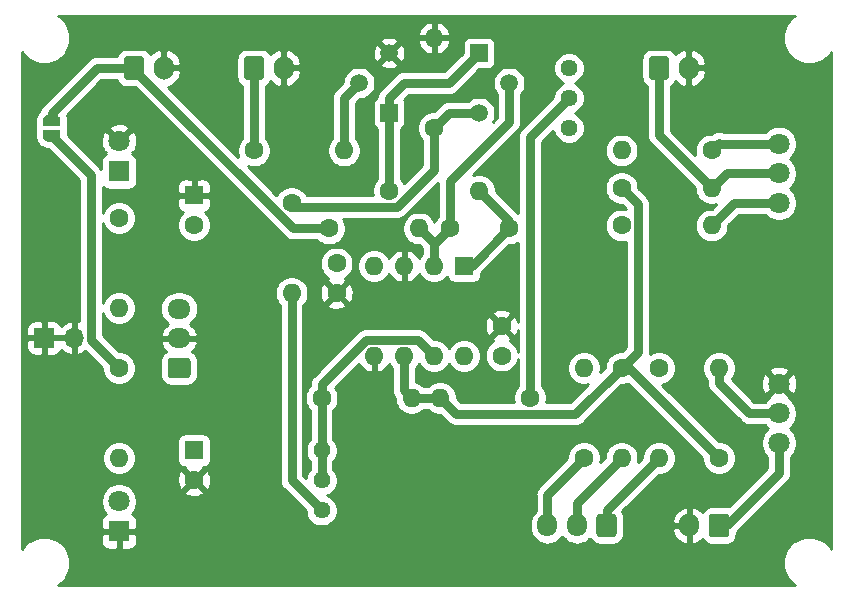
<source format=gtl>
G04 #@! TF.GenerationSoftware,KiCad,Pcbnew,(5.1.6)-1*
G04 #@! TF.CreationDate,2020-10-22T22:28:54+09:00*
G04 #@! TF.ProjectId,Antilog_NPNO_PCB,416e7469-6c6f-4675-9f4e-504e4f5f5043,Ver. 1.1*
G04 #@! TF.SameCoordinates,Original*
G04 #@! TF.FileFunction,Copper,L1,Top*
G04 #@! TF.FilePolarity,Positive*
%FSLAX46Y46*%
G04 Gerber Fmt 4.6, Leading zero omitted, Abs format (unit mm)*
G04 Created by KiCad (PCBNEW (5.1.6)-1) date 2020-10-22 22:28:54*
%MOMM*%
%LPD*%
G01*
G04 APERTURE LIST*
G04 #@! TA.AperFunction,ComponentPad*
%ADD10O,1.600000X1.600000*%
G04 #@! TD*
G04 #@! TA.AperFunction,ComponentPad*
%ADD11R,1.600000X1.600000*%
G04 #@! TD*
G04 #@! TA.AperFunction,ComponentPad*
%ADD12C,1.440000*%
G04 #@! TD*
G04 #@! TA.AperFunction,ComponentPad*
%ADD13C,1.800000*%
G04 #@! TD*
G04 #@! TA.AperFunction,ComponentPad*
%ADD14C,1.600000*%
G04 #@! TD*
G04 #@! TA.AperFunction,ComponentPad*
%ADD15R,1.500000X1.500000*%
G04 #@! TD*
G04 #@! TA.AperFunction,ComponentPad*
%ADD16C,1.500000*%
G04 #@! TD*
G04 #@! TA.AperFunction,SMDPad,CuDef*
%ADD17C,0.100000*%
G04 #@! TD*
G04 #@! TA.AperFunction,ComponentPad*
%ADD18O,1.700000X2.000000*%
G04 #@! TD*
G04 #@! TA.AperFunction,ComponentPad*
%ADD19O,1.700000X1.950000*%
G04 #@! TD*
G04 #@! TA.AperFunction,ComponentPad*
%ADD20O,1.700000X1.700000*%
G04 #@! TD*
G04 #@! TA.AperFunction,ComponentPad*
%ADD21R,1.700000X1.700000*%
G04 #@! TD*
G04 #@! TA.AperFunction,ComponentPad*
%ADD22O,1.950000X1.700000*%
G04 #@! TD*
G04 #@! TA.AperFunction,ComponentPad*
%ADD23R,1.800000X1.800000*%
G04 #@! TD*
G04 #@! TA.AperFunction,Conductor*
%ADD24C,0.750000*%
G04 #@! TD*
G04 #@! TA.AperFunction,Conductor*
%ADD25C,0.254000*%
G04 #@! TD*
G04 APERTURE END LIST*
D10*
G04 #@! TO.P,U1,8*
G04 #@! TO.N,+12V*
X139700000Y-99314000D03*
G04 #@! TO.P,U1,4*
G04 #@! TO.N,-12V*
X132080000Y-91694000D03*
G04 #@! TO.P,U1,7*
G04 #@! TO.N,Net-(R11-Pad1)*
X137160000Y-99314000D03*
G04 #@! TO.P,U1,3*
G04 #@! TO.N,GND*
X134620000Y-91694000D03*
G04 #@! TO.P,U1,6*
G04 #@! TO.N,Net-(R10-Pad2)*
X134620000Y-99314000D03*
G04 #@! TO.P,U1,2*
G04 #@! TO.N,Net-(C5-Pad2)*
X137160000Y-91694000D03*
G04 #@! TO.P,U1,5*
G04 #@! TO.N,GND*
X132080000Y-99314000D03*
D11*
G04 #@! TO.P,U1,1*
G04 #@! TO.N,Net-(C5-Pad1)*
X139700000Y-91694000D03*
G04 #@! TD*
D12*
G04 #@! TO.P,RV4,3*
G04 #@! TO.N,Net-(R12-Pad2)*
X127635000Y-112395000D03*
G04 #@! TO.P,RV4,2*
G04 #@! TO.N,Net-(R11-Pad1)*
X127635000Y-109855000D03*
G04 #@! TO.P,RV4,1*
X127635000Y-107315000D03*
G04 #@! TD*
G04 #@! TO.P,RV3,3*
G04 #@! TO.N,-12V*
X148590000Y-74930000D03*
G04 #@! TO.P,RV3,2*
G04 #@! TO.N,Net-(R10-Pad1)*
X148590000Y-77470000D03*
G04 #@! TO.P,RV3,1*
G04 #@! TO.N,+12V*
X148590000Y-80010000D03*
G04 #@! TD*
D13*
G04 #@! TO.P,RV2,1*
G04 #@! TO.N,Net-(R5-Pad2)*
X166370000Y-86360000D03*
G04 #@! TO.P,RV2,2*
G04 #@! TO.N,Net-(J5-Pad1)*
X166370000Y-83860000D03*
G04 #@! TO.P,RV2,3*
G04 #@! TO.N,Net-(R6-Pad1)*
X166370000Y-81360000D03*
G04 #@! TD*
G04 #@! TO.P,RV1,1*
G04 #@! TO.N,Net-(J4-Pad1)*
X166370000Y-106680000D03*
G04 #@! TO.P,RV1,2*
G04 #@! TO.N,Net-(R7-Pad2)*
X166370000Y-104180000D03*
G04 #@! TO.P,RV1,3*
G04 #@! TO.N,GND*
X166370000Y-101680000D03*
G04 #@! TD*
D10*
G04 #@! TO.P,R16,2*
G04 #@! TO.N,Net-(Q2-Pad2)*
X129540000Y-81915000D03*
D14*
G04 #@! TO.P,R16,1*
G04 #@! TO.N,Net-(J7-Pad1)*
X121920000Y-81915000D03*
G04 #@! TD*
D10*
G04 #@! TO.P,R15,2*
G04 #@! TO.N,Net-(C5-Pad1)*
X140970000Y-85344000D03*
D14*
G04 #@! TO.P,R15,1*
G04 #@! TO.N,Net-(Q1-Pad1)*
X133350000Y-85344000D03*
G04 #@! TD*
D10*
G04 #@! TO.P,R14,2*
G04 #@! TO.N,Net-(C5-Pad2)*
X135890000Y-88519000D03*
D14*
G04 #@! TO.P,R14,1*
G04 #@! TO.N,Net-(J6-Pad1)*
X128270000Y-88519000D03*
G04 #@! TD*
D10*
G04 #@! TO.P,R13,2*
G04 #@! TO.N,GND*
X137160000Y-72390000D03*
D14*
G04 #@! TO.P,R13,1*
G04 #@! TO.N,Net-(Q1-Pad3)*
X137160000Y-80010000D03*
G04 #@! TD*
D10*
G04 #@! TO.P,R12,2*
G04 #@! TO.N,Net-(R12-Pad2)*
X125095000Y-93980000D03*
D14*
G04 #@! TO.P,R12,1*
G04 #@! TO.N,Net-(Q1-Pad3)*
X125095000Y-86360000D03*
G04 #@! TD*
D10*
G04 #@! TO.P,R11,2*
G04 #@! TO.N,Net-(R10-Pad2)*
X135255000Y-102870000D03*
D14*
G04 #@! TO.P,R11,1*
G04 #@! TO.N,Net-(R11-Pad1)*
X127635000Y-102870000D03*
G04 #@! TD*
D10*
G04 #@! TO.P,R10,2*
G04 #@! TO.N,Net-(R10-Pad2)*
X137668000Y-102870000D03*
D14*
G04 #@! TO.P,R10,1*
G04 #@! TO.N,Net-(R10-Pad1)*
X145288000Y-102870000D03*
G04 #@! TD*
D10*
G04 #@! TO.P,R9,2*
G04 #@! TO.N,Net-(J5-Pad1)*
X160655000Y-85090000D03*
D14*
G04 #@! TO.P,R9,1*
G04 #@! TO.N,Net-(R10-Pad2)*
X153035000Y-85090000D03*
G04 #@! TD*
D10*
G04 #@! TO.P,R8,2*
G04 #@! TO.N,Net-(J3-Pad2)*
X153035000Y-107950000D03*
D14*
G04 #@! TO.P,R8,1*
G04 #@! TO.N,Net-(R10-Pad2)*
X153035000Y-100330000D03*
G04 #@! TD*
D10*
G04 #@! TO.P,R7,2*
G04 #@! TO.N,Net-(R7-Pad2)*
X161290000Y-100330000D03*
D14*
G04 #@! TO.P,R7,1*
G04 #@! TO.N,Net-(R10-Pad2)*
X161290000Y-107950000D03*
G04 #@! TD*
D10*
G04 #@! TO.P,R6,2*
G04 #@! TO.N,-12V*
X153035000Y-81915000D03*
D14*
G04 #@! TO.P,R6,1*
G04 #@! TO.N,Net-(R6-Pad1)*
X160655000Y-81915000D03*
G04 #@! TD*
D10*
G04 #@! TO.P,R5,2*
G04 #@! TO.N,Net-(R5-Pad2)*
X160655000Y-88265000D03*
D14*
G04 #@! TO.P,R5,1*
G04 #@! TO.N,+12V*
X153035000Y-88265000D03*
G04 #@! TD*
D10*
G04 #@! TO.P,R4,2*
G04 #@! TO.N,-12V*
X149860000Y-100330000D03*
D14*
G04 #@! TO.P,R4,1*
G04 #@! TO.N,Net-(J3-Pad3)*
X149860000Y-107950000D03*
G04 #@! TD*
D10*
G04 #@! TO.P,R3,2*
G04 #@! TO.N,Net-(J3-Pad1)*
X156210000Y-107950000D03*
D14*
G04 #@! TO.P,R3,1*
G04 #@! TO.N,+12V*
X156210000Y-100330000D03*
G04 #@! TD*
D10*
G04 #@! TO.P,R2,2*
G04 #@! TO.N,-12V*
X110490000Y-95250000D03*
D14*
G04 #@! TO.P,R2,1*
G04 #@! TO.N,Net-(D2-Pad1)*
X110490000Y-87630000D03*
G04 #@! TD*
D10*
G04 #@! TO.P,R1,2*
G04 #@! TO.N,Net-(D1-Pad2)*
X110490000Y-107950000D03*
D14*
G04 #@! TO.P,R1,1*
G04 #@! TO.N,+12V*
X110490000Y-100330000D03*
G04 #@! TD*
D15*
G04 #@! TO.P,Q2,1*
G04 #@! TO.N,Net-(Q1-Pad1)*
X133350000Y-78740000D03*
D16*
G04 #@! TO.P,Q2,3*
G04 #@! TO.N,GND*
X133350000Y-73660000D03*
G04 #@! TO.P,Q2,2*
G04 #@! TO.N,Net-(Q2-Pad2)*
X130810000Y-76200000D03*
G04 #@! TD*
D15*
G04 #@! TO.P,Q1,1*
G04 #@! TO.N,Net-(Q1-Pad1)*
X140970000Y-73660000D03*
D16*
G04 #@! TO.P,Q1,3*
G04 #@! TO.N,Net-(Q1-Pad3)*
X140970000Y-78740000D03*
G04 #@! TO.P,Q1,2*
G04 #@! TO.N,Net-(C5-Pad2)*
X143510000Y-76200000D03*
G04 #@! TD*
G04 #@! TA.AperFunction,SMDPad,CuDef*
D17*
G04 #@! TO.P,JP1,2*
G04 #@! TO.N,+12V*
G36*
X105524398Y-80675000D02*
G01*
X105524398Y-80699534D01*
X105519588Y-80748365D01*
X105510016Y-80796490D01*
X105495772Y-80843445D01*
X105476995Y-80888778D01*
X105453864Y-80932051D01*
X105426604Y-80972850D01*
X105395476Y-81010779D01*
X105360779Y-81045476D01*
X105322850Y-81076604D01*
X105282051Y-81103864D01*
X105238778Y-81126995D01*
X105193445Y-81145772D01*
X105146490Y-81160016D01*
X105098365Y-81169588D01*
X105049534Y-81174398D01*
X105025000Y-81174398D01*
X105025000Y-81175000D01*
X104525000Y-81175000D01*
X104525000Y-81174398D01*
X104500466Y-81174398D01*
X104451635Y-81169588D01*
X104403510Y-81160016D01*
X104356555Y-81145772D01*
X104311222Y-81126995D01*
X104267949Y-81103864D01*
X104227150Y-81076604D01*
X104189221Y-81045476D01*
X104154524Y-81010779D01*
X104123396Y-80972850D01*
X104096136Y-80932051D01*
X104073005Y-80888778D01*
X104054228Y-80843445D01*
X104039984Y-80796490D01*
X104030412Y-80748365D01*
X104025602Y-80699534D01*
X104025602Y-80675000D01*
X104025000Y-80675000D01*
X104025000Y-80175000D01*
X105525000Y-80175000D01*
X105525000Y-80675000D01*
X105524398Y-80675000D01*
G37*
G04 #@! TD.AperFunction*
G04 #@! TA.AperFunction,SMDPad,CuDef*
G04 #@! TO.P,JP1,1*
G04 #@! TO.N,Net-(J6-Pad1)*
G36*
X104025000Y-79875000D02*
G01*
X104025000Y-79375000D01*
X104025602Y-79375000D01*
X104025602Y-79350466D01*
X104030412Y-79301635D01*
X104039984Y-79253510D01*
X104054228Y-79206555D01*
X104073005Y-79161222D01*
X104096136Y-79117949D01*
X104123396Y-79077150D01*
X104154524Y-79039221D01*
X104189221Y-79004524D01*
X104227150Y-78973396D01*
X104267949Y-78946136D01*
X104311222Y-78923005D01*
X104356555Y-78904228D01*
X104403510Y-78889984D01*
X104451635Y-78880412D01*
X104500466Y-78875602D01*
X104525000Y-78875602D01*
X104525000Y-78875000D01*
X105025000Y-78875000D01*
X105025000Y-78875602D01*
X105049534Y-78875602D01*
X105098365Y-78880412D01*
X105146490Y-78889984D01*
X105193445Y-78904228D01*
X105238778Y-78923005D01*
X105282051Y-78946136D01*
X105322850Y-78973396D01*
X105360779Y-79004524D01*
X105395476Y-79039221D01*
X105426604Y-79077150D01*
X105453864Y-79117949D01*
X105476995Y-79161222D01*
X105495772Y-79206555D01*
X105510016Y-79253510D01*
X105519588Y-79301635D01*
X105524398Y-79350466D01*
X105524398Y-79375000D01*
X105525000Y-79375000D01*
X105525000Y-79875000D01*
X104025000Y-79875000D01*
G37*
G04 #@! TD.AperFunction*
G04 #@! TD*
D18*
G04 #@! TO.P,J7,2*
G04 #@! TO.N,GND*
X124420000Y-74930000D03*
G04 #@! TO.P,J7,1*
G04 #@! TO.N,Net-(J7-Pad1)*
G04 #@! TA.AperFunction,ComponentPad*
G36*
G01*
X121070000Y-75680000D02*
X121070000Y-74180000D01*
G75*
G02*
X121320000Y-73930000I250000J0D01*
G01*
X122520000Y-73930000D01*
G75*
G02*
X122770000Y-74180000I0J-250000D01*
G01*
X122770000Y-75680000D01*
G75*
G02*
X122520000Y-75930000I-250000J0D01*
G01*
X121320000Y-75930000D01*
G75*
G02*
X121070000Y-75680000I0J250000D01*
G01*
G37*
G04 #@! TD.AperFunction*
G04 #@! TD*
G04 #@! TO.P,J6,2*
G04 #@! TO.N,GND*
X114260000Y-74930000D03*
G04 #@! TO.P,J6,1*
G04 #@! TO.N,Net-(J6-Pad1)*
G04 #@! TA.AperFunction,ComponentPad*
G36*
G01*
X110910000Y-75680000D02*
X110910000Y-74180000D01*
G75*
G02*
X111160000Y-73930000I250000J0D01*
G01*
X112360000Y-73930000D01*
G75*
G02*
X112610000Y-74180000I0J-250000D01*
G01*
X112610000Y-75680000D01*
G75*
G02*
X112360000Y-75930000I-250000J0D01*
G01*
X111160000Y-75930000D01*
G75*
G02*
X110910000Y-75680000I0J250000D01*
G01*
G37*
G04 #@! TD.AperFunction*
G04 #@! TD*
G04 #@! TO.P,J5,2*
G04 #@! TO.N,GND*
X158710000Y-74930000D03*
G04 #@! TO.P,J5,1*
G04 #@! TO.N,Net-(J5-Pad1)*
G04 #@! TA.AperFunction,ComponentPad*
G36*
G01*
X155360000Y-75680000D02*
X155360000Y-74180000D01*
G75*
G02*
X155610000Y-73930000I250000J0D01*
G01*
X156810000Y-73930000D01*
G75*
G02*
X157060000Y-74180000I0J-250000D01*
G01*
X157060000Y-75680000D01*
G75*
G02*
X156810000Y-75930000I-250000J0D01*
G01*
X155610000Y-75930000D01*
G75*
G02*
X155360000Y-75680000I0J250000D01*
G01*
G37*
G04 #@! TD.AperFunction*
G04 #@! TD*
G04 #@! TO.P,J4,2*
G04 #@! TO.N,GND*
X158790000Y-113665000D03*
G04 #@! TO.P,J4,1*
G04 #@! TO.N,Net-(J4-Pad1)*
G04 #@! TA.AperFunction,ComponentPad*
G36*
G01*
X162140000Y-112915000D02*
X162140000Y-114415000D01*
G75*
G02*
X161890000Y-114665000I-250000J0D01*
G01*
X160690000Y-114665000D01*
G75*
G02*
X160440000Y-114415000I0J250000D01*
G01*
X160440000Y-112915000D01*
G75*
G02*
X160690000Y-112665000I250000J0D01*
G01*
X161890000Y-112665000D01*
G75*
G02*
X162140000Y-112915000I0J-250000D01*
G01*
G37*
G04 #@! TD.AperFunction*
G04 #@! TD*
D19*
G04 #@! TO.P,J3,3*
G04 #@! TO.N,Net-(J3-Pad3)*
X146765000Y-113665000D03*
G04 #@! TO.P,J3,2*
G04 #@! TO.N,Net-(J3-Pad2)*
X149265000Y-113665000D03*
G04 #@! TO.P,J3,1*
G04 #@! TO.N,Net-(J3-Pad1)*
G04 #@! TA.AperFunction,ComponentPad*
G36*
G01*
X152615000Y-112940000D02*
X152615000Y-114390000D01*
G75*
G02*
X152365000Y-114640000I-250000J0D01*
G01*
X151165000Y-114640000D01*
G75*
G02*
X150915000Y-114390000I0J250000D01*
G01*
X150915000Y-112940000D01*
G75*
G02*
X151165000Y-112690000I250000J0D01*
G01*
X152365000Y-112690000D01*
G75*
G02*
X152615000Y-112940000I0J-250000D01*
G01*
G37*
G04 #@! TD.AperFunction*
G04 #@! TD*
D20*
G04 #@! TO.P,J2,2*
G04 #@! TO.N,GND*
X106680000Y-97790000D03*
D21*
G04 #@! TO.P,J2,1*
X104140000Y-97790000D03*
G04 #@! TD*
D22*
G04 #@! TO.P,J1,3*
G04 #@! TO.N,-12V*
X115570000Y-95330000D03*
G04 #@! TO.P,J1,2*
G04 #@! TO.N,GND*
X115570000Y-97830000D03*
G04 #@! TO.P,J1,1*
G04 #@! TO.N,+12V*
G04 #@! TA.AperFunction,ComponentPad*
G36*
G01*
X116295000Y-101180000D02*
X114845000Y-101180000D01*
G75*
G02*
X114595000Y-100930000I0J250000D01*
G01*
X114595000Y-99730000D01*
G75*
G02*
X114845000Y-99480000I250000J0D01*
G01*
X116295000Y-99480000D01*
G75*
G02*
X116545000Y-99730000I0J-250000D01*
G01*
X116545000Y-100930000D01*
G75*
G02*
X116295000Y-101180000I-250000J0D01*
G01*
G37*
G04 #@! TD.AperFunction*
G04 #@! TD*
D13*
G04 #@! TO.P,D2,2*
G04 #@! TO.N,GND*
X110490000Y-81153000D03*
D23*
G04 #@! TO.P,D2,1*
G04 #@! TO.N,Net-(D2-Pad1)*
X110490000Y-83693000D03*
G04 #@! TD*
D13*
G04 #@! TO.P,D1,2*
G04 #@! TO.N,Net-(D1-Pad2)*
X110490000Y-111633000D03*
D23*
G04 #@! TO.P,D1,1*
G04 #@! TO.N,GND*
X110490000Y-114173000D03*
G04 #@! TD*
D14*
G04 #@! TO.P,C5,2*
G04 #@! TO.N,Net-(C5-Pad2)*
X138510000Y-88519000D03*
G04 #@! TO.P,C5,1*
G04 #@! TO.N,Net-(C5-Pad1)*
X143510000Y-88519000D03*
G04 #@! TD*
G04 #@! TO.P,C4,2*
G04 #@! TO.N,-12V*
X128905000Y-91480000D03*
G04 #@! TO.P,C4,1*
G04 #@! TO.N,GND*
X128905000Y-93980000D03*
G04 #@! TD*
G04 #@! TO.P,C3,2*
G04 #@! TO.N,+12V*
X142875000Y-99274000D03*
G04 #@! TO.P,C3,1*
G04 #@! TO.N,GND*
X142875000Y-96774000D03*
G04 #@! TD*
G04 #@! TO.P,C2,2*
G04 #@! TO.N,-12V*
X116840000Y-88225000D03*
D11*
G04 #@! TO.P,C2,1*
G04 #@! TO.N,GND*
X116840000Y-85725000D03*
G04 #@! TD*
D14*
G04 #@! TO.P,C1,2*
G04 #@! TO.N,GND*
X116840000Y-109815000D03*
D11*
G04 #@! TO.P,C1,1*
G04 #@! TO.N,+12V*
X116840000Y-107315000D03*
G04 #@! TD*
D24*
G04 #@! TO.N,+12V*
X108105001Y-97945001D02*
X110490000Y-100330000D01*
X108105001Y-84005001D02*
X108105001Y-97945001D01*
X104775000Y-80675000D02*
X108105001Y-84005001D01*
G04 #@! TO.N,Net-(C5-Pad2)*
X137160000Y-89789000D02*
X135890000Y-88519000D01*
X137160000Y-91694000D02*
X137160000Y-89789000D01*
X137240000Y-89789000D02*
X137160000Y-89789000D01*
X138510000Y-88519000D02*
X137240000Y-89789000D01*
X138510000Y-88519000D02*
X138510000Y-84535000D01*
X143510000Y-79535000D02*
X143510000Y-76200000D01*
X138510000Y-84535000D02*
X143510000Y-79535000D01*
G04 #@! TO.N,Net-(C5-Pad1)*
X140335000Y-91694000D02*
X143510000Y-88519000D01*
X139700000Y-91694000D02*
X140335000Y-91694000D01*
X143510000Y-87884000D02*
X140970000Y-85344000D01*
X143510000Y-88519000D02*
X143510000Y-87884000D01*
G04 #@! TO.N,Net-(J3-Pad1)*
X151765000Y-112395000D02*
X156210000Y-107950000D01*
X151765000Y-113665000D02*
X151765000Y-112395000D01*
G04 #@! TO.N,Net-(J4-Pad1)*
X161290000Y-113665000D02*
X161925000Y-113665000D01*
X166370000Y-109220000D02*
X166370000Y-106680000D01*
X161925000Y-113665000D02*
X166370000Y-109220000D01*
G04 #@! TO.N,Net-(J5-Pad1)*
X156210000Y-80645000D02*
X160655000Y-85090000D01*
X156210000Y-74930000D02*
X156210000Y-80645000D01*
X160655000Y-85090000D02*
X161925000Y-83820000D01*
X166330000Y-83820000D02*
X166370000Y-83860000D01*
X161925000Y-83820000D02*
X166330000Y-83820000D01*
G04 #@! TO.N,Net-(J6-Pad1)*
X111760000Y-75060002D02*
X111760000Y-74930000D01*
X125218998Y-88519000D02*
X111760000Y-75060002D01*
X128270000Y-88519000D02*
X125218998Y-88519000D01*
X104775000Y-79375000D02*
X104775000Y-78740000D01*
X108585000Y-74930000D02*
X111760000Y-74930000D01*
X104775000Y-78740000D02*
X108585000Y-74930000D01*
G04 #@! TO.N,Net-(Q1-Pad1)*
X133350000Y-85344000D02*
X133350000Y-78740000D01*
X133350000Y-78740000D02*
X133350000Y-78105000D01*
X133350000Y-78740000D02*
X133350000Y-77470000D01*
X133350000Y-77470000D02*
X134620000Y-76200000D01*
X138430000Y-76200000D02*
X140970000Y-73660000D01*
X134620000Y-76200000D02*
X138430000Y-76200000D01*
G04 #@! TO.N,Net-(Q1-Pad3)*
X134010001Y-86719001D02*
X137160000Y-83569002D01*
X137160000Y-83569002D02*
X137160000Y-80010000D01*
X125454001Y-86719001D02*
X134010001Y-86719001D01*
X125095000Y-86360000D02*
X125454001Y-86719001D01*
X137160000Y-80010000D02*
X138430000Y-78740000D01*
X138430000Y-78740000D02*
X140970000Y-78740000D01*
G04 #@! TO.N,Net-(Q2-Pad2)*
X129540000Y-77470000D02*
X130810000Y-76200000D01*
X129540000Y-81915000D02*
X129540000Y-77470000D01*
G04 #@! TO.N,Net-(R5-Pad2)*
X160655000Y-88265000D02*
X162560000Y-86360000D01*
X162560000Y-86360000D02*
X166370000Y-86360000D01*
G04 #@! TO.N,Net-(R6-Pad1)*
X160655000Y-81915000D02*
X161290000Y-81280000D01*
X161370000Y-81360000D02*
X166370000Y-81360000D01*
X161290000Y-81280000D02*
X161370000Y-81360000D01*
G04 #@! TO.N,Net-(R7-Pad2)*
X161290000Y-100330000D02*
X161290000Y-101600000D01*
X161290000Y-101600000D02*
X163870000Y-104180000D01*
X163870000Y-104180000D02*
X166370000Y-104180000D01*
G04 #@! TO.N,Net-(R10-Pad2)*
X134620000Y-102235000D02*
X135255000Y-102870000D01*
X134620000Y-99314000D02*
X134620000Y-102235000D01*
X135255000Y-102870000D02*
X137668000Y-102870000D01*
X149119999Y-104245001D02*
X153035000Y-100330000D01*
X139043001Y-104245001D02*
X149119999Y-104245001D01*
X137668000Y-102870000D02*
X139043001Y-104245001D01*
X154410001Y-86465001D02*
X153035000Y-85090000D01*
X154410001Y-98954999D02*
X154410001Y-86465001D01*
X153035000Y-100330000D02*
X154410001Y-98954999D01*
X153670000Y-100330000D02*
X153035000Y-100330000D01*
X161290000Y-107950000D02*
X153670000Y-100330000D01*
G04 #@! TO.N,Net-(R10-Pad1)*
X145288000Y-80772000D02*
X148590000Y-77470000D01*
X145288000Y-102870000D02*
X145288000Y-80772000D01*
G04 #@! TO.N,Net-(R11-Pad1)*
X135784999Y-97938999D02*
X137160000Y-99314000D01*
X131419999Y-97938999D02*
X135784999Y-97938999D01*
X127635000Y-101723998D02*
X131419999Y-97938999D01*
X127635000Y-102870000D02*
X127635000Y-101723998D01*
X127635000Y-102870000D02*
X127635000Y-107315000D01*
X127635000Y-107315000D02*
X127635000Y-109855000D01*
G04 #@! TO.N,Net-(R12-Pad2)*
X125095000Y-109855000D02*
X125095000Y-93980000D01*
X127635000Y-112395000D02*
X125095000Y-109855000D01*
G04 #@! TO.N,Net-(J3-Pad3)*
X146765000Y-111045000D02*
X149860000Y-107950000D01*
X146765000Y-113665000D02*
X146765000Y-111045000D01*
G04 #@! TO.N,Net-(J3-Pad2)*
X149265000Y-111720000D02*
X153035000Y-107950000D01*
X149265000Y-113665000D02*
X149265000Y-111720000D01*
G04 #@! TO.N,Net-(J7-Pad1)*
X121920000Y-74930000D02*
X121920000Y-81915000D01*
G04 #@! TD*
D25*
G04 #@! TO.N,GND*
G36*
X167485271Y-70653962D02*
G01*
X167173962Y-70965271D01*
X166929369Y-71331331D01*
X166760890Y-71738075D01*
X166675000Y-72169872D01*
X166675000Y-72610128D01*
X166760890Y-73041925D01*
X166929369Y-73448669D01*
X167173962Y-73814729D01*
X167485271Y-74126038D01*
X167851331Y-74370631D01*
X168258075Y-74539110D01*
X168689872Y-74625000D01*
X169130128Y-74625000D01*
X169561925Y-74539110D01*
X169968669Y-74370631D01*
X170334729Y-74126038D01*
X170646038Y-73814729D01*
X170790001Y-73599273D01*
X170790000Y-115630726D01*
X170646038Y-115415271D01*
X170334729Y-115103962D01*
X169968669Y-114859369D01*
X169561925Y-114690890D01*
X169130128Y-114605000D01*
X168689872Y-114605000D01*
X168258075Y-114690890D01*
X167851331Y-114859369D01*
X167485271Y-115103962D01*
X167173962Y-115415271D01*
X166929369Y-115781331D01*
X166760890Y-116188075D01*
X166675000Y-116619872D01*
X166675000Y-117060128D01*
X166760890Y-117491925D01*
X166929369Y-117898669D01*
X167173962Y-118264729D01*
X167485271Y-118576038D01*
X167700726Y-118720000D01*
X105349274Y-118720000D01*
X105564729Y-118576038D01*
X105876038Y-118264729D01*
X106120631Y-117898669D01*
X106289110Y-117491925D01*
X106375000Y-117060128D01*
X106375000Y-116619872D01*
X106289110Y-116188075D01*
X106120631Y-115781331D01*
X105876038Y-115415271D01*
X105564729Y-115103962D01*
X105518392Y-115073000D01*
X108951928Y-115073000D01*
X108964188Y-115197482D01*
X109000498Y-115317180D01*
X109059463Y-115427494D01*
X109138815Y-115524185D01*
X109235506Y-115603537D01*
X109345820Y-115662502D01*
X109465518Y-115698812D01*
X109590000Y-115711072D01*
X110204250Y-115708000D01*
X110363000Y-115549250D01*
X110363000Y-114300000D01*
X110617000Y-114300000D01*
X110617000Y-115549250D01*
X110775750Y-115708000D01*
X111390000Y-115711072D01*
X111514482Y-115698812D01*
X111634180Y-115662502D01*
X111744494Y-115603537D01*
X111841185Y-115524185D01*
X111920537Y-115427494D01*
X111979502Y-115317180D01*
X112015812Y-115197482D01*
X112028072Y-115073000D01*
X112025000Y-114458750D01*
X111866250Y-114300000D01*
X110617000Y-114300000D01*
X110363000Y-114300000D01*
X109113750Y-114300000D01*
X108955000Y-114458750D01*
X108951928Y-115073000D01*
X105518392Y-115073000D01*
X105198669Y-114859369D01*
X104791925Y-114690890D01*
X104360128Y-114605000D01*
X103919872Y-114605000D01*
X103488075Y-114690890D01*
X103081331Y-114859369D01*
X102715271Y-115103962D01*
X102403962Y-115415271D01*
X102260000Y-115630726D01*
X102260000Y-113273000D01*
X108951928Y-113273000D01*
X108955000Y-113887250D01*
X109113750Y-114046000D01*
X110363000Y-114046000D01*
X110363000Y-114026000D01*
X110617000Y-114026000D01*
X110617000Y-114046000D01*
X111866250Y-114046000D01*
X112025000Y-113887250D01*
X112028072Y-113273000D01*
X112015812Y-113148518D01*
X111979502Y-113028820D01*
X111920537Y-112918506D01*
X111841185Y-112821815D01*
X111744494Y-112742463D01*
X111634180Y-112683498D01*
X111615873Y-112677944D01*
X111682312Y-112611505D01*
X111850299Y-112360095D01*
X111966011Y-112080743D01*
X112025000Y-111784184D01*
X112025000Y-111481816D01*
X111966011Y-111185257D01*
X111850299Y-110905905D01*
X111784682Y-110807702D01*
X116026903Y-110807702D01*
X116098486Y-111051671D01*
X116353996Y-111172571D01*
X116628184Y-111241300D01*
X116910512Y-111255217D01*
X117190130Y-111213787D01*
X117456292Y-111118603D01*
X117581514Y-111051671D01*
X117653097Y-110807702D01*
X116840000Y-109994605D01*
X116026903Y-110807702D01*
X111784682Y-110807702D01*
X111682312Y-110654495D01*
X111468505Y-110440688D01*
X111217095Y-110272701D01*
X110937743Y-110156989D01*
X110641184Y-110098000D01*
X110338816Y-110098000D01*
X110042257Y-110156989D01*
X109762905Y-110272701D01*
X109511495Y-110440688D01*
X109297688Y-110654495D01*
X109129701Y-110905905D01*
X109013989Y-111185257D01*
X108955000Y-111481816D01*
X108955000Y-111784184D01*
X109013989Y-112080743D01*
X109129701Y-112360095D01*
X109297688Y-112611505D01*
X109364127Y-112677944D01*
X109345820Y-112683498D01*
X109235506Y-112742463D01*
X109138815Y-112821815D01*
X109059463Y-112918506D01*
X109000498Y-113028820D01*
X108964188Y-113148518D01*
X108951928Y-113273000D01*
X102260000Y-113273000D01*
X102260000Y-109885512D01*
X115399783Y-109885512D01*
X115441213Y-110165130D01*
X115536397Y-110431292D01*
X115603329Y-110556514D01*
X115847298Y-110628097D01*
X116660395Y-109815000D01*
X117019605Y-109815000D01*
X117832702Y-110628097D01*
X118076671Y-110556514D01*
X118197571Y-110301004D01*
X118266300Y-110026816D01*
X118280217Y-109744488D01*
X118238787Y-109464870D01*
X118143603Y-109198708D01*
X118076671Y-109073486D01*
X117832702Y-109001903D01*
X117019605Y-109815000D01*
X116660395Y-109815000D01*
X115847298Y-109001903D01*
X115603329Y-109073486D01*
X115482429Y-109328996D01*
X115413700Y-109603184D01*
X115399783Y-109885512D01*
X102260000Y-109885512D01*
X102260000Y-107808665D01*
X109055000Y-107808665D01*
X109055000Y-108091335D01*
X109110147Y-108368574D01*
X109218320Y-108629727D01*
X109375363Y-108864759D01*
X109575241Y-109064637D01*
X109810273Y-109221680D01*
X110071426Y-109329853D01*
X110348665Y-109385000D01*
X110631335Y-109385000D01*
X110908574Y-109329853D01*
X111169727Y-109221680D01*
X111404759Y-109064637D01*
X111604637Y-108864759D01*
X111761680Y-108629727D01*
X111869853Y-108368574D01*
X111925000Y-108091335D01*
X111925000Y-107808665D01*
X111869853Y-107531426D01*
X111761680Y-107270273D01*
X111604637Y-107035241D01*
X111404759Y-106835363D01*
X111169727Y-106678320D01*
X110908574Y-106570147D01*
X110631335Y-106515000D01*
X115401928Y-106515000D01*
X115401928Y-108115000D01*
X115414188Y-108239482D01*
X115450498Y-108359180D01*
X115509463Y-108469494D01*
X115588815Y-108566185D01*
X115685506Y-108645537D01*
X115795820Y-108704502D01*
X115915518Y-108740812D01*
X116040000Y-108753072D01*
X116047215Y-108753072D01*
X116026903Y-108822298D01*
X116840000Y-109635395D01*
X117653097Y-108822298D01*
X117632785Y-108753072D01*
X117640000Y-108753072D01*
X117764482Y-108740812D01*
X117884180Y-108704502D01*
X117994494Y-108645537D01*
X118091185Y-108566185D01*
X118170537Y-108469494D01*
X118229502Y-108359180D01*
X118265812Y-108239482D01*
X118278072Y-108115000D01*
X118278072Y-106515000D01*
X118265812Y-106390518D01*
X118229502Y-106270820D01*
X118170537Y-106160506D01*
X118091185Y-106063815D01*
X117994494Y-105984463D01*
X117884180Y-105925498D01*
X117764482Y-105889188D01*
X117640000Y-105876928D01*
X116040000Y-105876928D01*
X115915518Y-105889188D01*
X115795820Y-105925498D01*
X115685506Y-105984463D01*
X115588815Y-106063815D01*
X115509463Y-106160506D01*
X115450498Y-106270820D01*
X115414188Y-106390518D01*
X115401928Y-106515000D01*
X110631335Y-106515000D01*
X110348665Y-106515000D01*
X110071426Y-106570147D01*
X109810273Y-106678320D01*
X109575241Y-106835363D01*
X109375363Y-107035241D01*
X109218320Y-107270273D01*
X109110147Y-107531426D01*
X109055000Y-107808665D01*
X102260000Y-107808665D01*
X102260000Y-98640000D01*
X102651928Y-98640000D01*
X102664188Y-98764482D01*
X102700498Y-98884180D01*
X102759463Y-98994494D01*
X102838815Y-99091185D01*
X102935506Y-99170537D01*
X103045820Y-99229502D01*
X103165518Y-99265812D01*
X103290000Y-99278072D01*
X103854250Y-99275000D01*
X104013000Y-99116250D01*
X104013000Y-97917000D01*
X104267000Y-97917000D01*
X104267000Y-99116250D01*
X104425750Y-99275000D01*
X104990000Y-99278072D01*
X105114482Y-99265812D01*
X105234180Y-99229502D01*
X105344494Y-99170537D01*
X105441185Y-99091185D01*
X105520537Y-98994494D01*
X105579502Y-98884180D01*
X105603966Y-98803534D01*
X105679731Y-98887588D01*
X105913080Y-99061641D01*
X106175901Y-99186825D01*
X106323110Y-99231476D01*
X106553000Y-99110155D01*
X106553000Y-97917000D01*
X104267000Y-97917000D01*
X104013000Y-97917000D01*
X102813750Y-97917000D01*
X102655000Y-98075750D01*
X102651928Y-98640000D01*
X102260000Y-98640000D01*
X102260000Y-96940000D01*
X102651928Y-96940000D01*
X102655000Y-97504250D01*
X102813750Y-97663000D01*
X104013000Y-97663000D01*
X104013000Y-96463750D01*
X104267000Y-96463750D01*
X104267000Y-97663000D01*
X106553000Y-97663000D01*
X106553000Y-96469845D01*
X106323110Y-96348524D01*
X106175901Y-96393175D01*
X105913080Y-96518359D01*
X105679731Y-96692412D01*
X105603966Y-96776466D01*
X105579502Y-96695820D01*
X105520537Y-96585506D01*
X105441185Y-96488815D01*
X105344494Y-96409463D01*
X105234180Y-96350498D01*
X105114482Y-96314188D01*
X104990000Y-96301928D01*
X104425750Y-96305000D01*
X104267000Y-96463750D01*
X104013000Y-96463750D01*
X103854250Y-96305000D01*
X103290000Y-96301928D01*
X103165518Y-96314188D01*
X103045820Y-96350498D01*
X102935506Y-96409463D01*
X102838815Y-96488815D01*
X102759463Y-96585506D01*
X102700498Y-96695820D01*
X102664188Y-96815518D01*
X102651928Y-96940000D01*
X102260000Y-96940000D01*
X102260000Y-79375000D01*
X103386928Y-79375000D01*
X103386928Y-79875000D01*
X103399188Y-79999482D01*
X103406929Y-80025000D01*
X103399188Y-80050518D01*
X103386928Y-80175000D01*
X103386928Y-80675000D01*
X103389336Y-80699450D01*
X103389336Y-80724009D01*
X103401596Y-80848490D01*
X103420718Y-80944623D01*
X103457027Y-81064319D01*
X103494536Y-81154875D01*
X103553502Y-81265192D01*
X103607958Y-81346691D01*
X103687310Y-81443382D01*
X103756618Y-81512690D01*
X103853309Y-81592042D01*
X103934808Y-81646498D01*
X104045125Y-81705464D01*
X104135681Y-81742973D01*
X104255377Y-81779282D01*
X104351510Y-81798404D01*
X104475991Y-81810664D01*
X104482309Y-81810664D01*
X107095001Y-84423357D01*
X107095002Y-96366150D01*
X107036890Y-96348524D01*
X106807000Y-96469845D01*
X106807000Y-97663000D01*
X106827000Y-97663000D01*
X106827000Y-97917000D01*
X106807000Y-97917000D01*
X106807000Y-99110155D01*
X107036890Y-99231476D01*
X107184099Y-99186825D01*
X107446920Y-99061641D01*
X107645309Y-98913664D01*
X109055000Y-100323356D01*
X109055000Y-100471335D01*
X109110147Y-100748574D01*
X109218320Y-101009727D01*
X109375363Y-101244759D01*
X109575241Y-101444637D01*
X109810273Y-101601680D01*
X110071426Y-101709853D01*
X110348665Y-101765000D01*
X110631335Y-101765000D01*
X110908574Y-101709853D01*
X111169727Y-101601680D01*
X111404759Y-101444637D01*
X111604637Y-101244759D01*
X111761680Y-101009727D01*
X111869853Y-100748574D01*
X111925000Y-100471335D01*
X111925000Y-100188665D01*
X111869853Y-99911426D01*
X111794704Y-99730000D01*
X113956928Y-99730000D01*
X113956928Y-100930000D01*
X113973992Y-101103254D01*
X114024528Y-101269850D01*
X114106595Y-101423386D01*
X114217038Y-101557962D01*
X114351614Y-101668405D01*
X114505150Y-101750472D01*
X114671746Y-101801008D01*
X114845000Y-101818072D01*
X116295000Y-101818072D01*
X116468254Y-101801008D01*
X116634850Y-101750472D01*
X116788386Y-101668405D01*
X116922962Y-101557962D01*
X117033405Y-101423386D01*
X117115472Y-101269850D01*
X117166008Y-101103254D01*
X117183072Y-100930000D01*
X117183072Y-99730000D01*
X117166008Y-99556746D01*
X117115472Y-99390150D01*
X117033405Y-99236614D01*
X116922962Y-99102038D01*
X116788386Y-98991595D01*
X116683039Y-98935286D01*
X116704429Y-98919049D01*
X116897496Y-98701193D01*
X117044352Y-98449858D01*
X117136476Y-98186890D01*
X117015155Y-97957000D01*
X115697000Y-97957000D01*
X115697000Y-97977000D01*
X115443000Y-97977000D01*
X115443000Y-97957000D01*
X114124845Y-97957000D01*
X114003524Y-98186890D01*
X114095648Y-98449858D01*
X114242504Y-98701193D01*
X114435571Y-98919049D01*
X114456961Y-98935286D01*
X114351614Y-98991595D01*
X114217038Y-99102038D01*
X114106595Y-99236614D01*
X114024528Y-99390150D01*
X113973992Y-99556746D01*
X113956928Y-99730000D01*
X111794704Y-99730000D01*
X111761680Y-99650273D01*
X111604637Y-99415241D01*
X111404759Y-99215363D01*
X111169727Y-99058320D01*
X110908574Y-98950147D01*
X110631335Y-98895000D01*
X110483356Y-98895000D01*
X109115001Y-97526646D01*
X109115001Y-95680293D01*
X109218320Y-95929727D01*
X109375363Y-96164759D01*
X109575241Y-96364637D01*
X109810273Y-96521680D01*
X110071426Y-96629853D01*
X110348665Y-96685000D01*
X110631335Y-96685000D01*
X110908574Y-96629853D01*
X111169727Y-96521680D01*
X111404759Y-96364637D01*
X111604637Y-96164759D01*
X111761680Y-95929727D01*
X111869853Y-95668574D01*
X111925000Y-95391335D01*
X111925000Y-95330000D01*
X113952815Y-95330000D01*
X113981487Y-95621111D01*
X114066401Y-95901034D01*
X114204294Y-96159014D01*
X114389866Y-96385134D01*
X114615986Y-96570706D01*
X114641722Y-96584462D01*
X114435571Y-96740951D01*
X114242504Y-96958807D01*
X114095648Y-97210142D01*
X114003524Y-97473110D01*
X114124845Y-97703000D01*
X115443000Y-97703000D01*
X115443000Y-97683000D01*
X115697000Y-97683000D01*
X115697000Y-97703000D01*
X117015155Y-97703000D01*
X117136476Y-97473110D01*
X117044352Y-97210142D01*
X116897496Y-96958807D01*
X116704429Y-96740951D01*
X116498278Y-96584462D01*
X116524014Y-96570706D01*
X116750134Y-96385134D01*
X116935706Y-96159014D01*
X117073599Y-95901034D01*
X117158513Y-95621111D01*
X117187185Y-95330000D01*
X117158513Y-95038889D01*
X117073599Y-94758966D01*
X116935706Y-94500986D01*
X116750134Y-94274866D01*
X116524014Y-94089294D01*
X116266034Y-93951401D01*
X115986111Y-93866487D01*
X115767950Y-93845000D01*
X115372050Y-93845000D01*
X115153889Y-93866487D01*
X114873966Y-93951401D01*
X114615986Y-94089294D01*
X114389866Y-94274866D01*
X114204294Y-94500986D01*
X114066401Y-94758966D01*
X113981487Y-95038889D01*
X113952815Y-95330000D01*
X111925000Y-95330000D01*
X111925000Y-95108665D01*
X111869853Y-94831426D01*
X111761680Y-94570273D01*
X111604637Y-94335241D01*
X111404759Y-94135363D01*
X111169727Y-93978320D01*
X110908574Y-93870147D01*
X110631335Y-93815000D01*
X110348665Y-93815000D01*
X110071426Y-93870147D01*
X109810273Y-93978320D01*
X109575241Y-94135363D01*
X109375363Y-94335241D01*
X109218320Y-94570273D01*
X109115001Y-94819707D01*
X109115001Y-91338665D01*
X127470000Y-91338665D01*
X127470000Y-91621335D01*
X127525147Y-91898574D01*
X127633320Y-92159727D01*
X127790363Y-92394759D01*
X127990241Y-92594637D01*
X128190869Y-92728692D01*
X128163486Y-92743329D01*
X128091903Y-92987298D01*
X128905000Y-93800395D01*
X129718097Y-92987298D01*
X129646514Y-92743329D01*
X129617659Y-92729676D01*
X129819759Y-92594637D01*
X130019637Y-92394759D01*
X130176680Y-92159727D01*
X130284853Y-91898574D01*
X130340000Y-91621335D01*
X130340000Y-91552665D01*
X130645000Y-91552665D01*
X130645000Y-91835335D01*
X130700147Y-92112574D01*
X130808320Y-92373727D01*
X130965363Y-92608759D01*
X131165241Y-92808637D01*
X131400273Y-92965680D01*
X131661426Y-93073853D01*
X131938665Y-93129000D01*
X132221335Y-93129000D01*
X132498574Y-93073853D01*
X132759727Y-92965680D01*
X132994759Y-92808637D01*
X133194637Y-92608759D01*
X133351680Y-92373727D01*
X133356067Y-92363135D01*
X133467615Y-92549131D01*
X133656586Y-92757519D01*
X133882580Y-92925037D01*
X134136913Y-93045246D01*
X134270961Y-93085904D01*
X134493000Y-92963915D01*
X134493000Y-91821000D01*
X134473000Y-91821000D01*
X134473000Y-91567000D01*
X134493000Y-91567000D01*
X134493000Y-90424085D01*
X134270961Y-90302096D01*
X134136913Y-90342754D01*
X133882580Y-90462963D01*
X133656586Y-90630481D01*
X133467615Y-90838869D01*
X133356067Y-91024865D01*
X133351680Y-91014273D01*
X133194637Y-90779241D01*
X132994759Y-90579363D01*
X132759727Y-90422320D01*
X132498574Y-90314147D01*
X132221335Y-90259000D01*
X131938665Y-90259000D01*
X131661426Y-90314147D01*
X131400273Y-90422320D01*
X131165241Y-90579363D01*
X130965363Y-90779241D01*
X130808320Y-91014273D01*
X130700147Y-91275426D01*
X130645000Y-91552665D01*
X130340000Y-91552665D01*
X130340000Y-91338665D01*
X130284853Y-91061426D01*
X130176680Y-90800273D01*
X130019637Y-90565241D01*
X129819759Y-90365363D01*
X129584727Y-90208320D01*
X129323574Y-90100147D01*
X129046335Y-90045000D01*
X128763665Y-90045000D01*
X128486426Y-90100147D01*
X128225273Y-90208320D01*
X127990241Y-90365363D01*
X127790363Y-90565241D01*
X127633320Y-90800273D01*
X127525147Y-91061426D01*
X127470000Y-91338665D01*
X109115001Y-91338665D01*
X109115001Y-88060293D01*
X109218320Y-88309727D01*
X109375363Y-88544759D01*
X109575241Y-88744637D01*
X109810273Y-88901680D01*
X110071426Y-89009853D01*
X110348665Y-89065000D01*
X110631335Y-89065000D01*
X110908574Y-89009853D01*
X111169727Y-88901680D01*
X111404759Y-88744637D01*
X111604637Y-88544759D01*
X111761680Y-88309727D01*
X111869853Y-88048574D01*
X111925000Y-87771335D01*
X111925000Y-87488665D01*
X111869853Y-87211426D01*
X111761680Y-86950273D01*
X111604637Y-86715241D01*
X111414396Y-86525000D01*
X115401928Y-86525000D01*
X115414188Y-86649482D01*
X115450498Y-86769180D01*
X115509463Y-86879494D01*
X115588815Y-86976185D01*
X115685506Y-87055537D01*
X115795820Y-87114502D01*
X115891943Y-87143661D01*
X115725363Y-87310241D01*
X115568320Y-87545273D01*
X115460147Y-87806426D01*
X115405000Y-88083665D01*
X115405000Y-88366335D01*
X115460147Y-88643574D01*
X115568320Y-88904727D01*
X115725363Y-89139759D01*
X115925241Y-89339637D01*
X116160273Y-89496680D01*
X116421426Y-89604853D01*
X116698665Y-89660000D01*
X116981335Y-89660000D01*
X117258574Y-89604853D01*
X117519727Y-89496680D01*
X117754759Y-89339637D01*
X117954637Y-89139759D01*
X118111680Y-88904727D01*
X118219853Y-88643574D01*
X118275000Y-88366335D01*
X118275000Y-88083665D01*
X118219853Y-87806426D01*
X118111680Y-87545273D01*
X117954637Y-87310241D01*
X117788057Y-87143661D01*
X117884180Y-87114502D01*
X117994494Y-87055537D01*
X118091185Y-86976185D01*
X118170537Y-86879494D01*
X118229502Y-86769180D01*
X118265812Y-86649482D01*
X118278072Y-86525000D01*
X118275000Y-86010750D01*
X118116250Y-85852000D01*
X116967000Y-85852000D01*
X116967000Y-85872000D01*
X116713000Y-85872000D01*
X116713000Y-85852000D01*
X115563750Y-85852000D01*
X115405000Y-86010750D01*
X115401928Y-86525000D01*
X111414396Y-86525000D01*
X111404759Y-86515363D01*
X111169727Y-86358320D01*
X110908574Y-86250147D01*
X110631335Y-86195000D01*
X110348665Y-86195000D01*
X110071426Y-86250147D01*
X109810273Y-86358320D01*
X109575241Y-86515363D01*
X109375363Y-86715241D01*
X109218320Y-86950273D01*
X109115001Y-87199707D01*
X109115001Y-85015167D01*
X109138815Y-85044185D01*
X109235506Y-85123537D01*
X109345820Y-85182502D01*
X109465518Y-85218812D01*
X109590000Y-85231072D01*
X111390000Y-85231072D01*
X111514482Y-85218812D01*
X111634180Y-85182502D01*
X111744494Y-85123537D01*
X111841185Y-85044185D01*
X111920537Y-84947494D01*
X111932560Y-84925000D01*
X115401928Y-84925000D01*
X115405000Y-85439250D01*
X115563750Y-85598000D01*
X116713000Y-85598000D01*
X116713000Y-84448750D01*
X116967000Y-84448750D01*
X116967000Y-85598000D01*
X118116250Y-85598000D01*
X118275000Y-85439250D01*
X118278072Y-84925000D01*
X118265812Y-84800518D01*
X118229502Y-84680820D01*
X118170537Y-84570506D01*
X118091185Y-84473815D01*
X117994494Y-84394463D01*
X117884180Y-84335498D01*
X117764482Y-84299188D01*
X117640000Y-84286928D01*
X117125750Y-84290000D01*
X116967000Y-84448750D01*
X116713000Y-84448750D01*
X116554250Y-84290000D01*
X116040000Y-84286928D01*
X115915518Y-84299188D01*
X115795820Y-84335498D01*
X115685506Y-84394463D01*
X115588815Y-84473815D01*
X115509463Y-84570506D01*
X115450498Y-84680820D01*
X115414188Y-84800518D01*
X115401928Y-84925000D01*
X111932560Y-84925000D01*
X111979502Y-84837180D01*
X112015812Y-84717482D01*
X112028072Y-84593000D01*
X112028072Y-82793000D01*
X112015812Y-82668518D01*
X111979502Y-82548820D01*
X111920537Y-82438506D01*
X111841185Y-82341815D01*
X111744494Y-82262463D01*
X111634180Y-82203498D01*
X111623265Y-82200187D01*
X111670030Y-82153422D01*
X111554082Y-82037474D01*
X111808261Y-81953792D01*
X111939158Y-81681225D01*
X112014365Y-81388358D01*
X112030991Y-81086447D01*
X111988397Y-80787093D01*
X111888222Y-80501801D01*
X111808261Y-80352208D01*
X111554080Y-80268525D01*
X110669605Y-81153000D01*
X110683748Y-81167143D01*
X110504143Y-81346748D01*
X110490000Y-81332605D01*
X110475858Y-81346748D01*
X110296253Y-81167143D01*
X110310395Y-81153000D01*
X109425920Y-80268525D01*
X109171739Y-80352208D01*
X109040842Y-80624775D01*
X108965635Y-80917642D01*
X108949009Y-81219553D01*
X108991603Y-81518907D01*
X109091778Y-81804199D01*
X109171739Y-81953792D01*
X109425918Y-82037474D01*
X109309970Y-82153422D01*
X109356735Y-82200187D01*
X109345820Y-82203498D01*
X109235506Y-82262463D01*
X109138815Y-82341815D01*
X109059463Y-82438506D01*
X109000498Y-82548820D01*
X108964188Y-82668518D01*
X108951928Y-82793000D01*
X108951928Y-83446923D01*
X108948848Y-83441161D01*
X108822634Y-83287368D01*
X108784101Y-83255745D01*
X106163072Y-80634717D01*
X106163072Y-80175000D01*
X106154595Y-80088920D01*
X109605525Y-80088920D01*
X110490000Y-80973395D01*
X111374475Y-80088920D01*
X111290792Y-79834739D01*
X111018225Y-79703842D01*
X110725358Y-79628635D01*
X110423447Y-79612009D01*
X110124093Y-79654603D01*
X109838801Y-79754778D01*
X109689208Y-79834739D01*
X109605525Y-80088920D01*
X106154595Y-80088920D01*
X106150812Y-80050518D01*
X106143071Y-80025000D01*
X106150812Y-79999482D01*
X106163072Y-79875000D01*
X106163072Y-79375000D01*
X106160664Y-79350550D01*
X106160664Y-79325991D01*
X106148404Y-79201510D01*
X106129282Y-79105377D01*
X106092973Y-78985681D01*
X106055464Y-78895125D01*
X106052944Y-78890411D01*
X109003356Y-75940000D01*
X110315306Y-75940000D01*
X110339528Y-76019850D01*
X110421595Y-76173386D01*
X110532038Y-76307962D01*
X110666614Y-76418405D01*
X110820150Y-76500472D01*
X110986746Y-76551008D01*
X111160000Y-76568072D01*
X111839715Y-76568072D01*
X124469741Y-89198099D01*
X124501365Y-89236633D01*
X124655158Y-89362847D01*
X124830618Y-89456632D01*
X125021003Y-89514385D01*
X125218998Y-89533886D01*
X125268606Y-89529000D01*
X127250604Y-89529000D01*
X127355241Y-89633637D01*
X127590273Y-89790680D01*
X127851426Y-89898853D01*
X128128665Y-89954000D01*
X128411335Y-89954000D01*
X128688574Y-89898853D01*
X128949727Y-89790680D01*
X129184759Y-89633637D01*
X129384637Y-89433759D01*
X129541680Y-89198727D01*
X129649853Y-88937574D01*
X129705000Y-88660335D01*
X129705000Y-88377665D01*
X129649853Y-88100426D01*
X129541680Y-87839273D01*
X129467999Y-87729001D01*
X133960393Y-87729001D01*
X134010001Y-87733887D01*
X134207995Y-87714386D01*
X134251595Y-87701160D01*
X134398381Y-87656633D01*
X134573841Y-87562848D01*
X134727634Y-87436634D01*
X134759262Y-87398095D01*
X137500001Y-84657356D01*
X137500000Y-87499604D01*
X137395363Y-87604241D01*
X137238320Y-87839273D01*
X137200000Y-87931786D01*
X137161680Y-87839273D01*
X137004637Y-87604241D01*
X136804759Y-87404363D01*
X136569727Y-87247320D01*
X136308574Y-87139147D01*
X136031335Y-87084000D01*
X135748665Y-87084000D01*
X135471426Y-87139147D01*
X135210273Y-87247320D01*
X134975241Y-87404363D01*
X134775363Y-87604241D01*
X134618320Y-87839273D01*
X134510147Y-88100426D01*
X134455000Y-88377665D01*
X134455000Y-88660335D01*
X134510147Y-88937574D01*
X134618320Y-89198727D01*
X134775363Y-89433759D01*
X134975241Y-89633637D01*
X135210273Y-89790680D01*
X135471426Y-89898853D01*
X135748665Y-89954000D01*
X135896645Y-89954000D01*
X136150001Y-90207356D01*
X136150001Y-90674603D01*
X136045363Y-90779241D01*
X135888320Y-91014273D01*
X135883933Y-91024865D01*
X135772385Y-90838869D01*
X135583414Y-90630481D01*
X135357420Y-90462963D01*
X135103087Y-90342754D01*
X134969039Y-90302096D01*
X134747000Y-90424085D01*
X134747000Y-91567000D01*
X134767000Y-91567000D01*
X134767000Y-91821000D01*
X134747000Y-91821000D01*
X134747000Y-92963915D01*
X134969039Y-93085904D01*
X135103087Y-93045246D01*
X135357420Y-92925037D01*
X135583414Y-92757519D01*
X135772385Y-92549131D01*
X135883933Y-92363135D01*
X135888320Y-92373727D01*
X136045363Y-92608759D01*
X136245241Y-92808637D01*
X136480273Y-92965680D01*
X136741426Y-93073853D01*
X137018665Y-93129000D01*
X137301335Y-93129000D01*
X137578574Y-93073853D01*
X137839727Y-92965680D01*
X138074759Y-92808637D01*
X138273357Y-92610039D01*
X138274188Y-92618482D01*
X138310498Y-92738180D01*
X138369463Y-92848494D01*
X138448815Y-92945185D01*
X138545506Y-93024537D01*
X138655820Y-93083502D01*
X138775518Y-93119812D01*
X138900000Y-93132072D01*
X140500000Y-93132072D01*
X140624482Y-93119812D01*
X140744180Y-93083502D01*
X140854494Y-93024537D01*
X140951185Y-92945185D01*
X141030537Y-92848494D01*
X141089502Y-92738180D01*
X141125812Y-92618482D01*
X141138072Y-92494000D01*
X141138072Y-92319283D01*
X143503355Y-89954000D01*
X143651335Y-89954000D01*
X143928574Y-89898853D01*
X144189727Y-89790680D01*
X144278001Y-89731698D01*
X144278000Y-96452306D01*
X144273787Y-96423870D01*
X144178603Y-96157708D01*
X144111671Y-96032486D01*
X143867702Y-95960903D01*
X143054605Y-96774000D01*
X143867702Y-97587097D01*
X144111671Y-97515514D01*
X144232571Y-97260004D01*
X144278000Y-97078768D01*
X144278000Y-98971793D01*
X144254853Y-98855426D01*
X144146680Y-98594273D01*
X143989637Y-98359241D01*
X143789759Y-98159363D01*
X143589131Y-98025308D01*
X143616514Y-98010671D01*
X143688097Y-97766702D01*
X142875000Y-96953605D01*
X142061903Y-97766702D01*
X142133486Y-98010671D01*
X142162341Y-98024324D01*
X141960241Y-98159363D01*
X141760363Y-98359241D01*
X141603320Y-98594273D01*
X141495147Y-98855426D01*
X141440000Y-99132665D01*
X141440000Y-99415335D01*
X141495147Y-99692574D01*
X141603320Y-99953727D01*
X141760363Y-100188759D01*
X141960241Y-100388637D01*
X142195273Y-100545680D01*
X142456426Y-100653853D01*
X142733665Y-100709000D01*
X143016335Y-100709000D01*
X143293574Y-100653853D01*
X143554727Y-100545680D01*
X143789759Y-100388637D01*
X143989637Y-100188759D01*
X144146680Y-99953727D01*
X144254853Y-99692574D01*
X144278000Y-99576207D01*
X144278000Y-101850604D01*
X144173363Y-101955241D01*
X144016320Y-102190273D01*
X143908147Y-102451426D01*
X143853000Y-102728665D01*
X143853000Y-103011335D01*
X143897491Y-103235001D01*
X139461356Y-103235001D01*
X139103000Y-102876645D01*
X139103000Y-102728665D01*
X139047853Y-102451426D01*
X138939680Y-102190273D01*
X138782637Y-101955241D01*
X138582759Y-101755363D01*
X138347727Y-101598320D01*
X138086574Y-101490147D01*
X137809335Y-101435000D01*
X137526665Y-101435000D01*
X137249426Y-101490147D01*
X136988273Y-101598320D01*
X136753241Y-101755363D01*
X136648604Y-101860000D01*
X136274396Y-101860000D01*
X136169759Y-101755363D01*
X135934727Y-101598320D01*
X135673574Y-101490147D01*
X135630000Y-101481479D01*
X135630000Y-100333396D01*
X135734637Y-100228759D01*
X135890000Y-99996241D01*
X136045363Y-100228759D01*
X136245241Y-100428637D01*
X136480273Y-100585680D01*
X136741426Y-100693853D01*
X137018665Y-100749000D01*
X137301335Y-100749000D01*
X137578574Y-100693853D01*
X137839727Y-100585680D01*
X138074759Y-100428637D01*
X138274637Y-100228759D01*
X138430000Y-99996241D01*
X138585363Y-100228759D01*
X138785241Y-100428637D01*
X139020273Y-100585680D01*
X139281426Y-100693853D01*
X139558665Y-100749000D01*
X139841335Y-100749000D01*
X140118574Y-100693853D01*
X140379727Y-100585680D01*
X140614759Y-100428637D01*
X140814637Y-100228759D01*
X140971680Y-99993727D01*
X141079853Y-99732574D01*
X141135000Y-99455335D01*
X141135000Y-99172665D01*
X141079853Y-98895426D01*
X140971680Y-98634273D01*
X140814637Y-98399241D01*
X140614759Y-98199363D01*
X140379727Y-98042320D01*
X140118574Y-97934147D01*
X139841335Y-97879000D01*
X139558665Y-97879000D01*
X139281426Y-97934147D01*
X139020273Y-98042320D01*
X138785241Y-98199363D01*
X138585363Y-98399241D01*
X138430000Y-98631759D01*
X138274637Y-98399241D01*
X138074759Y-98199363D01*
X137839727Y-98042320D01*
X137578574Y-97934147D01*
X137301335Y-97879000D01*
X137153355Y-97879000D01*
X136534260Y-97259905D01*
X136502632Y-97221366D01*
X136348839Y-97095152D01*
X136173379Y-97001367D01*
X135982993Y-96943614D01*
X135834607Y-96928999D01*
X135784999Y-96924113D01*
X135735391Y-96928999D01*
X131469607Y-96928999D01*
X131419999Y-96924113D01*
X131222004Y-96943614D01*
X131031619Y-97001367D01*
X130856159Y-97095152D01*
X130702366Y-97221366D01*
X130670743Y-97259899D01*
X126955901Y-100974742D01*
X126917368Y-101006365D01*
X126885745Y-101044898D01*
X126885744Y-101044899D01*
X126791154Y-101160158D01*
X126697368Y-101335619D01*
X126639615Y-101526004D01*
X126620114Y-101723998D01*
X126625001Y-101773615D01*
X126625001Y-101850603D01*
X126520363Y-101955241D01*
X126363320Y-102190273D01*
X126255147Y-102451426D01*
X126200000Y-102728665D01*
X126200000Y-103011335D01*
X126255147Y-103288574D01*
X126363320Y-103549727D01*
X126520363Y-103784759D01*
X126625000Y-103889396D01*
X126625001Y-106408740D01*
X126582503Y-106451238D01*
X126434215Y-106673167D01*
X126332072Y-106919761D01*
X126280000Y-107181544D01*
X126280000Y-107448456D01*
X126332072Y-107710239D01*
X126434215Y-107956833D01*
X126582503Y-108178762D01*
X126625000Y-108221259D01*
X126625001Y-108948740D01*
X126582503Y-108991238D01*
X126434215Y-109213167D01*
X126332072Y-109459761D01*
X126298233Y-109629878D01*
X126105000Y-109436645D01*
X126105000Y-96844512D01*
X141434783Y-96844512D01*
X141476213Y-97124130D01*
X141571397Y-97390292D01*
X141638329Y-97515514D01*
X141882298Y-97587097D01*
X142695395Y-96774000D01*
X141882298Y-95960903D01*
X141638329Y-96032486D01*
X141517429Y-96287996D01*
X141448700Y-96562184D01*
X141434783Y-96844512D01*
X126105000Y-96844512D01*
X126105000Y-95781298D01*
X142061903Y-95781298D01*
X142875000Y-96594395D01*
X143688097Y-95781298D01*
X143616514Y-95537329D01*
X143361004Y-95416429D01*
X143086816Y-95347700D01*
X142804488Y-95333783D01*
X142524870Y-95375213D01*
X142258708Y-95470397D01*
X142133486Y-95537329D01*
X142061903Y-95781298D01*
X126105000Y-95781298D01*
X126105000Y-94999396D01*
X126131694Y-94972702D01*
X128091903Y-94972702D01*
X128163486Y-95216671D01*
X128418996Y-95337571D01*
X128693184Y-95406300D01*
X128975512Y-95420217D01*
X129255130Y-95378787D01*
X129521292Y-95283603D01*
X129646514Y-95216671D01*
X129718097Y-94972702D01*
X128905000Y-94159605D01*
X128091903Y-94972702D01*
X126131694Y-94972702D01*
X126209637Y-94894759D01*
X126366680Y-94659727D01*
X126474853Y-94398574D01*
X126530000Y-94121335D01*
X126530000Y-94050512D01*
X127464783Y-94050512D01*
X127506213Y-94330130D01*
X127601397Y-94596292D01*
X127668329Y-94721514D01*
X127912298Y-94793097D01*
X128725395Y-93980000D01*
X129084605Y-93980000D01*
X129897702Y-94793097D01*
X130141671Y-94721514D01*
X130262571Y-94466004D01*
X130331300Y-94191816D01*
X130345217Y-93909488D01*
X130303787Y-93629870D01*
X130208603Y-93363708D01*
X130141671Y-93238486D01*
X129897702Y-93166903D01*
X129084605Y-93980000D01*
X128725395Y-93980000D01*
X127912298Y-93166903D01*
X127668329Y-93238486D01*
X127547429Y-93493996D01*
X127478700Y-93768184D01*
X127464783Y-94050512D01*
X126530000Y-94050512D01*
X126530000Y-93838665D01*
X126474853Y-93561426D01*
X126366680Y-93300273D01*
X126209637Y-93065241D01*
X126009759Y-92865363D01*
X125774727Y-92708320D01*
X125513574Y-92600147D01*
X125236335Y-92545000D01*
X124953665Y-92545000D01*
X124676426Y-92600147D01*
X124415273Y-92708320D01*
X124180241Y-92865363D01*
X123980363Y-93065241D01*
X123823320Y-93300273D01*
X123715147Y-93561426D01*
X123660000Y-93838665D01*
X123660000Y-94121335D01*
X123715147Y-94398574D01*
X123823320Y-94659727D01*
X123980363Y-94894759D01*
X124085001Y-94999397D01*
X124085000Y-109805392D01*
X124080114Y-109855000D01*
X124099615Y-110052994D01*
X124113268Y-110098000D01*
X124157368Y-110243379D01*
X124251153Y-110418840D01*
X124377367Y-110572633D01*
X124415906Y-110604261D01*
X126280000Y-112468356D01*
X126280000Y-112528456D01*
X126332072Y-112790239D01*
X126434215Y-113036833D01*
X126582503Y-113258762D01*
X126771238Y-113447497D01*
X126993167Y-113595785D01*
X127239761Y-113697928D01*
X127501544Y-113750000D01*
X127768456Y-113750000D01*
X128030239Y-113697928D01*
X128276833Y-113595785D01*
X128469498Y-113467050D01*
X145280000Y-113467050D01*
X145280000Y-113862949D01*
X145301487Y-114081110D01*
X145386401Y-114361033D01*
X145524294Y-114619013D01*
X145709866Y-114845134D01*
X145935986Y-115030706D01*
X146193966Y-115168599D01*
X146473889Y-115253513D01*
X146765000Y-115282185D01*
X147056110Y-115253513D01*
X147336033Y-115168599D01*
X147594013Y-115030706D01*
X147820134Y-114845134D01*
X148005706Y-114619014D01*
X148015000Y-114601626D01*
X148024294Y-114619013D01*
X148209866Y-114845134D01*
X148435986Y-115030706D01*
X148693966Y-115168599D01*
X148973889Y-115253513D01*
X149265000Y-115282185D01*
X149556110Y-115253513D01*
X149836033Y-115168599D01*
X150094013Y-115030706D01*
X150320134Y-114845134D01*
X150372223Y-114781663D01*
X150426595Y-114883386D01*
X150537038Y-115017962D01*
X150671614Y-115128405D01*
X150825150Y-115210472D01*
X150991746Y-115261008D01*
X151165000Y-115278072D01*
X152365000Y-115278072D01*
X152538254Y-115261008D01*
X152704850Y-115210472D01*
X152858386Y-115128405D01*
X152992962Y-115017962D01*
X153103405Y-114883386D01*
X153185472Y-114729850D01*
X153236008Y-114563254D01*
X153253072Y-114390000D01*
X153253072Y-114024742D01*
X157318715Y-114024742D01*
X157387904Y-114307745D01*
X157510975Y-114571812D01*
X157683198Y-114806795D01*
X157897954Y-115003664D01*
X158146991Y-115154854D01*
X158420739Y-115254554D01*
X158433110Y-115256476D01*
X158663000Y-115135155D01*
X158663000Y-113792000D01*
X157462768Y-113792000D01*
X157318715Y-114024742D01*
X153253072Y-114024742D01*
X153253072Y-113305258D01*
X157318715Y-113305258D01*
X157462768Y-113538000D01*
X158663000Y-113538000D01*
X158663000Y-112194845D01*
X158917000Y-112194845D01*
X158917000Y-113538000D01*
X158937000Y-113538000D01*
X158937000Y-113792000D01*
X158917000Y-113792000D01*
X158917000Y-115135155D01*
X159146890Y-115256476D01*
X159159261Y-115254554D01*
X159433009Y-115154854D01*
X159682046Y-115003664D01*
X159896802Y-114806795D01*
X159897086Y-114806407D01*
X159951595Y-114908386D01*
X160062038Y-115042962D01*
X160196614Y-115153405D01*
X160350150Y-115235472D01*
X160516746Y-115286008D01*
X160690000Y-115303072D01*
X161890000Y-115303072D01*
X162063254Y-115286008D01*
X162229850Y-115235472D01*
X162383386Y-115153405D01*
X162517962Y-115042962D01*
X162628405Y-114908386D01*
X162710472Y-114754850D01*
X162761008Y-114588254D01*
X162778072Y-114415000D01*
X162778072Y-114240283D01*
X167049094Y-109969261D01*
X167087633Y-109937633D01*
X167213847Y-109783840D01*
X167307632Y-109608380D01*
X167365385Y-109417994D01*
X167380000Y-109269608D01*
X167380000Y-109269606D01*
X167384886Y-109220001D01*
X167380000Y-109170396D01*
X167380000Y-107840817D01*
X167562312Y-107658505D01*
X167730299Y-107407095D01*
X167846011Y-107127743D01*
X167905000Y-106831184D01*
X167905000Y-106528816D01*
X167846011Y-106232257D01*
X167730299Y-105952905D01*
X167562312Y-105701495D01*
X167348505Y-105487688D01*
X167262169Y-105430000D01*
X167348505Y-105372312D01*
X167562312Y-105158505D01*
X167730299Y-104907095D01*
X167846011Y-104627743D01*
X167905000Y-104331184D01*
X167905000Y-104028816D01*
X167846011Y-103732257D01*
X167730299Y-103452905D01*
X167562312Y-103201495D01*
X167348505Y-102987688D01*
X167205690Y-102892262D01*
X167254475Y-102744080D01*
X166370000Y-101859605D01*
X165485525Y-102744080D01*
X165534310Y-102892262D01*
X165391495Y-102987688D01*
X165209183Y-103170000D01*
X164288356Y-103170000D01*
X162864909Y-101746553D01*
X164829009Y-101746553D01*
X164871603Y-102045907D01*
X164971778Y-102331199D01*
X165051739Y-102480792D01*
X165305920Y-102564475D01*
X166190395Y-101680000D01*
X166549605Y-101680000D01*
X167434080Y-102564475D01*
X167688261Y-102480792D01*
X167819158Y-102208225D01*
X167894365Y-101915358D01*
X167910991Y-101613447D01*
X167868397Y-101314093D01*
X167768222Y-101028801D01*
X167688261Y-100879208D01*
X167434080Y-100795525D01*
X166549605Y-101680000D01*
X166190395Y-101680000D01*
X165305920Y-100795525D01*
X165051739Y-100879208D01*
X164920842Y-101151775D01*
X164845635Y-101444642D01*
X164829009Y-101746553D01*
X162864909Y-101746553D01*
X162383876Y-101265520D01*
X162404637Y-101244759D01*
X162561680Y-101009727D01*
X162669853Y-100748574D01*
X162696239Y-100615920D01*
X165485525Y-100615920D01*
X166370000Y-101500395D01*
X167254475Y-100615920D01*
X167170792Y-100361739D01*
X166898225Y-100230842D01*
X166605358Y-100155635D01*
X166303447Y-100139009D01*
X166004093Y-100181603D01*
X165718801Y-100281778D01*
X165569208Y-100361739D01*
X165485525Y-100615920D01*
X162696239Y-100615920D01*
X162725000Y-100471335D01*
X162725000Y-100188665D01*
X162669853Y-99911426D01*
X162561680Y-99650273D01*
X162404637Y-99415241D01*
X162204759Y-99215363D01*
X161969727Y-99058320D01*
X161708574Y-98950147D01*
X161431335Y-98895000D01*
X161148665Y-98895000D01*
X160871426Y-98950147D01*
X160610273Y-99058320D01*
X160375241Y-99215363D01*
X160175363Y-99415241D01*
X160018320Y-99650273D01*
X159910147Y-99911426D01*
X159855000Y-100188665D01*
X159855000Y-100471335D01*
X159910147Y-100748574D01*
X160018320Y-101009727D01*
X160175363Y-101244759D01*
X160280001Y-101349397D01*
X160280001Y-101550383D01*
X160275114Y-101600000D01*
X160294615Y-101797994D01*
X160352368Y-101988379D01*
X160423119Y-102120744D01*
X160446154Y-102163840D01*
X160572368Y-102317633D01*
X160610901Y-102349256D01*
X163120744Y-104859100D01*
X163152367Y-104897633D01*
X163306160Y-105023847D01*
X163427767Y-105088847D01*
X163481620Y-105117632D01*
X163672005Y-105175385D01*
X163870000Y-105194886D01*
X163919608Y-105190000D01*
X165209183Y-105190000D01*
X165391495Y-105372312D01*
X165477831Y-105430000D01*
X165391495Y-105487688D01*
X165177688Y-105701495D01*
X165009701Y-105952905D01*
X164893989Y-106232257D01*
X164835000Y-106528816D01*
X164835000Y-106831184D01*
X164893989Y-107127743D01*
X165009701Y-107407095D01*
X165177688Y-107658505D01*
X165360001Y-107840818D01*
X165360000Y-108801645D01*
X162104992Y-112056653D01*
X162063254Y-112043992D01*
X161890000Y-112026928D01*
X160690000Y-112026928D01*
X160516746Y-112043992D01*
X160350150Y-112094528D01*
X160196614Y-112176595D01*
X160062038Y-112287038D01*
X159951595Y-112421614D01*
X159897086Y-112523593D01*
X159896802Y-112523205D01*
X159682046Y-112326336D01*
X159433009Y-112175146D01*
X159159261Y-112075446D01*
X159146890Y-112073524D01*
X158917000Y-112194845D01*
X158663000Y-112194845D01*
X158433110Y-112073524D01*
X158420739Y-112075446D01*
X158146991Y-112175146D01*
X157897954Y-112326336D01*
X157683198Y-112523205D01*
X157510975Y-112758188D01*
X157387904Y-113022255D01*
X157318715Y-113305258D01*
X153253072Y-113305258D01*
X153253072Y-112940000D01*
X153236008Y-112766746D01*
X153185472Y-112600150D01*
X153116758Y-112471597D01*
X156203355Y-109385000D01*
X156351335Y-109385000D01*
X156628574Y-109329853D01*
X156889727Y-109221680D01*
X157124759Y-109064637D01*
X157324637Y-108864759D01*
X157481680Y-108629727D01*
X157589853Y-108368574D01*
X157645000Y-108091335D01*
X157645000Y-107808665D01*
X157589853Y-107531426D01*
X157481680Y-107270273D01*
X157324637Y-107035241D01*
X157124759Y-106835363D01*
X156889727Y-106678320D01*
X156628574Y-106570147D01*
X156351335Y-106515000D01*
X156068665Y-106515000D01*
X155791426Y-106570147D01*
X155530273Y-106678320D01*
X155295241Y-106835363D01*
X155095363Y-107035241D01*
X154938320Y-107270273D01*
X154830147Y-107531426D01*
X154775000Y-107808665D01*
X154775000Y-107956645D01*
X154427711Y-108303934D01*
X154470000Y-108091335D01*
X154470000Y-107808665D01*
X154414853Y-107531426D01*
X154306680Y-107270273D01*
X154149637Y-107035241D01*
X153949759Y-106835363D01*
X153714727Y-106678320D01*
X153453574Y-106570147D01*
X153176335Y-106515000D01*
X152893665Y-106515000D01*
X152616426Y-106570147D01*
X152355273Y-106678320D01*
X152120241Y-106835363D01*
X151920363Y-107035241D01*
X151763320Y-107270273D01*
X151655147Y-107531426D01*
X151600000Y-107808665D01*
X151600000Y-107956645D01*
X151252711Y-108303934D01*
X151295000Y-108091335D01*
X151295000Y-107808665D01*
X151239853Y-107531426D01*
X151131680Y-107270273D01*
X150974637Y-107035241D01*
X150774759Y-106835363D01*
X150539727Y-106678320D01*
X150278574Y-106570147D01*
X150001335Y-106515000D01*
X149718665Y-106515000D01*
X149441426Y-106570147D01*
X149180273Y-106678320D01*
X148945241Y-106835363D01*
X148745363Y-107035241D01*
X148588320Y-107270273D01*
X148480147Y-107531426D01*
X148425000Y-107808665D01*
X148425000Y-107956644D01*
X146085901Y-110295744D01*
X146047368Y-110327367D01*
X146015745Y-110365900D01*
X146015744Y-110365901D01*
X145921154Y-110481160D01*
X145827368Y-110656621D01*
X145769615Y-110847006D01*
X145750114Y-111045000D01*
X145755001Y-111094617D01*
X145755000Y-112447825D01*
X145709866Y-112484866D01*
X145524294Y-112710986D01*
X145386401Y-112968966D01*
X145301487Y-113248889D01*
X145280000Y-113467050D01*
X128469498Y-113467050D01*
X128498762Y-113447497D01*
X128687497Y-113258762D01*
X128835785Y-113036833D01*
X128937928Y-112790239D01*
X128990000Y-112528456D01*
X128990000Y-112261544D01*
X128937928Y-111999761D01*
X128835785Y-111753167D01*
X128687497Y-111531238D01*
X128498762Y-111342503D01*
X128276833Y-111194215D01*
X128109734Y-111125000D01*
X128276833Y-111055785D01*
X128498762Y-110907497D01*
X128687497Y-110718762D01*
X128835785Y-110496833D01*
X128937928Y-110250239D01*
X128990000Y-109988456D01*
X128990000Y-109721544D01*
X128937928Y-109459761D01*
X128835785Y-109213167D01*
X128687497Y-108991238D01*
X128645000Y-108948741D01*
X128645000Y-108221259D01*
X128687497Y-108178762D01*
X128835785Y-107956833D01*
X128937928Y-107710239D01*
X128990000Y-107448456D01*
X128990000Y-107181544D01*
X128937928Y-106919761D01*
X128835785Y-106673167D01*
X128687497Y-106451238D01*
X128645000Y-106408741D01*
X128645000Y-103889396D01*
X128749637Y-103784759D01*
X128906680Y-103549727D01*
X129014853Y-103288574D01*
X129070000Y-103011335D01*
X129070000Y-102728665D01*
X129014853Y-102451426D01*
X128906680Y-102190273D01*
X128782672Y-102004681D01*
X130811625Y-99975728D01*
X130927615Y-100169131D01*
X131116586Y-100377519D01*
X131342580Y-100545037D01*
X131596913Y-100665246D01*
X131730961Y-100705904D01*
X131953000Y-100583915D01*
X131953000Y-99441000D01*
X131933000Y-99441000D01*
X131933000Y-99187000D01*
X131953000Y-99187000D01*
X131953000Y-99167000D01*
X132207000Y-99167000D01*
X132207000Y-99187000D01*
X132227000Y-99187000D01*
X132227000Y-99441000D01*
X132207000Y-99441000D01*
X132207000Y-100583915D01*
X132429039Y-100705904D01*
X132563087Y-100665246D01*
X132817420Y-100545037D01*
X133043414Y-100377519D01*
X133232385Y-100169131D01*
X133343933Y-99983135D01*
X133348320Y-99993727D01*
X133505363Y-100228759D01*
X133610000Y-100333396D01*
X133610001Y-102185383D01*
X133605114Y-102235000D01*
X133624615Y-102432994D01*
X133682368Y-102623379D01*
X133725455Y-102703989D01*
X133776154Y-102798840D01*
X133820000Y-102852267D01*
X133820000Y-103011335D01*
X133875147Y-103288574D01*
X133983320Y-103549727D01*
X134140363Y-103784759D01*
X134340241Y-103984637D01*
X134575273Y-104141680D01*
X134836426Y-104249853D01*
X135113665Y-104305000D01*
X135396335Y-104305000D01*
X135673574Y-104249853D01*
X135934727Y-104141680D01*
X136169759Y-103984637D01*
X136274396Y-103880000D01*
X136648604Y-103880000D01*
X136753241Y-103984637D01*
X136988273Y-104141680D01*
X137249426Y-104249853D01*
X137526665Y-104305000D01*
X137674645Y-104305000D01*
X138293740Y-104924095D01*
X138325368Y-104962634D01*
X138479161Y-105088848D01*
X138654621Y-105182633D01*
X138845007Y-105240386D01*
X138993393Y-105255001D01*
X138993395Y-105255001D01*
X139043000Y-105259887D01*
X139092605Y-105255001D01*
X149070391Y-105255001D01*
X149119999Y-105259887D01*
X149317993Y-105240386D01*
X149317996Y-105240385D01*
X149508379Y-105182633D01*
X149683839Y-105088848D01*
X149837632Y-104962634D01*
X149869260Y-104924095D01*
X153028356Y-101765000D01*
X153176335Y-101765000D01*
X153453574Y-101709853D01*
X153572314Y-101660669D01*
X159855000Y-107943355D01*
X159855000Y-108091335D01*
X159910147Y-108368574D01*
X160018320Y-108629727D01*
X160175363Y-108864759D01*
X160375241Y-109064637D01*
X160610273Y-109221680D01*
X160871426Y-109329853D01*
X161148665Y-109385000D01*
X161431335Y-109385000D01*
X161708574Y-109329853D01*
X161969727Y-109221680D01*
X162204759Y-109064637D01*
X162404637Y-108864759D01*
X162561680Y-108629727D01*
X162669853Y-108368574D01*
X162725000Y-108091335D01*
X162725000Y-107808665D01*
X162669853Y-107531426D01*
X162561680Y-107270273D01*
X162404637Y-107035241D01*
X162204759Y-106835363D01*
X161969727Y-106678320D01*
X161708574Y-106570147D01*
X161431335Y-106515000D01*
X161283355Y-106515000D01*
X156503156Y-101734801D01*
X156628574Y-101709853D01*
X156889727Y-101601680D01*
X157124759Y-101444637D01*
X157324637Y-101244759D01*
X157481680Y-101009727D01*
X157589853Y-100748574D01*
X157645000Y-100471335D01*
X157645000Y-100188665D01*
X157589853Y-99911426D01*
X157481680Y-99650273D01*
X157324637Y-99415241D01*
X157124759Y-99215363D01*
X156889727Y-99058320D01*
X156628574Y-98950147D01*
X156351335Y-98895000D01*
X156068665Y-98895000D01*
X155791426Y-98950147D01*
X155530273Y-99058320D01*
X155406570Y-99140976D01*
X155420001Y-99004607D01*
X155420001Y-99004605D01*
X155424887Y-98955000D01*
X155420001Y-98905395D01*
X155420001Y-86514605D01*
X155424887Y-86465000D01*
X155420001Y-86415393D01*
X155405386Y-86267007D01*
X155347633Y-86076621D01*
X155253848Y-85901161D01*
X155127634Y-85747368D01*
X155089095Y-85715740D01*
X154470000Y-85096645D01*
X154470000Y-84948665D01*
X154414853Y-84671426D01*
X154306680Y-84410273D01*
X154149637Y-84175241D01*
X153949759Y-83975363D01*
X153714727Y-83818320D01*
X153453574Y-83710147D01*
X153176335Y-83655000D01*
X152893665Y-83655000D01*
X152616426Y-83710147D01*
X152355273Y-83818320D01*
X152120241Y-83975363D01*
X151920363Y-84175241D01*
X151763320Y-84410273D01*
X151655147Y-84671426D01*
X151600000Y-84948665D01*
X151600000Y-85231335D01*
X151655147Y-85508574D01*
X151763320Y-85769727D01*
X151920363Y-86004759D01*
X152120241Y-86204637D01*
X152355273Y-86361680D01*
X152616426Y-86469853D01*
X152893665Y-86525000D01*
X153041645Y-86525000D01*
X153388934Y-86872289D01*
X153176335Y-86830000D01*
X152893665Y-86830000D01*
X152616426Y-86885147D01*
X152355273Y-86993320D01*
X152120241Y-87150363D01*
X151920363Y-87350241D01*
X151763320Y-87585273D01*
X151655147Y-87846426D01*
X151600000Y-88123665D01*
X151600000Y-88406335D01*
X151655147Y-88683574D01*
X151763320Y-88944727D01*
X151920363Y-89179759D01*
X152120241Y-89379637D01*
X152355273Y-89536680D01*
X152616426Y-89644853D01*
X152893665Y-89700000D01*
X153176335Y-89700000D01*
X153400002Y-89655509D01*
X153400001Y-98536644D01*
X153041645Y-98895000D01*
X152893665Y-98895000D01*
X152616426Y-98950147D01*
X152355273Y-99058320D01*
X152120241Y-99215363D01*
X151920363Y-99415241D01*
X151763320Y-99650273D01*
X151655147Y-99911426D01*
X151600000Y-100188665D01*
X151600000Y-100336644D01*
X151252711Y-100683933D01*
X151295000Y-100471335D01*
X151295000Y-100188665D01*
X151239853Y-99911426D01*
X151131680Y-99650273D01*
X150974637Y-99415241D01*
X150774759Y-99215363D01*
X150539727Y-99058320D01*
X150278574Y-98950147D01*
X150001335Y-98895000D01*
X149718665Y-98895000D01*
X149441426Y-98950147D01*
X149180273Y-99058320D01*
X148945241Y-99215363D01*
X148745363Y-99415241D01*
X148588320Y-99650273D01*
X148480147Y-99911426D01*
X148425000Y-100188665D01*
X148425000Y-100471335D01*
X148480147Y-100748574D01*
X148588320Y-101009727D01*
X148745363Y-101244759D01*
X148945241Y-101444637D01*
X149180273Y-101601680D01*
X149441426Y-101709853D01*
X149718665Y-101765000D01*
X150001335Y-101765000D01*
X150213934Y-101722711D01*
X148701644Y-103235001D01*
X146678509Y-103235001D01*
X146723000Y-103011335D01*
X146723000Y-102728665D01*
X146667853Y-102451426D01*
X146559680Y-102190273D01*
X146402637Y-101955241D01*
X146298000Y-101850604D01*
X146298000Y-81773665D01*
X151600000Y-81773665D01*
X151600000Y-82056335D01*
X151655147Y-82333574D01*
X151763320Y-82594727D01*
X151920363Y-82829759D01*
X152120241Y-83029637D01*
X152355273Y-83186680D01*
X152616426Y-83294853D01*
X152893665Y-83350000D01*
X153176335Y-83350000D01*
X153453574Y-83294853D01*
X153714727Y-83186680D01*
X153949759Y-83029637D01*
X154149637Y-82829759D01*
X154306680Y-82594727D01*
X154414853Y-82333574D01*
X154470000Y-82056335D01*
X154470000Y-81773665D01*
X154414853Y-81496426D01*
X154306680Y-81235273D01*
X154149637Y-81000241D01*
X153949759Y-80800363D01*
X153714727Y-80643320D01*
X153453574Y-80535147D01*
X153176335Y-80480000D01*
X152893665Y-80480000D01*
X152616426Y-80535147D01*
X152355273Y-80643320D01*
X152120241Y-80800363D01*
X151920363Y-81000241D01*
X151763320Y-81235273D01*
X151655147Y-81496426D01*
X151600000Y-81773665D01*
X146298000Y-81773665D01*
X146298000Y-81190355D01*
X147253233Y-80235122D01*
X147287072Y-80405239D01*
X147389215Y-80651833D01*
X147537503Y-80873762D01*
X147726238Y-81062497D01*
X147948167Y-81210785D01*
X148194761Y-81312928D01*
X148456544Y-81365000D01*
X148723456Y-81365000D01*
X148985239Y-81312928D01*
X149231833Y-81210785D01*
X149453762Y-81062497D01*
X149642497Y-80873762D01*
X149790785Y-80651833D01*
X149892928Y-80405239D01*
X149945000Y-80143456D01*
X149945000Y-79876544D01*
X149892928Y-79614761D01*
X149790785Y-79368167D01*
X149642497Y-79146238D01*
X149453762Y-78957503D01*
X149231833Y-78809215D01*
X149064734Y-78740000D01*
X149231833Y-78670785D01*
X149453762Y-78522497D01*
X149642497Y-78333762D01*
X149790785Y-78111833D01*
X149892928Y-77865239D01*
X149945000Y-77603456D01*
X149945000Y-77336544D01*
X149892928Y-77074761D01*
X149790785Y-76828167D01*
X149642497Y-76606238D01*
X149453762Y-76417503D01*
X149231833Y-76269215D01*
X149064734Y-76200000D01*
X149231833Y-76130785D01*
X149453762Y-75982497D01*
X149642497Y-75793762D01*
X149790785Y-75571833D01*
X149892928Y-75325239D01*
X149945000Y-75063456D01*
X149945000Y-74796544D01*
X149892928Y-74534761D01*
X149790785Y-74288167D01*
X149718511Y-74180000D01*
X154721928Y-74180000D01*
X154721928Y-75680000D01*
X154738992Y-75853254D01*
X154789528Y-76019850D01*
X154871595Y-76173386D01*
X154982038Y-76307962D01*
X155116614Y-76418405D01*
X155200000Y-76462976D01*
X155200001Y-80595382D01*
X155195114Y-80645000D01*
X155214615Y-80842994D01*
X155272368Y-81033379D01*
X155336307Y-81153000D01*
X155366154Y-81208840D01*
X155492368Y-81362633D01*
X155530901Y-81394256D01*
X159220000Y-85083355D01*
X159220000Y-85231335D01*
X159275147Y-85508574D01*
X159383320Y-85769727D01*
X159540363Y-86004759D01*
X159740241Y-86204637D01*
X159975273Y-86361680D01*
X160236426Y-86469853D01*
X160513665Y-86525000D01*
X160796335Y-86525000D01*
X161008933Y-86482711D01*
X160661645Y-86830000D01*
X160513665Y-86830000D01*
X160236426Y-86885147D01*
X159975273Y-86993320D01*
X159740241Y-87150363D01*
X159540363Y-87350241D01*
X159383320Y-87585273D01*
X159275147Y-87846426D01*
X159220000Y-88123665D01*
X159220000Y-88406335D01*
X159275147Y-88683574D01*
X159383320Y-88944727D01*
X159540363Y-89179759D01*
X159740241Y-89379637D01*
X159975273Y-89536680D01*
X160236426Y-89644853D01*
X160513665Y-89700000D01*
X160796335Y-89700000D01*
X161073574Y-89644853D01*
X161334727Y-89536680D01*
X161569759Y-89379637D01*
X161769637Y-89179759D01*
X161926680Y-88944727D01*
X162034853Y-88683574D01*
X162090000Y-88406335D01*
X162090000Y-88258355D01*
X162978356Y-87370000D01*
X165209183Y-87370000D01*
X165391495Y-87552312D01*
X165642905Y-87720299D01*
X165922257Y-87836011D01*
X166218816Y-87895000D01*
X166521184Y-87895000D01*
X166817743Y-87836011D01*
X167097095Y-87720299D01*
X167348505Y-87552312D01*
X167562312Y-87338505D01*
X167730299Y-87087095D01*
X167846011Y-86807743D01*
X167905000Y-86511184D01*
X167905000Y-86208816D01*
X167846011Y-85912257D01*
X167730299Y-85632905D01*
X167562312Y-85381495D01*
X167348505Y-85167688D01*
X167262169Y-85110000D01*
X167348505Y-85052312D01*
X167562312Y-84838505D01*
X167730299Y-84587095D01*
X167846011Y-84307743D01*
X167905000Y-84011184D01*
X167905000Y-83708816D01*
X167846011Y-83412257D01*
X167730299Y-83132905D01*
X167562312Y-82881495D01*
X167348505Y-82667688D01*
X167262169Y-82610000D01*
X167348505Y-82552312D01*
X167562312Y-82338505D01*
X167730299Y-82087095D01*
X167846011Y-81807743D01*
X167905000Y-81511184D01*
X167905000Y-81208816D01*
X167846011Y-80912257D01*
X167730299Y-80632905D01*
X167562312Y-80381495D01*
X167348505Y-80167688D01*
X167097095Y-79999701D01*
X166817743Y-79883989D01*
X166521184Y-79825000D01*
X166218816Y-79825000D01*
X165922257Y-79883989D01*
X165642905Y-79999701D01*
X165391495Y-80167688D01*
X165209183Y-80350000D01*
X161692658Y-80350000D01*
X161678380Y-80342368D01*
X161487995Y-80284615D01*
X161290000Y-80265114D01*
X161092005Y-80284615D01*
X160901620Y-80342368D01*
X160726159Y-80436154D01*
X160672733Y-80480000D01*
X160513665Y-80480000D01*
X160236426Y-80535147D01*
X159975273Y-80643320D01*
X159740241Y-80800363D01*
X159540363Y-81000241D01*
X159383320Y-81235273D01*
X159275147Y-81496426D01*
X159220000Y-81773665D01*
X159220000Y-82056335D01*
X159262289Y-82268934D01*
X157220000Y-80226645D01*
X157220000Y-76462976D01*
X157303386Y-76418405D01*
X157437962Y-76307962D01*
X157548405Y-76173386D01*
X157602914Y-76071407D01*
X157603198Y-76071795D01*
X157817954Y-76268664D01*
X158066991Y-76419854D01*
X158340739Y-76519554D01*
X158353110Y-76521476D01*
X158583000Y-76400155D01*
X158583000Y-75057000D01*
X158837000Y-75057000D01*
X158837000Y-76400155D01*
X159066890Y-76521476D01*
X159079261Y-76519554D01*
X159353009Y-76419854D01*
X159602046Y-76268664D01*
X159816802Y-76071795D01*
X159989025Y-75836812D01*
X160112096Y-75572745D01*
X160181285Y-75289742D01*
X160037232Y-75057000D01*
X158837000Y-75057000D01*
X158583000Y-75057000D01*
X158563000Y-75057000D01*
X158563000Y-74803000D01*
X158583000Y-74803000D01*
X158583000Y-73459845D01*
X158837000Y-73459845D01*
X158837000Y-74803000D01*
X160037232Y-74803000D01*
X160181285Y-74570258D01*
X160112096Y-74287255D01*
X159989025Y-74023188D01*
X159816802Y-73788205D01*
X159602046Y-73591336D01*
X159353009Y-73440146D01*
X159079261Y-73340446D01*
X159066890Y-73338524D01*
X158837000Y-73459845D01*
X158583000Y-73459845D01*
X158353110Y-73338524D01*
X158340739Y-73340446D01*
X158066991Y-73440146D01*
X157817954Y-73591336D01*
X157603198Y-73788205D01*
X157602914Y-73788593D01*
X157548405Y-73686614D01*
X157437962Y-73552038D01*
X157303386Y-73441595D01*
X157149850Y-73359528D01*
X156983254Y-73308992D01*
X156810000Y-73291928D01*
X155610000Y-73291928D01*
X155436746Y-73308992D01*
X155270150Y-73359528D01*
X155116614Y-73441595D01*
X154982038Y-73552038D01*
X154871595Y-73686614D01*
X154789528Y-73840150D01*
X154738992Y-74006746D01*
X154721928Y-74180000D01*
X149718511Y-74180000D01*
X149642497Y-74066238D01*
X149453762Y-73877503D01*
X149231833Y-73729215D01*
X148985239Y-73627072D01*
X148723456Y-73575000D01*
X148456544Y-73575000D01*
X148194761Y-73627072D01*
X147948167Y-73729215D01*
X147726238Y-73877503D01*
X147537503Y-74066238D01*
X147389215Y-74288167D01*
X147287072Y-74534761D01*
X147235000Y-74796544D01*
X147235000Y-75063456D01*
X147287072Y-75325239D01*
X147389215Y-75571833D01*
X147537503Y-75793762D01*
X147726238Y-75982497D01*
X147948167Y-76130785D01*
X148115266Y-76200000D01*
X147948167Y-76269215D01*
X147726238Y-76417503D01*
X147537503Y-76606238D01*
X147389215Y-76828167D01*
X147287072Y-77074761D01*
X147235000Y-77336544D01*
X147235000Y-77396645D01*
X144608901Y-80022744D01*
X144570368Y-80054367D01*
X144538745Y-80092900D01*
X144538744Y-80092901D01*
X144444154Y-80208160D01*
X144350368Y-80383621D01*
X144292615Y-80574006D01*
X144273114Y-80772000D01*
X144278001Y-80821618D01*
X144278001Y-87227741D01*
X144227633Y-87166367D01*
X144189100Y-87134744D01*
X142405000Y-85350645D01*
X142405000Y-85202665D01*
X142349853Y-84925426D01*
X142241680Y-84664273D01*
X142084637Y-84429241D01*
X141884759Y-84229363D01*
X141649727Y-84072320D01*
X141388574Y-83964147D01*
X141111335Y-83909000D01*
X140828665Y-83909000D01*
X140551426Y-83964147D01*
X140479356Y-83993999D01*
X144189100Y-80284256D01*
X144227633Y-80252633D01*
X144353847Y-80098840D01*
X144447632Y-79923380D01*
X144474634Y-79834368D01*
X144505385Y-79732995D01*
X144524886Y-79535000D01*
X144520000Y-79485392D01*
X144520000Y-77148685D01*
X144585799Y-77082886D01*
X144737371Y-76856043D01*
X144841775Y-76603989D01*
X144895000Y-76336411D01*
X144895000Y-76063589D01*
X144841775Y-75796011D01*
X144737371Y-75543957D01*
X144585799Y-75317114D01*
X144392886Y-75124201D01*
X144166043Y-74972629D01*
X143913989Y-74868225D01*
X143646411Y-74815000D01*
X143373589Y-74815000D01*
X143106011Y-74868225D01*
X142853957Y-74972629D01*
X142627114Y-75124201D01*
X142434201Y-75317114D01*
X142282629Y-75543957D01*
X142178225Y-75796011D01*
X142125000Y-76063589D01*
X142125000Y-76336411D01*
X142178225Y-76603989D01*
X142282629Y-76856043D01*
X142434201Y-77082886D01*
X142500001Y-77148686D01*
X142500000Y-79116644D01*
X142150593Y-79466051D01*
X142197371Y-79396043D01*
X142301775Y-79143989D01*
X142355000Y-78876411D01*
X142355000Y-78603589D01*
X142301775Y-78336011D01*
X142197371Y-78083957D01*
X142045799Y-77857114D01*
X141852886Y-77664201D01*
X141626043Y-77512629D01*
X141373989Y-77408225D01*
X141106411Y-77355000D01*
X140833589Y-77355000D01*
X140566011Y-77408225D01*
X140313957Y-77512629D01*
X140087114Y-77664201D01*
X140021315Y-77730000D01*
X138479604Y-77730000D01*
X138429999Y-77725114D01*
X138380394Y-77730000D01*
X138380392Y-77730000D01*
X138232006Y-77744615D01*
X138041620Y-77802368D01*
X137866160Y-77896153D01*
X137712367Y-78022367D01*
X137680739Y-78060906D01*
X137166645Y-78575000D01*
X137018665Y-78575000D01*
X136741426Y-78630147D01*
X136480273Y-78738320D01*
X136245241Y-78895363D01*
X136045363Y-79095241D01*
X135888320Y-79330273D01*
X135780147Y-79591426D01*
X135725000Y-79868665D01*
X135725000Y-80151335D01*
X135780147Y-80428574D01*
X135888320Y-80689727D01*
X136045363Y-80924759D01*
X136150001Y-81029397D01*
X136150000Y-83150647D01*
X134625984Y-84674663D01*
X134621680Y-84664273D01*
X134464637Y-84429241D01*
X134360000Y-84324604D01*
X134360000Y-80071046D01*
X134454494Y-80020537D01*
X134551185Y-79941185D01*
X134630537Y-79844494D01*
X134689502Y-79734180D01*
X134725812Y-79614482D01*
X134738072Y-79490000D01*
X134738072Y-77990000D01*
X134725812Y-77865518D01*
X134689502Y-77745820D01*
X134630537Y-77635506D01*
X134622564Y-77625791D01*
X135038355Y-77210000D01*
X138380392Y-77210000D01*
X138430000Y-77214886D01*
X138627994Y-77195385D01*
X138818380Y-77137632D01*
X138993840Y-77043847D01*
X139147633Y-76917633D01*
X139179261Y-76879094D01*
X141010284Y-75048072D01*
X141720000Y-75048072D01*
X141844482Y-75035812D01*
X141964180Y-74999502D01*
X142074494Y-74940537D01*
X142171185Y-74861185D01*
X142250537Y-74764494D01*
X142309502Y-74654180D01*
X142345812Y-74534482D01*
X142358072Y-74410000D01*
X142358072Y-72910000D01*
X142345812Y-72785518D01*
X142309502Y-72665820D01*
X142250537Y-72555506D01*
X142171185Y-72458815D01*
X142074494Y-72379463D01*
X141964180Y-72320498D01*
X141844482Y-72284188D01*
X141720000Y-72271928D01*
X140220000Y-72271928D01*
X140095518Y-72284188D01*
X139975820Y-72320498D01*
X139865506Y-72379463D01*
X139768815Y-72458815D01*
X139689463Y-72555506D01*
X139630498Y-72665820D01*
X139594188Y-72785518D01*
X139581928Y-72910000D01*
X139581928Y-73619716D01*
X138011645Y-75190000D01*
X134669604Y-75190000D01*
X134619999Y-75185114D01*
X134570394Y-75190000D01*
X134570392Y-75190000D01*
X134422006Y-75204615D01*
X134231620Y-75262368D01*
X134056160Y-75356153D01*
X133902367Y-75482367D01*
X133870739Y-75520906D01*
X132670901Y-76720744D01*
X132632368Y-76752367D01*
X132600745Y-76790900D01*
X132600744Y-76790901D01*
X132506154Y-76906160D01*
X132412368Y-77081621D01*
X132354615Y-77272006D01*
X132341189Y-77408318D01*
X132245506Y-77459463D01*
X132148815Y-77538815D01*
X132069463Y-77635506D01*
X132010498Y-77745820D01*
X131974188Y-77865518D01*
X131961928Y-77990000D01*
X131961928Y-79490000D01*
X131974188Y-79614482D01*
X132010498Y-79734180D01*
X132069463Y-79844494D01*
X132148815Y-79941185D01*
X132245506Y-80020537D01*
X132340001Y-80071046D01*
X132340000Y-84324604D01*
X132235363Y-84429241D01*
X132078320Y-84664273D01*
X131970147Y-84925426D01*
X131915000Y-85202665D01*
X131915000Y-85485335D01*
X131959491Y-85709001D01*
X126378580Y-85709001D01*
X126366680Y-85680273D01*
X126209637Y-85445241D01*
X126009759Y-85245363D01*
X125774727Y-85088320D01*
X125513574Y-84980147D01*
X125236335Y-84925000D01*
X124953665Y-84925000D01*
X124676426Y-84980147D01*
X124415273Y-85088320D01*
X124180241Y-85245363D01*
X123980363Y-85445241D01*
X123823320Y-85680273D01*
X123819016Y-85690663D01*
X121367897Y-83239544D01*
X121501426Y-83294853D01*
X121778665Y-83350000D01*
X122061335Y-83350000D01*
X122338574Y-83294853D01*
X122599727Y-83186680D01*
X122834759Y-83029637D01*
X123034637Y-82829759D01*
X123191680Y-82594727D01*
X123299853Y-82333574D01*
X123355000Y-82056335D01*
X123355000Y-81773665D01*
X128105000Y-81773665D01*
X128105000Y-82056335D01*
X128160147Y-82333574D01*
X128268320Y-82594727D01*
X128425363Y-82829759D01*
X128625241Y-83029637D01*
X128860273Y-83186680D01*
X129121426Y-83294853D01*
X129398665Y-83350000D01*
X129681335Y-83350000D01*
X129958574Y-83294853D01*
X130219727Y-83186680D01*
X130454759Y-83029637D01*
X130654637Y-82829759D01*
X130811680Y-82594727D01*
X130919853Y-82333574D01*
X130975000Y-82056335D01*
X130975000Y-81773665D01*
X130919853Y-81496426D01*
X130811680Y-81235273D01*
X130654637Y-81000241D01*
X130550000Y-80895604D01*
X130550000Y-77888355D01*
X130853355Y-77585000D01*
X130946411Y-77585000D01*
X131213989Y-77531775D01*
X131466043Y-77427371D01*
X131692886Y-77275799D01*
X131885799Y-77082886D01*
X132037371Y-76856043D01*
X132141775Y-76603989D01*
X132195000Y-76336411D01*
X132195000Y-76063589D01*
X132141775Y-75796011D01*
X132037371Y-75543957D01*
X131885799Y-75317114D01*
X131692886Y-75124201D01*
X131466043Y-74972629D01*
X131213989Y-74868225D01*
X130946411Y-74815000D01*
X130673589Y-74815000D01*
X130406011Y-74868225D01*
X130153957Y-74972629D01*
X129927114Y-75124201D01*
X129734201Y-75317114D01*
X129582629Y-75543957D01*
X129478225Y-75796011D01*
X129425000Y-76063589D01*
X129425000Y-76156645D01*
X128860901Y-76720744D01*
X128822368Y-76752367D01*
X128790745Y-76790900D01*
X128790744Y-76790901D01*
X128696154Y-76906160D01*
X128602368Y-77081621D01*
X128544615Y-77272006D01*
X128525114Y-77470000D01*
X128530001Y-77519618D01*
X128530000Y-80895604D01*
X128425363Y-81000241D01*
X128268320Y-81235273D01*
X128160147Y-81496426D01*
X128105000Y-81773665D01*
X123355000Y-81773665D01*
X123299853Y-81496426D01*
X123191680Y-81235273D01*
X123034637Y-81000241D01*
X122930000Y-80895604D01*
X122930000Y-76462976D01*
X123013386Y-76418405D01*
X123147962Y-76307962D01*
X123258405Y-76173386D01*
X123312914Y-76071407D01*
X123313198Y-76071795D01*
X123527954Y-76268664D01*
X123776991Y-76419854D01*
X124050739Y-76519554D01*
X124063110Y-76521476D01*
X124293000Y-76400155D01*
X124293000Y-75057000D01*
X124547000Y-75057000D01*
X124547000Y-76400155D01*
X124776890Y-76521476D01*
X124789261Y-76519554D01*
X125063009Y-76419854D01*
X125312046Y-76268664D01*
X125526802Y-76071795D01*
X125699025Y-75836812D01*
X125822096Y-75572745D01*
X125891285Y-75289742D01*
X125747232Y-75057000D01*
X124547000Y-75057000D01*
X124293000Y-75057000D01*
X124273000Y-75057000D01*
X124273000Y-74803000D01*
X124293000Y-74803000D01*
X124293000Y-73459845D01*
X124547000Y-73459845D01*
X124547000Y-74803000D01*
X125747232Y-74803000D01*
X125862358Y-74616993D01*
X132572612Y-74616993D01*
X132638137Y-74855860D01*
X132885116Y-74971760D01*
X133149960Y-75037250D01*
X133422492Y-75049812D01*
X133692238Y-75008965D01*
X133948832Y-74916277D01*
X134061863Y-74855860D01*
X134127388Y-74616993D01*
X133350000Y-73839605D01*
X132572612Y-74616993D01*
X125862358Y-74616993D01*
X125891285Y-74570258D01*
X125822096Y-74287255D01*
X125699025Y-74023188D01*
X125526802Y-73788205D01*
X125466028Y-73732492D01*
X131960188Y-73732492D01*
X132001035Y-74002238D01*
X132093723Y-74258832D01*
X132154140Y-74371863D01*
X132393007Y-74437388D01*
X133170395Y-73660000D01*
X133529605Y-73660000D01*
X134306993Y-74437388D01*
X134545860Y-74371863D01*
X134661760Y-74124884D01*
X134727250Y-73860040D01*
X134739812Y-73587508D01*
X134698965Y-73317762D01*
X134606277Y-73061168D01*
X134545860Y-72948137D01*
X134306993Y-72882612D01*
X133529605Y-73660000D01*
X133170395Y-73660000D01*
X132393007Y-72882612D01*
X132154140Y-72948137D01*
X132038240Y-73195116D01*
X131972750Y-73459960D01*
X131960188Y-73732492D01*
X125466028Y-73732492D01*
X125312046Y-73591336D01*
X125063009Y-73440146D01*
X124789261Y-73340446D01*
X124776890Y-73338524D01*
X124547000Y-73459845D01*
X124293000Y-73459845D01*
X124063110Y-73338524D01*
X124050739Y-73340446D01*
X123776991Y-73440146D01*
X123527954Y-73591336D01*
X123313198Y-73788205D01*
X123312914Y-73788593D01*
X123258405Y-73686614D01*
X123147962Y-73552038D01*
X123013386Y-73441595D01*
X122859850Y-73359528D01*
X122693254Y-73308992D01*
X122520000Y-73291928D01*
X121320000Y-73291928D01*
X121146746Y-73308992D01*
X120980150Y-73359528D01*
X120826614Y-73441595D01*
X120692038Y-73552038D01*
X120581595Y-73686614D01*
X120499528Y-73840150D01*
X120448992Y-74006746D01*
X120431928Y-74180000D01*
X120431928Y-75680000D01*
X120448992Y-75853254D01*
X120499528Y-76019850D01*
X120581595Y-76173386D01*
X120692038Y-76307962D01*
X120826614Y-76418405D01*
X120910000Y-76462976D01*
X120910001Y-80895603D01*
X120805363Y-81000241D01*
X120648320Y-81235273D01*
X120540147Y-81496426D01*
X120485000Y-81773665D01*
X120485000Y-82056335D01*
X120540147Y-82333574D01*
X120595456Y-82467103D01*
X114642929Y-76514576D01*
X114903009Y-76419854D01*
X115152046Y-76268664D01*
X115366802Y-76071795D01*
X115539025Y-75836812D01*
X115662096Y-75572745D01*
X115731285Y-75289742D01*
X115587232Y-75057000D01*
X114387000Y-75057000D01*
X114387000Y-75077000D01*
X114133000Y-75077000D01*
X114133000Y-75057000D01*
X114113000Y-75057000D01*
X114113000Y-74803000D01*
X114133000Y-74803000D01*
X114133000Y-73459845D01*
X114387000Y-73459845D01*
X114387000Y-74803000D01*
X115587232Y-74803000D01*
X115731285Y-74570258D01*
X115662096Y-74287255D01*
X115539025Y-74023188D01*
X115366802Y-73788205D01*
X115152046Y-73591336D01*
X114903009Y-73440146D01*
X114629261Y-73340446D01*
X114616890Y-73338524D01*
X114387000Y-73459845D01*
X114133000Y-73459845D01*
X113903110Y-73338524D01*
X113890739Y-73340446D01*
X113616991Y-73440146D01*
X113367954Y-73591336D01*
X113153198Y-73788205D01*
X113152914Y-73788593D01*
X113098405Y-73686614D01*
X112987962Y-73552038D01*
X112853386Y-73441595D01*
X112699850Y-73359528D01*
X112533254Y-73308992D01*
X112360000Y-73291928D01*
X111160000Y-73291928D01*
X110986746Y-73308992D01*
X110820150Y-73359528D01*
X110666614Y-73441595D01*
X110532038Y-73552038D01*
X110421595Y-73686614D01*
X110339528Y-73840150D01*
X110315306Y-73920000D01*
X108634608Y-73920000D01*
X108585000Y-73915114D01*
X108387005Y-73934615D01*
X108196620Y-73992368D01*
X108021160Y-74086153D01*
X107867367Y-74212367D01*
X107835744Y-74250900D01*
X104095901Y-77990744D01*
X104057368Y-78022367D01*
X104025745Y-78060900D01*
X104025744Y-78060901D01*
X103931154Y-78176160D01*
X103837368Y-78351621D01*
X103805111Y-78457958D01*
X103789135Y-78510624D01*
X103756618Y-78537310D01*
X103687310Y-78606618D01*
X103607958Y-78703309D01*
X103553502Y-78784808D01*
X103494536Y-78895125D01*
X103457027Y-78985681D01*
X103420718Y-79105377D01*
X103401596Y-79201510D01*
X103389336Y-79325991D01*
X103389336Y-79350550D01*
X103386928Y-79375000D01*
X102260000Y-79375000D01*
X102260000Y-73599274D01*
X102403962Y-73814729D01*
X102715271Y-74126038D01*
X103081331Y-74370631D01*
X103488075Y-74539110D01*
X103919872Y-74625000D01*
X104360128Y-74625000D01*
X104791925Y-74539110D01*
X105198669Y-74370631D01*
X105564729Y-74126038D01*
X105876038Y-73814729D01*
X106120631Y-73448669D01*
X106289110Y-73041925D01*
X106356525Y-72703007D01*
X132572612Y-72703007D01*
X133350000Y-73480395D01*
X134091355Y-72739040D01*
X135768091Y-72739040D01*
X135862930Y-73003881D01*
X136007615Y-73245131D01*
X136196586Y-73453519D01*
X136422580Y-73621037D01*
X136676913Y-73741246D01*
X136810961Y-73781904D01*
X137033000Y-73659915D01*
X137033000Y-72517000D01*
X137287000Y-72517000D01*
X137287000Y-73659915D01*
X137509039Y-73781904D01*
X137643087Y-73741246D01*
X137897420Y-73621037D01*
X138123414Y-73453519D01*
X138312385Y-73245131D01*
X138457070Y-73003881D01*
X138551909Y-72739040D01*
X138430624Y-72517000D01*
X137287000Y-72517000D01*
X137033000Y-72517000D01*
X135889376Y-72517000D01*
X135768091Y-72739040D01*
X134091355Y-72739040D01*
X134127388Y-72703007D01*
X134061863Y-72464140D01*
X133814884Y-72348240D01*
X133550040Y-72282750D01*
X133277508Y-72270188D01*
X133007762Y-72311035D01*
X132751168Y-72403723D01*
X132638137Y-72464140D01*
X132572612Y-72703007D01*
X106356525Y-72703007D01*
X106375000Y-72610128D01*
X106375000Y-72169872D01*
X106349358Y-72040960D01*
X135768091Y-72040960D01*
X135889376Y-72263000D01*
X137033000Y-72263000D01*
X137033000Y-71120085D01*
X137287000Y-71120085D01*
X137287000Y-72263000D01*
X138430624Y-72263000D01*
X138551909Y-72040960D01*
X138457070Y-71776119D01*
X138312385Y-71534869D01*
X138123414Y-71326481D01*
X137897420Y-71158963D01*
X137643087Y-71038754D01*
X137509039Y-70998096D01*
X137287000Y-71120085D01*
X137033000Y-71120085D01*
X136810961Y-70998096D01*
X136676913Y-71038754D01*
X136422580Y-71158963D01*
X136196586Y-71326481D01*
X136007615Y-71534869D01*
X135862930Y-71776119D01*
X135768091Y-72040960D01*
X106349358Y-72040960D01*
X106289110Y-71738075D01*
X106120631Y-71331331D01*
X105876038Y-70965271D01*
X105564729Y-70653962D01*
X105349274Y-70510000D01*
X167700726Y-70510000D01*
X167485271Y-70653962D01*
G37*
X167485271Y-70653962D02*
X167173962Y-70965271D01*
X166929369Y-71331331D01*
X166760890Y-71738075D01*
X166675000Y-72169872D01*
X166675000Y-72610128D01*
X166760890Y-73041925D01*
X166929369Y-73448669D01*
X167173962Y-73814729D01*
X167485271Y-74126038D01*
X167851331Y-74370631D01*
X168258075Y-74539110D01*
X168689872Y-74625000D01*
X169130128Y-74625000D01*
X169561925Y-74539110D01*
X169968669Y-74370631D01*
X170334729Y-74126038D01*
X170646038Y-73814729D01*
X170790001Y-73599273D01*
X170790000Y-115630726D01*
X170646038Y-115415271D01*
X170334729Y-115103962D01*
X169968669Y-114859369D01*
X169561925Y-114690890D01*
X169130128Y-114605000D01*
X168689872Y-114605000D01*
X168258075Y-114690890D01*
X167851331Y-114859369D01*
X167485271Y-115103962D01*
X167173962Y-115415271D01*
X166929369Y-115781331D01*
X166760890Y-116188075D01*
X166675000Y-116619872D01*
X166675000Y-117060128D01*
X166760890Y-117491925D01*
X166929369Y-117898669D01*
X167173962Y-118264729D01*
X167485271Y-118576038D01*
X167700726Y-118720000D01*
X105349274Y-118720000D01*
X105564729Y-118576038D01*
X105876038Y-118264729D01*
X106120631Y-117898669D01*
X106289110Y-117491925D01*
X106375000Y-117060128D01*
X106375000Y-116619872D01*
X106289110Y-116188075D01*
X106120631Y-115781331D01*
X105876038Y-115415271D01*
X105564729Y-115103962D01*
X105518392Y-115073000D01*
X108951928Y-115073000D01*
X108964188Y-115197482D01*
X109000498Y-115317180D01*
X109059463Y-115427494D01*
X109138815Y-115524185D01*
X109235506Y-115603537D01*
X109345820Y-115662502D01*
X109465518Y-115698812D01*
X109590000Y-115711072D01*
X110204250Y-115708000D01*
X110363000Y-115549250D01*
X110363000Y-114300000D01*
X110617000Y-114300000D01*
X110617000Y-115549250D01*
X110775750Y-115708000D01*
X111390000Y-115711072D01*
X111514482Y-115698812D01*
X111634180Y-115662502D01*
X111744494Y-115603537D01*
X111841185Y-115524185D01*
X111920537Y-115427494D01*
X111979502Y-115317180D01*
X112015812Y-115197482D01*
X112028072Y-115073000D01*
X112025000Y-114458750D01*
X111866250Y-114300000D01*
X110617000Y-114300000D01*
X110363000Y-114300000D01*
X109113750Y-114300000D01*
X108955000Y-114458750D01*
X108951928Y-115073000D01*
X105518392Y-115073000D01*
X105198669Y-114859369D01*
X104791925Y-114690890D01*
X104360128Y-114605000D01*
X103919872Y-114605000D01*
X103488075Y-114690890D01*
X103081331Y-114859369D01*
X102715271Y-115103962D01*
X102403962Y-115415271D01*
X102260000Y-115630726D01*
X102260000Y-113273000D01*
X108951928Y-113273000D01*
X108955000Y-113887250D01*
X109113750Y-114046000D01*
X110363000Y-114046000D01*
X110363000Y-114026000D01*
X110617000Y-114026000D01*
X110617000Y-114046000D01*
X111866250Y-114046000D01*
X112025000Y-113887250D01*
X112028072Y-113273000D01*
X112015812Y-113148518D01*
X111979502Y-113028820D01*
X111920537Y-112918506D01*
X111841185Y-112821815D01*
X111744494Y-112742463D01*
X111634180Y-112683498D01*
X111615873Y-112677944D01*
X111682312Y-112611505D01*
X111850299Y-112360095D01*
X111966011Y-112080743D01*
X112025000Y-111784184D01*
X112025000Y-111481816D01*
X111966011Y-111185257D01*
X111850299Y-110905905D01*
X111784682Y-110807702D01*
X116026903Y-110807702D01*
X116098486Y-111051671D01*
X116353996Y-111172571D01*
X116628184Y-111241300D01*
X116910512Y-111255217D01*
X117190130Y-111213787D01*
X117456292Y-111118603D01*
X117581514Y-111051671D01*
X117653097Y-110807702D01*
X116840000Y-109994605D01*
X116026903Y-110807702D01*
X111784682Y-110807702D01*
X111682312Y-110654495D01*
X111468505Y-110440688D01*
X111217095Y-110272701D01*
X110937743Y-110156989D01*
X110641184Y-110098000D01*
X110338816Y-110098000D01*
X110042257Y-110156989D01*
X109762905Y-110272701D01*
X109511495Y-110440688D01*
X109297688Y-110654495D01*
X109129701Y-110905905D01*
X109013989Y-111185257D01*
X108955000Y-111481816D01*
X108955000Y-111784184D01*
X109013989Y-112080743D01*
X109129701Y-112360095D01*
X109297688Y-112611505D01*
X109364127Y-112677944D01*
X109345820Y-112683498D01*
X109235506Y-112742463D01*
X109138815Y-112821815D01*
X109059463Y-112918506D01*
X109000498Y-113028820D01*
X108964188Y-113148518D01*
X108951928Y-113273000D01*
X102260000Y-113273000D01*
X102260000Y-109885512D01*
X115399783Y-109885512D01*
X115441213Y-110165130D01*
X115536397Y-110431292D01*
X115603329Y-110556514D01*
X115847298Y-110628097D01*
X116660395Y-109815000D01*
X117019605Y-109815000D01*
X117832702Y-110628097D01*
X118076671Y-110556514D01*
X118197571Y-110301004D01*
X118266300Y-110026816D01*
X118280217Y-109744488D01*
X118238787Y-109464870D01*
X118143603Y-109198708D01*
X118076671Y-109073486D01*
X117832702Y-109001903D01*
X117019605Y-109815000D01*
X116660395Y-109815000D01*
X115847298Y-109001903D01*
X115603329Y-109073486D01*
X115482429Y-109328996D01*
X115413700Y-109603184D01*
X115399783Y-109885512D01*
X102260000Y-109885512D01*
X102260000Y-107808665D01*
X109055000Y-107808665D01*
X109055000Y-108091335D01*
X109110147Y-108368574D01*
X109218320Y-108629727D01*
X109375363Y-108864759D01*
X109575241Y-109064637D01*
X109810273Y-109221680D01*
X110071426Y-109329853D01*
X110348665Y-109385000D01*
X110631335Y-109385000D01*
X110908574Y-109329853D01*
X111169727Y-109221680D01*
X111404759Y-109064637D01*
X111604637Y-108864759D01*
X111761680Y-108629727D01*
X111869853Y-108368574D01*
X111925000Y-108091335D01*
X111925000Y-107808665D01*
X111869853Y-107531426D01*
X111761680Y-107270273D01*
X111604637Y-107035241D01*
X111404759Y-106835363D01*
X111169727Y-106678320D01*
X110908574Y-106570147D01*
X110631335Y-106515000D01*
X115401928Y-106515000D01*
X115401928Y-108115000D01*
X115414188Y-108239482D01*
X115450498Y-108359180D01*
X115509463Y-108469494D01*
X115588815Y-108566185D01*
X115685506Y-108645537D01*
X115795820Y-108704502D01*
X115915518Y-108740812D01*
X116040000Y-108753072D01*
X116047215Y-108753072D01*
X116026903Y-108822298D01*
X116840000Y-109635395D01*
X117653097Y-108822298D01*
X117632785Y-108753072D01*
X117640000Y-108753072D01*
X117764482Y-108740812D01*
X117884180Y-108704502D01*
X117994494Y-108645537D01*
X118091185Y-108566185D01*
X118170537Y-108469494D01*
X118229502Y-108359180D01*
X118265812Y-108239482D01*
X118278072Y-108115000D01*
X118278072Y-106515000D01*
X118265812Y-106390518D01*
X118229502Y-106270820D01*
X118170537Y-106160506D01*
X118091185Y-106063815D01*
X117994494Y-105984463D01*
X117884180Y-105925498D01*
X117764482Y-105889188D01*
X117640000Y-105876928D01*
X116040000Y-105876928D01*
X115915518Y-105889188D01*
X115795820Y-105925498D01*
X115685506Y-105984463D01*
X115588815Y-106063815D01*
X115509463Y-106160506D01*
X115450498Y-106270820D01*
X115414188Y-106390518D01*
X115401928Y-106515000D01*
X110631335Y-106515000D01*
X110348665Y-106515000D01*
X110071426Y-106570147D01*
X109810273Y-106678320D01*
X109575241Y-106835363D01*
X109375363Y-107035241D01*
X109218320Y-107270273D01*
X109110147Y-107531426D01*
X109055000Y-107808665D01*
X102260000Y-107808665D01*
X102260000Y-98640000D01*
X102651928Y-98640000D01*
X102664188Y-98764482D01*
X102700498Y-98884180D01*
X102759463Y-98994494D01*
X102838815Y-99091185D01*
X102935506Y-99170537D01*
X103045820Y-99229502D01*
X103165518Y-99265812D01*
X103290000Y-99278072D01*
X103854250Y-99275000D01*
X104013000Y-99116250D01*
X104013000Y-97917000D01*
X104267000Y-97917000D01*
X104267000Y-99116250D01*
X104425750Y-99275000D01*
X104990000Y-99278072D01*
X105114482Y-99265812D01*
X105234180Y-99229502D01*
X105344494Y-99170537D01*
X105441185Y-99091185D01*
X105520537Y-98994494D01*
X105579502Y-98884180D01*
X105603966Y-98803534D01*
X105679731Y-98887588D01*
X105913080Y-99061641D01*
X106175901Y-99186825D01*
X106323110Y-99231476D01*
X106553000Y-99110155D01*
X106553000Y-97917000D01*
X104267000Y-97917000D01*
X104013000Y-97917000D01*
X102813750Y-97917000D01*
X102655000Y-98075750D01*
X102651928Y-98640000D01*
X102260000Y-98640000D01*
X102260000Y-96940000D01*
X102651928Y-96940000D01*
X102655000Y-97504250D01*
X102813750Y-97663000D01*
X104013000Y-97663000D01*
X104013000Y-96463750D01*
X104267000Y-96463750D01*
X104267000Y-97663000D01*
X106553000Y-97663000D01*
X106553000Y-96469845D01*
X106323110Y-96348524D01*
X106175901Y-96393175D01*
X105913080Y-96518359D01*
X105679731Y-96692412D01*
X105603966Y-96776466D01*
X105579502Y-96695820D01*
X105520537Y-96585506D01*
X105441185Y-96488815D01*
X105344494Y-96409463D01*
X105234180Y-96350498D01*
X105114482Y-96314188D01*
X104990000Y-96301928D01*
X104425750Y-96305000D01*
X104267000Y-96463750D01*
X104013000Y-96463750D01*
X103854250Y-96305000D01*
X103290000Y-96301928D01*
X103165518Y-96314188D01*
X103045820Y-96350498D01*
X102935506Y-96409463D01*
X102838815Y-96488815D01*
X102759463Y-96585506D01*
X102700498Y-96695820D01*
X102664188Y-96815518D01*
X102651928Y-96940000D01*
X102260000Y-96940000D01*
X102260000Y-79375000D01*
X103386928Y-79375000D01*
X103386928Y-79875000D01*
X103399188Y-79999482D01*
X103406929Y-80025000D01*
X103399188Y-80050518D01*
X103386928Y-80175000D01*
X103386928Y-80675000D01*
X103389336Y-80699450D01*
X103389336Y-80724009D01*
X103401596Y-80848490D01*
X103420718Y-80944623D01*
X103457027Y-81064319D01*
X103494536Y-81154875D01*
X103553502Y-81265192D01*
X103607958Y-81346691D01*
X103687310Y-81443382D01*
X103756618Y-81512690D01*
X103853309Y-81592042D01*
X103934808Y-81646498D01*
X104045125Y-81705464D01*
X104135681Y-81742973D01*
X104255377Y-81779282D01*
X104351510Y-81798404D01*
X104475991Y-81810664D01*
X104482309Y-81810664D01*
X107095001Y-84423357D01*
X107095002Y-96366150D01*
X107036890Y-96348524D01*
X106807000Y-96469845D01*
X106807000Y-97663000D01*
X106827000Y-97663000D01*
X106827000Y-97917000D01*
X106807000Y-97917000D01*
X106807000Y-99110155D01*
X107036890Y-99231476D01*
X107184099Y-99186825D01*
X107446920Y-99061641D01*
X107645309Y-98913664D01*
X109055000Y-100323356D01*
X109055000Y-100471335D01*
X109110147Y-100748574D01*
X109218320Y-101009727D01*
X109375363Y-101244759D01*
X109575241Y-101444637D01*
X109810273Y-101601680D01*
X110071426Y-101709853D01*
X110348665Y-101765000D01*
X110631335Y-101765000D01*
X110908574Y-101709853D01*
X111169727Y-101601680D01*
X111404759Y-101444637D01*
X111604637Y-101244759D01*
X111761680Y-101009727D01*
X111869853Y-100748574D01*
X111925000Y-100471335D01*
X111925000Y-100188665D01*
X111869853Y-99911426D01*
X111794704Y-99730000D01*
X113956928Y-99730000D01*
X113956928Y-100930000D01*
X113973992Y-101103254D01*
X114024528Y-101269850D01*
X114106595Y-101423386D01*
X114217038Y-101557962D01*
X114351614Y-101668405D01*
X114505150Y-101750472D01*
X114671746Y-101801008D01*
X114845000Y-101818072D01*
X116295000Y-101818072D01*
X116468254Y-101801008D01*
X116634850Y-101750472D01*
X116788386Y-101668405D01*
X116922962Y-101557962D01*
X117033405Y-101423386D01*
X117115472Y-101269850D01*
X117166008Y-101103254D01*
X117183072Y-100930000D01*
X117183072Y-99730000D01*
X117166008Y-99556746D01*
X117115472Y-99390150D01*
X117033405Y-99236614D01*
X116922962Y-99102038D01*
X116788386Y-98991595D01*
X116683039Y-98935286D01*
X116704429Y-98919049D01*
X116897496Y-98701193D01*
X117044352Y-98449858D01*
X117136476Y-98186890D01*
X117015155Y-97957000D01*
X115697000Y-97957000D01*
X115697000Y-97977000D01*
X115443000Y-97977000D01*
X115443000Y-97957000D01*
X114124845Y-97957000D01*
X114003524Y-98186890D01*
X114095648Y-98449858D01*
X114242504Y-98701193D01*
X114435571Y-98919049D01*
X114456961Y-98935286D01*
X114351614Y-98991595D01*
X114217038Y-99102038D01*
X114106595Y-99236614D01*
X114024528Y-99390150D01*
X113973992Y-99556746D01*
X113956928Y-99730000D01*
X111794704Y-99730000D01*
X111761680Y-99650273D01*
X111604637Y-99415241D01*
X111404759Y-99215363D01*
X111169727Y-99058320D01*
X110908574Y-98950147D01*
X110631335Y-98895000D01*
X110483356Y-98895000D01*
X109115001Y-97526646D01*
X109115001Y-95680293D01*
X109218320Y-95929727D01*
X109375363Y-96164759D01*
X109575241Y-96364637D01*
X109810273Y-96521680D01*
X110071426Y-96629853D01*
X110348665Y-96685000D01*
X110631335Y-96685000D01*
X110908574Y-96629853D01*
X111169727Y-96521680D01*
X111404759Y-96364637D01*
X111604637Y-96164759D01*
X111761680Y-95929727D01*
X111869853Y-95668574D01*
X111925000Y-95391335D01*
X111925000Y-95330000D01*
X113952815Y-95330000D01*
X113981487Y-95621111D01*
X114066401Y-95901034D01*
X114204294Y-96159014D01*
X114389866Y-96385134D01*
X114615986Y-96570706D01*
X114641722Y-96584462D01*
X114435571Y-96740951D01*
X114242504Y-96958807D01*
X114095648Y-97210142D01*
X114003524Y-97473110D01*
X114124845Y-97703000D01*
X115443000Y-97703000D01*
X115443000Y-97683000D01*
X115697000Y-97683000D01*
X115697000Y-97703000D01*
X117015155Y-97703000D01*
X117136476Y-97473110D01*
X117044352Y-97210142D01*
X116897496Y-96958807D01*
X116704429Y-96740951D01*
X116498278Y-96584462D01*
X116524014Y-96570706D01*
X116750134Y-96385134D01*
X116935706Y-96159014D01*
X117073599Y-95901034D01*
X117158513Y-95621111D01*
X117187185Y-95330000D01*
X117158513Y-95038889D01*
X117073599Y-94758966D01*
X116935706Y-94500986D01*
X116750134Y-94274866D01*
X116524014Y-94089294D01*
X116266034Y-93951401D01*
X115986111Y-93866487D01*
X115767950Y-93845000D01*
X115372050Y-93845000D01*
X115153889Y-93866487D01*
X114873966Y-93951401D01*
X114615986Y-94089294D01*
X114389866Y-94274866D01*
X114204294Y-94500986D01*
X114066401Y-94758966D01*
X113981487Y-95038889D01*
X113952815Y-95330000D01*
X111925000Y-95330000D01*
X111925000Y-95108665D01*
X111869853Y-94831426D01*
X111761680Y-94570273D01*
X111604637Y-94335241D01*
X111404759Y-94135363D01*
X111169727Y-93978320D01*
X110908574Y-93870147D01*
X110631335Y-93815000D01*
X110348665Y-93815000D01*
X110071426Y-93870147D01*
X109810273Y-93978320D01*
X109575241Y-94135363D01*
X109375363Y-94335241D01*
X109218320Y-94570273D01*
X109115001Y-94819707D01*
X109115001Y-91338665D01*
X127470000Y-91338665D01*
X127470000Y-91621335D01*
X127525147Y-91898574D01*
X127633320Y-92159727D01*
X127790363Y-92394759D01*
X127990241Y-92594637D01*
X128190869Y-92728692D01*
X128163486Y-92743329D01*
X128091903Y-92987298D01*
X128905000Y-93800395D01*
X129718097Y-92987298D01*
X129646514Y-92743329D01*
X129617659Y-92729676D01*
X129819759Y-92594637D01*
X130019637Y-92394759D01*
X130176680Y-92159727D01*
X130284853Y-91898574D01*
X130340000Y-91621335D01*
X130340000Y-91552665D01*
X130645000Y-91552665D01*
X130645000Y-91835335D01*
X130700147Y-92112574D01*
X130808320Y-92373727D01*
X130965363Y-92608759D01*
X131165241Y-92808637D01*
X131400273Y-92965680D01*
X131661426Y-93073853D01*
X131938665Y-93129000D01*
X132221335Y-93129000D01*
X132498574Y-93073853D01*
X132759727Y-92965680D01*
X132994759Y-92808637D01*
X133194637Y-92608759D01*
X133351680Y-92373727D01*
X133356067Y-92363135D01*
X133467615Y-92549131D01*
X133656586Y-92757519D01*
X133882580Y-92925037D01*
X134136913Y-93045246D01*
X134270961Y-93085904D01*
X134493000Y-92963915D01*
X134493000Y-91821000D01*
X134473000Y-91821000D01*
X134473000Y-91567000D01*
X134493000Y-91567000D01*
X134493000Y-90424085D01*
X134270961Y-90302096D01*
X134136913Y-90342754D01*
X133882580Y-90462963D01*
X133656586Y-90630481D01*
X133467615Y-90838869D01*
X133356067Y-91024865D01*
X133351680Y-91014273D01*
X133194637Y-90779241D01*
X132994759Y-90579363D01*
X132759727Y-90422320D01*
X132498574Y-90314147D01*
X132221335Y-90259000D01*
X131938665Y-90259000D01*
X131661426Y-90314147D01*
X131400273Y-90422320D01*
X131165241Y-90579363D01*
X130965363Y-90779241D01*
X130808320Y-91014273D01*
X130700147Y-91275426D01*
X130645000Y-91552665D01*
X130340000Y-91552665D01*
X130340000Y-91338665D01*
X130284853Y-91061426D01*
X130176680Y-90800273D01*
X130019637Y-90565241D01*
X129819759Y-90365363D01*
X129584727Y-90208320D01*
X129323574Y-90100147D01*
X129046335Y-90045000D01*
X128763665Y-90045000D01*
X128486426Y-90100147D01*
X128225273Y-90208320D01*
X127990241Y-90365363D01*
X127790363Y-90565241D01*
X127633320Y-90800273D01*
X127525147Y-91061426D01*
X127470000Y-91338665D01*
X109115001Y-91338665D01*
X109115001Y-88060293D01*
X109218320Y-88309727D01*
X109375363Y-88544759D01*
X109575241Y-88744637D01*
X109810273Y-88901680D01*
X110071426Y-89009853D01*
X110348665Y-89065000D01*
X110631335Y-89065000D01*
X110908574Y-89009853D01*
X111169727Y-88901680D01*
X111404759Y-88744637D01*
X111604637Y-88544759D01*
X111761680Y-88309727D01*
X111869853Y-88048574D01*
X111925000Y-87771335D01*
X111925000Y-87488665D01*
X111869853Y-87211426D01*
X111761680Y-86950273D01*
X111604637Y-86715241D01*
X111414396Y-86525000D01*
X115401928Y-86525000D01*
X115414188Y-86649482D01*
X115450498Y-86769180D01*
X115509463Y-86879494D01*
X115588815Y-86976185D01*
X115685506Y-87055537D01*
X115795820Y-87114502D01*
X115891943Y-87143661D01*
X115725363Y-87310241D01*
X115568320Y-87545273D01*
X115460147Y-87806426D01*
X115405000Y-88083665D01*
X115405000Y-88366335D01*
X115460147Y-88643574D01*
X115568320Y-88904727D01*
X115725363Y-89139759D01*
X115925241Y-89339637D01*
X116160273Y-89496680D01*
X116421426Y-89604853D01*
X116698665Y-89660000D01*
X116981335Y-89660000D01*
X117258574Y-89604853D01*
X117519727Y-89496680D01*
X117754759Y-89339637D01*
X117954637Y-89139759D01*
X118111680Y-88904727D01*
X118219853Y-88643574D01*
X118275000Y-88366335D01*
X118275000Y-88083665D01*
X118219853Y-87806426D01*
X118111680Y-87545273D01*
X117954637Y-87310241D01*
X117788057Y-87143661D01*
X117884180Y-87114502D01*
X117994494Y-87055537D01*
X118091185Y-86976185D01*
X118170537Y-86879494D01*
X118229502Y-86769180D01*
X118265812Y-86649482D01*
X118278072Y-86525000D01*
X118275000Y-86010750D01*
X118116250Y-85852000D01*
X116967000Y-85852000D01*
X116967000Y-85872000D01*
X116713000Y-85872000D01*
X116713000Y-85852000D01*
X115563750Y-85852000D01*
X115405000Y-86010750D01*
X115401928Y-86525000D01*
X111414396Y-86525000D01*
X111404759Y-86515363D01*
X111169727Y-86358320D01*
X110908574Y-86250147D01*
X110631335Y-86195000D01*
X110348665Y-86195000D01*
X110071426Y-86250147D01*
X109810273Y-86358320D01*
X109575241Y-86515363D01*
X109375363Y-86715241D01*
X109218320Y-86950273D01*
X109115001Y-87199707D01*
X109115001Y-85015167D01*
X109138815Y-85044185D01*
X109235506Y-85123537D01*
X109345820Y-85182502D01*
X109465518Y-85218812D01*
X109590000Y-85231072D01*
X111390000Y-85231072D01*
X111514482Y-85218812D01*
X111634180Y-85182502D01*
X111744494Y-85123537D01*
X111841185Y-85044185D01*
X111920537Y-84947494D01*
X111932560Y-84925000D01*
X115401928Y-84925000D01*
X115405000Y-85439250D01*
X115563750Y-85598000D01*
X116713000Y-85598000D01*
X116713000Y-84448750D01*
X116967000Y-84448750D01*
X116967000Y-85598000D01*
X118116250Y-85598000D01*
X118275000Y-85439250D01*
X118278072Y-84925000D01*
X118265812Y-84800518D01*
X118229502Y-84680820D01*
X118170537Y-84570506D01*
X118091185Y-84473815D01*
X117994494Y-84394463D01*
X117884180Y-84335498D01*
X117764482Y-84299188D01*
X117640000Y-84286928D01*
X117125750Y-84290000D01*
X116967000Y-84448750D01*
X116713000Y-84448750D01*
X116554250Y-84290000D01*
X116040000Y-84286928D01*
X115915518Y-84299188D01*
X115795820Y-84335498D01*
X115685506Y-84394463D01*
X115588815Y-84473815D01*
X115509463Y-84570506D01*
X115450498Y-84680820D01*
X115414188Y-84800518D01*
X115401928Y-84925000D01*
X111932560Y-84925000D01*
X111979502Y-84837180D01*
X112015812Y-84717482D01*
X112028072Y-84593000D01*
X112028072Y-82793000D01*
X112015812Y-82668518D01*
X111979502Y-82548820D01*
X111920537Y-82438506D01*
X111841185Y-82341815D01*
X111744494Y-82262463D01*
X111634180Y-82203498D01*
X111623265Y-82200187D01*
X111670030Y-82153422D01*
X111554082Y-82037474D01*
X111808261Y-81953792D01*
X111939158Y-81681225D01*
X112014365Y-81388358D01*
X112030991Y-81086447D01*
X111988397Y-80787093D01*
X111888222Y-80501801D01*
X111808261Y-80352208D01*
X111554080Y-80268525D01*
X110669605Y-81153000D01*
X110683748Y-81167143D01*
X110504143Y-81346748D01*
X110490000Y-81332605D01*
X110475858Y-81346748D01*
X110296253Y-81167143D01*
X110310395Y-81153000D01*
X109425920Y-80268525D01*
X109171739Y-80352208D01*
X109040842Y-80624775D01*
X108965635Y-80917642D01*
X108949009Y-81219553D01*
X108991603Y-81518907D01*
X109091778Y-81804199D01*
X109171739Y-81953792D01*
X109425918Y-82037474D01*
X109309970Y-82153422D01*
X109356735Y-82200187D01*
X109345820Y-82203498D01*
X109235506Y-82262463D01*
X109138815Y-82341815D01*
X109059463Y-82438506D01*
X109000498Y-82548820D01*
X108964188Y-82668518D01*
X108951928Y-82793000D01*
X108951928Y-83446923D01*
X108948848Y-83441161D01*
X108822634Y-83287368D01*
X108784101Y-83255745D01*
X106163072Y-80634717D01*
X106163072Y-80175000D01*
X106154595Y-80088920D01*
X109605525Y-80088920D01*
X110490000Y-80973395D01*
X111374475Y-80088920D01*
X111290792Y-79834739D01*
X111018225Y-79703842D01*
X110725358Y-79628635D01*
X110423447Y-79612009D01*
X110124093Y-79654603D01*
X109838801Y-79754778D01*
X109689208Y-79834739D01*
X109605525Y-80088920D01*
X106154595Y-80088920D01*
X106150812Y-80050518D01*
X106143071Y-80025000D01*
X106150812Y-79999482D01*
X106163072Y-79875000D01*
X106163072Y-79375000D01*
X106160664Y-79350550D01*
X106160664Y-79325991D01*
X106148404Y-79201510D01*
X106129282Y-79105377D01*
X106092973Y-78985681D01*
X106055464Y-78895125D01*
X106052944Y-78890411D01*
X109003356Y-75940000D01*
X110315306Y-75940000D01*
X110339528Y-76019850D01*
X110421595Y-76173386D01*
X110532038Y-76307962D01*
X110666614Y-76418405D01*
X110820150Y-76500472D01*
X110986746Y-76551008D01*
X111160000Y-76568072D01*
X111839715Y-76568072D01*
X124469741Y-89198099D01*
X124501365Y-89236633D01*
X124655158Y-89362847D01*
X124830618Y-89456632D01*
X125021003Y-89514385D01*
X125218998Y-89533886D01*
X125268606Y-89529000D01*
X127250604Y-89529000D01*
X127355241Y-89633637D01*
X127590273Y-89790680D01*
X127851426Y-89898853D01*
X128128665Y-89954000D01*
X128411335Y-89954000D01*
X128688574Y-89898853D01*
X128949727Y-89790680D01*
X129184759Y-89633637D01*
X129384637Y-89433759D01*
X129541680Y-89198727D01*
X129649853Y-88937574D01*
X129705000Y-88660335D01*
X129705000Y-88377665D01*
X129649853Y-88100426D01*
X129541680Y-87839273D01*
X129467999Y-87729001D01*
X133960393Y-87729001D01*
X134010001Y-87733887D01*
X134207995Y-87714386D01*
X134251595Y-87701160D01*
X134398381Y-87656633D01*
X134573841Y-87562848D01*
X134727634Y-87436634D01*
X134759262Y-87398095D01*
X137500001Y-84657356D01*
X137500000Y-87499604D01*
X137395363Y-87604241D01*
X137238320Y-87839273D01*
X137200000Y-87931786D01*
X137161680Y-87839273D01*
X137004637Y-87604241D01*
X136804759Y-87404363D01*
X136569727Y-87247320D01*
X136308574Y-87139147D01*
X136031335Y-87084000D01*
X135748665Y-87084000D01*
X135471426Y-87139147D01*
X135210273Y-87247320D01*
X134975241Y-87404363D01*
X134775363Y-87604241D01*
X134618320Y-87839273D01*
X134510147Y-88100426D01*
X134455000Y-88377665D01*
X134455000Y-88660335D01*
X134510147Y-88937574D01*
X134618320Y-89198727D01*
X134775363Y-89433759D01*
X134975241Y-89633637D01*
X135210273Y-89790680D01*
X135471426Y-89898853D01*
X135748665Y-89954000D01*
X135896645Y-89954000D01*
X136150001Y-90207356D01*
X136150001Y-90674603D01*
X136045363Y-90779241D01*
X135888320Y-91014273D01*
X135883933Y-91024865D01*
X135772385Y-90838869D01*
X135583414Y-90630481D01*
X135357420Y-90462963D01*
X135103087Y-90342754D01*
X134969039Y-90302096D01*
X134747000Y-90424085D01*
X134747000Y-91567000D01*
X134767000Y-91567000D01*
X134767000Y-91821000D01*
X134747000Y-91821000D01*
X134747000Y-92963915D01*
X134969039Y-93085904D01*
X135103087Y-93045246D01*
X135357420Y-92925037D01*
X135583414Y-92757519D01*
X135772385Y-92549131D01*
X135883933Y-92363135D01*
X135888320Y-92373727D01*
X136045363Y-92608759D01*
X136245241Y-92808637D01*
X136480273Y-92965680D01*
X136741426Y-93073853D01*
X137018665Y-93129000D01*
X137301335Y-93129000D01*
X137578574Y-93073853D01*
X137839727Y-92965680D01*
X138074759Y-92808637D01*
X138273357Y-92610039D01*
X138274188Y-92618482D01*
X138310498Y-92738180D01*
X138369463Y-92848494D01*
X138448815Y-92945185D01*
X138545506Y-93024537D01*
X138655820Y-93083502D01*
X138775518Y-93119812D01*
X138900000Y-93132072D01*
X140500000Y-93132072D01*
X140624482Y-93119812D01*
X140744180Y-93083502D01*
X140854494Y-93024537D01*
X140951185Y-92945185D01*
X141030537Y-92848494D01*
X141089502Y-92738180D01*
X141125812Y-92618482D01*
X141138072Y-92494000D01*
X141138072Y-92319283D01*
X143503355Y-89954000D01*
X143651335Y-89954000D01*
X143928574Y-89898853D01*
X144189727Y-89790680D01*
X144278001Y-89731698D01*
X144278000Y-96452306D01*
X144273787Y-96423870D01*
X144178603Y-96157708D01*
X144111671Y-96032486D01*
X143867702Y-95960903D01*
X143054605Y-96774000D01*
X143867702Y-97587097D01*
X144111671Y-97515514D01*
X144232571Y-97260004D01*
X144278000Y-97078768D01*
X144278000Y-98971793D01*
X144254853Y-98855426D01*
X144146680Y-98594273D01*
X143989637Y-98359241D01*
X143789759Y-98159363D01*
X143589131Y-98025308D01*
X143616514Y-98010671D01*
X143688097Y-97766702D01*
X142875000Y-96953605D01*
X142061903Y-97766702D01*
X142133486Y-98010671D01*
X142162341Y-98024324D01*
X141960241Y-98159363D01*
X141760363Y-98359241D01*
X141603320Y-98594273D01*
X141495147Y-98855426D01*
X141440000Y-99132665D01*
X141440000Y-99415335D01*
X141495147Y-99692574D01*
X141603320Y-99953727D01*
X141760363Y-100188759D01*
X141960241Y-100388637D01*
X142195273Y-100545680D01*
X142456426Y-100653853D01*
X142733665Y-100709000D01*
X143016335Y-100709000D01*
X143293574Y-100653853D01*
X143554727Y-100545680D01*
X143789759Y-100388637D01*
X143989637Y-100188759D01*
X144146680Y-99953727D01*
X144254853Y-99692574D01*
X144278000Y-99576207D01*
X144278000Y-101850604D01*
X144173363Y-101955241D01*
X144016320Y-102190273D01*
X143908147Y-102451426D01*
X143853000Y-102728665D01*
X143853000Y-103011335D01*
X143897491Y-103235001D01*
X139461356Y-103235001D01*
X139103000Y-102876645D01*
X139103000Y-102728665D01*
X139047853Y-102451426D01*
X138939680Y-102190273D01*
X138782637Y-101955241D01*
X138582759Y-101755363D01*
X138347727Y-101598320D01*
X138086574Y-101490147D01*
X137809335Y-101435000D01*
X137526665Y-101435000D01*
X137249426Y-101490147D01*
X136988273Y-101598320D01*
X136753241Y-101755363D01*
X136648604Y-101860000D01*
X136274396Y-101860000D01*
X136169759Y-101755363D01*
X135934727Y-101598320D01*
X135673574Y-101490147D01*
X135630000Y-101481479D01*
X135630000Y-100333396D01*
X135734637Y-100228759D01*
X135890000Y-99996241D01*
X136045363Y-100228759D01*
X136245241Y-100428637D01*
X136480273Y-100585680D01*
X136741426Y-100693853D01*
X137018665Y-100749000D01*
X137301335Y-100749000D01*
X137578574Y-100693853D01*
X137839727Y-100585680D01*
X138074759Y-100428637D01*
X138274637Y-100228759D01*
X138430000Y-99996241D01*
X138585363Y-100228759D01*
X138785241Y-100428637D01*
X139020273Y-100585680D01*
X139281426Y-100693853D01*
X139558665Y-100749000D01*
X139841335Y-100749000D01*
X140118574Y-100693853D01*
X140379727Y-100585680D01*
X140614759Y-100428637D01*
X140814637Y-100228759D01*
X140971680Y-99993727D01*
X141079853Y-99732574D01*
X141135000Y-99455335D01*
X141135000Y-99172665D01*
X141079853Y-98895426D01*
X140971680Y-98634273D01*
X140814637Y-98399241D01*
X140614759Y-98199363D01*
X140379727Y-98042320D01*
X140118574Y-97934147D01*
X139841335Y-97879000D01*
X139558665Y-97879000D01*
X139281426Y-97934147D01*
X139020273Y-98042320D01*
X138785241Y-98199363D01*
X138585363Y-98399241D01*
X138430000Y-98631759D01*
X138274637Y-98399241D01*
X138074759Y-98199363D01*
X137839727Y-98042320D01*
X137578574Y-97934147D01*
X137301335Y-97879000D01*
X137153355Y-97879000D01*
X136534260Y-97259905D01*
X136502632Y-97221366D01*
X136348839Y-97095152D01*
X136173379Y-97001367D01*
X135982993Y-96943614D01*
X135834607Y-96928999D01*
X135784999Y-96924113D01*
X135735391Y-96928999D01*
X131469607Y-96928999D01*
X131419999Y-96924113D01*
X131222004Y-96943614D01*
X131031619Y-97001367D01*
X130856159Y-97095152D01*
X130702366Y-97221366D01*
X130670743Y-97259899D01*
X126955901Y-100974742D01*
X126917368Y-101006365D01*
X126885745Y-101044898D01*
X126885744Y-101044899D01*
X126791154Y-101160158D01*
X126697368Y-101335619D01*
X126639615Y-101526004D01*
X126620114Y-101723998D01*
X126625001Y-101773615D01*
X126625001Y-101850603D01*
X126520363Y-101955241D01*
X126363320Y-102190273D01*
X126255147Y-102451426D01*
X126200000Y-102728665D01*
X126200000Y-103011335D01*
X126255147Y-103288574D01*
X126363320Y-103549727D01*
X126520363Y-103784759D01*
X126625000Y-103889396D01*
X126625001Y-106408740D01*
X126582503Y-106451238D01*
X126434215Y-106673167D01*
X126332072Y-106919761D01*
X126280000Y-107181544D01*
X126280000Y-107448456D01*
X126332072Y-107710239D01*
X126434215Y-107956833D01*
X126582503Y-108178762D01*
X126625000Y-108221259D01*
X126625001Y-108948740D01*
X126582503Y-108991238D01*
X126434215Y-109213167D01*
X126332072Y-109459761D01*
X126298233Y-109629878D01*
X126105000Y-109436645D01*
X126105000Y-96844512D01*
X141434783Y-96844512D01*
X141476213Y-97124130D01*
X141571397Y-97390292D01*
X141638329Y-97515514D01*
X141882298Y-97587097D01*
X142695395Y-96774000D01*
X141882298Y-95960903D01*
X141638329Y-96032486D01*
X141517429Y-96287996D01*
X141448700Y-96562184D01*
X141434783Y-96844512D01*
X126105000Y-96844512D01*
X126105000Y-95781298D01*
X142061903Y-95781298D01*
X142875000Y-96594395D01*
X143688097Y-95781298D01*
X143616514Y-95537329D01*
X143361004Y-95416429D01*
X143086816Y-95347700D01*
X142804488Y-95333783D01*
X142524870Y-95375213D01*
X142258708Y-95470397D01*
X142133486Y-95537329D01*
X142061903Y-95781298D01*
X126105000Y-95781298D01*
X126105000Y-94999396D01*
X126131694Y-94972702D01*
X128091903Y-94972702D01*
X128163486Y-95216671D01*
X128418996Y-95337571D01*
X128693184Y-95406300D01*
X128975512Y-95420217D01*
X129255130Y-95378787D01*
X129521292Y-95283603D01*
X129646514Y-95216671D01*
X129718097Y-94972702D01*
X128905000Y-94159605D01*
X128091903Y-94972702D01*
X126131694Y-94972702D01*
X126209637Y-94894759D01*
X126366680Y-94659727D01*
X126474853Y-94398574D01*
X126530000Y-94121335D01*
X126530000Y-94050512D01*
X127464783Y-94050512D01*
X127506213Y-94330130D01*
X127601397Y-94596292D01*
X127668329Y-94721514D01*
X127912298Y-94793097D01*
X128725395Y-93980000D01*
X129084605Y-93980000D01*
X129897702Y-94793097D01*
X130141671Y-94721514D01*
X130262571Y-94466004D01*
X130331300Y-94191816D01*
X130345217Y-93909488D01*
X130303787Y-93629870D01*
X130208603Y-93363708D01*
X130141671Y-93238486D01*
X129897702Y-93166903D01*
X129084605Y-93980000D01*
X128725395Y-93980000D01*
X127912298Y-93166903D01*
X127668329Y-93238486D01*
X127547429Y-93493996D01*
X127478700Y-93768184D01*
X127464783Y-94050512D01*
X126530000Y-94050512D01*
X126530000Y-93838665D01*
X126474853Y-93561426D01*
X126366680Y-93300273D01*
X126209637Y-93065241D01*
X126009759Y-92865363D01*
X125774727Y-92708320D01*
X125513574Y-92600147D01*
X125236335Y-92545000D01*
X124953665Y-92545000D01*
X124676426Y-92600147D01*
X124415273Y-92708320D01*
X124180241Y-92865363D01*
X123980363Y-93065241D01*
X123823320Y-93300273D01*
X123715147Y-93561426D01*
X123660000Y-93838665D01*
X123660000Y-94121335D01*
X123715147Y-94398574D01*
X123823320Y-94659727D01*
X123980363Y-94894759D01*
X124085001Y-94999397D01*
X124085000Y-109805392D01*
X124080114Y-109855000D01*
X124099615Y-110052994D01*
X124113268Y-110098000D01*
X124157368Y-110243379D01*
X124251153Y-110418840D01*
X124377367Y-110572633D01*
X124415906Y-110604261D01*
X126280000Y-112468356D01*
X126280000Y-112528456D01*
X126332072Y-112790239D01*
X126434215Y-113036833D01*
X126582503Y-113258762D01*
X126771238Y-113447497D01*
X126993167Y-113595785D01*
X127239761Y-113697928D01*
X127501544Y-113750000D01*
X127768456Y-113750000D01*
X128030239Y-113697928D01*
X128276833Y-113595785D01*
X128469498Y-113467050D01*
X145280000Y-113467050D01*
X145280000Y-113862949D01*
X145301487Y-114081110D01*
X145386401Y-114361033D01*
X145524294Y-114619013D01*
X145709866Y-114845134D01*
X145935986Y-115030706D01*
X146193966Y-115168599D01*
X146473889Y-115253513D01*
X146765000Y-115282185D01*
X147056110Y-115253513D01*
X147336033Y-115168599D01*
X147594013Y-115030706D01*
X147820134Y-114845134D01*
X148005706Y-114619014D01*
X148015000Y-114601626D01*
X148024294Y-114619013D01*
X148209866Y-114845134D01*
X148435986Y-115030706D01*
X148693966Y-115168599D01*
X148973889Y-115253513D01*
X149265000Y-115282185D01*
X149556110Y-115253513D01*
X149836033Y-115168599D01*
X150094013Y-115030706D01*
X150320134Y-114845134D01*
X150372223Y-114781663D01*
X150426595Y-114883386D01*
X150537038Y-115017962D01*
X150671614Y-115128405D01*
X150825150Y-115210472D01*
X150991746Y-115261008D01*
X151165000Y-115278072D01*
X152365000Y-115278072D01*
X152538254Y-115261008D01*
X152704850Y-115210472D01*
X152858386Y-115128405D01*
X152992962Y-115017962D01*
X153103405Y-114883386D01*
X153185472Y-114729850D01*
X153236008Y-114563254D01*
X153253072Y-114390000D01*
X153253072Y-114024742D01*
X157318715Y-114024742D01*
X157387904Y-114307745D01*
X157510975Y-114571812D01*
X157683198Y-114806795D01*
X157897954Y-115003664D01*
X158146991Y-115154854D01*
X158420739Y-115254554D01*
X158433110Y-115256476D01*
X158663000Y-115135155D01*
X158663000Y-113792000D01*
X157462768Y-113792000D01*
X157318715Y-114024742D01*
X153253072Y-114024742D01*
X153253072Y-113305258D01*
X157318715Y-113305258D01*
X157462768Y-113538000D01*
X158663000Y-113538000D01*
X158663000Y-112194845D01*
X158917000Y-112194845D01*
X158917000Y-113538000D01*
X158937000Y-113538000D01*
X158937000Y-113792000D01*
X158917000Y-113792000D01*
X158917000Y-115135155D01*
X159146890Y-115256476D01*
X159159261Y-115254554D01*
X159433009Y-115154854D01*
X159682046Y-115003664D01*
X159896802Y-114806795D01*
X159897086Y-114806407D01*
X159951595Y-114908386D01*
X160062038Y-115042962D01*
X160196614Y-115153405D01*
X160350150Y-115235472D01*
X160516746Y-115286008D01*
X160690000Y-115303072D01*
X161890000Y-115303072D01*
X162063254Y-115286008D01*
X162229850Y-115235472D01*
X162383386Y-115153405D01*
X162517962Y-115042962D01*
X162628405Y-114908386D01*
X162710472Y-114754850D01*
X162761008Y-114588254D01*
X162778072Y-114415000D01*
X162778072Y-114240283D01*
X167049094Y-109969261D01*
X167087633Y-109937633D01*
X167213847Y-109783840D01*
X167307632Y-109608380D01*
X167365385Y-109417994D01*
X167380000Y-109269608D01*
X167380000Y-109269606D01*
X167384886Y-109220001D01*
X167380000Y-109170396D01*
X167380000Y-107840817D01*
X167562312Y-107658505D01*
X167730299Y-107407095D01*
X167846011Y-107127743D01*
X167905000Y-106831184D01*
X167905000Y-106528816D01*
X167846011Y-106232257D01*
X167730299Y-105952905D01*
X167562312Y-105701495D01*
X167348505Y-105487688D01*
X167262169Y-105430000D01*
X167348505Y-105372312D01*
X167562312Y-105158505D01*
X167730299Y-104907095D01*
X167846011Y-104627743D01*
X167905000Y-104331184D01*
X167905000Y-104028816D01*
X167846011Y-103732257D01*
X167730299Y-103452905D01*
X167562312Y-103201495D01*
X167348505Y-102987688D01*
X167205690Y-102892262D01*
X167254475Y-102744080D01*
X166370000Y-101859605D01*
X165485525Y-102744080D01*
X165534310Y-102892262D01*
X165391495Y-102987688D01*
X165209183Y-103170000D01*
X164288356Y-103170000D01*
X162864909Y-101746553D01*
X164829009Y-101746553D01*
X164871603Y-102045907D01*
X164971778Y-102331199D01*
X165051739Y-102480792D01*
X165305920Y-102564475D01*
X166190395Y-101680000D01*
X166549605Y-101680000D01*
X167434080Y-102564475D01*
X167688261Y-102480792D01*
X167819158Y-102208225D01*
X167894365Y-101915358D01*
X167910991Y-101613447D01*
X167868397Y-101314093D01*
X167768222Y-101028801D01*
X167688261Y-100879208D01*
X167434080Y-100795525D01*
X166549605Y-101680000D01*
X166190395Y-101680000D01*
X165305920Y-100795525D01*
X165051739Y-100879208D01*
X164920842Y-101151775D01*
X164845635Y-101444642D01*
X164829009Y-101746553D01*
X162864909Y-101746553D01*
X162383876Y-101265520D01*
X162404637Y-101244759D01*
X162561680Y-101009727D01*
X162669853Y-100748574D01*
X162696239Y-100615920D01*
X165485525Y-100615920D01*
X166370000Y-101500395D01*
X167254475Y-100615920D01*
X167170792Y-100361739D01*
X166898225Y-100230842D01*
X166605358Y-100155635D01*
X166303447Y-100139009D01*
X166004093Y-100181603D01*
X165718801Y-100281778D01*
X165569208Y-100361739D01*
X165485525Y-100615920D01*
X162696239Y-100615920D01*
X162725000Y-100471335D01*
X162725000Y-100188665D01*
X162669853Y-99911426D01*
X162561680Y-99650273D01*
X162404637Y-99415241D01*
X162204759Y-99215363D01*
X161969727Y-99058320D01*
X161708574Y-98950147D01*
X161431335Y-98895000D01*
X161148665Y-98895000D01*
X160871426Y-98950147D01*
X160610273Y-99058320D01*
X160375241Y-99215363D01*
X160175363Y-99415241D01*
X160018320Y-99650273D01*
X159910147Y-99911426D01*
X159855000Y-100188665D01*
X159855000Y-100471335D01*
X159910147Y-100748574D01*
X160018320Y-101009727D01*
X160175363Y-101244759D01*
X160280001Y-101349397D01*
X160280001Y-101550383D01*
X160275114Y-101600000D01*
X160294615Y-101797994D01*
X160352368Y-101988379D01*
X160423119Y-102120744D01*
X160446154Y-102163840D01*
X160572368Y-102317633D01*
X160610901Y-102349256D01*
X163120744Y-104859100D01*
X163152367Y-104897633D01*
X163306160Y-105023847D01*
X163427767Y-105088847D01*
X163481620Y-105117632D01*
X163672005Y-105175385D01*
X163870000Y-105194886D01*
X163919608Y-105190000D01*
X165209183Y-105190000D01*
X165391495Y-105372312D01*
X165477831Y-105430000D01*
X165391495Y-105487688D01*
X165177688Y-105701495D01*
X165009701Y-105952905D01*
X164893989Y-106232257D01*
X164835000Y-106528816D01*
X164835000Y-106831184D01*
X164893989Y-107127743D01*
X165009701Y-107407095D01*
X165177688Y-107658505D01*
X165360001Y-107840818D01*
X165360000Y-108801645D01*
X162104992Y-112056653D01*
X162063254Y-112043992D01*
X161890000Y-112026928D01*
X160690000Y-112026928D01*
X160516746Y-112043992D01*
X160350150Y-112094528D01*
X160196614Y-112176595D01*
X160062038Y-112287038D01*
X159951595Y-112421614D01*
X159897086Y-112523593D01*
X159896802Y-112523205D01*
X159682046Y-112326336D01*
X159433009Y-112175146D01*
X159159261Y-112075446D01*
X159146890Y-112073524D01*
X158917000Y-112194845D01*
X158663000Y-112194845D01*
X158433110Y-112073524D01*
X158420739Y-112075446D01*
X158146991Y-112175146D01*
X157897954Y-112326336D01*
X157683198Y-112523205D01*
X157510975Y-112758188D01*
X157387904Y-113022255D01*
X157318715Y-113305258D01*
X153253072Y-113305258D01*
X153253072Y-112940000D01*
X153236008Y-112766746D01*
X153185472Y-112600150D01*
X153116758Y-112471597D01*
X156203355Y-109385000D01*
X156351335Y-109385000D01*
X156628574Y-109329853D01*
X156889727Y-109221680D01*
X157124759Y-109064637D01*
X157324637Y-108864759D01*
X157481680Y-108629727D01*
X157589853Y-108368574D01*
X157645000Y-108091335D01*
X157645000Y-107808665D01*
X157589853Y-107531426D01*
X157481680Y-107270273D01*
X157324637Y-107035241D01*
X157124759Y-106835363D01*
X156889727Y-106678320D01*
X156628574Y-106570147D01*
X156351335Y-106515000D01*
X156068665Y-106515000D01*
X155791426Y-106570147D01*
X155530273Y-106678320D01*
X155295241Y-106835363D01*
X155095363Y-107035241D01*
X154938320Y-107270273D01*
X154830147Y-107531426D01*
X154775000Y-107808665D01*
X154775000Y-107956645D01*
X154427711Y-108303934D01*
X154470000Y-108091335D01*
X154470000Y-107808665D01*
X154414853Y-107531426D01*
X154306680Y-107270273D01*
X154149637Y-107035241D01*
X153949759Y-106835363D01*
X153714727Y-106678320D01*
X153453574Y-106570147D01*
X153176335Y-106515000D01*
X152893665Y-106515000D01*
X152616426Y-106570147D01*
X152355273Y-106678320D01*
X152120241Y-106835363D01*
X151920363Y-107035241D01*
X151763320Y-107270273D01*
X151655147Y-107531426D01*
X151600000Y-107808665D01*
X151600000Y-107956645D01*
X151252711Y-108303934D01*
X151295000Y-108091335D01*
X151295000Y-107808665D01*
X151239853Y-107531426D01*
X151131680Y-107270273D01*
X150974637Y-107035241D01*
X150774759Y-106835363D01*
X150539727Y-106678320D01*
X150278574Y-106570147D01*
X150001335Y-106515000D01*
X149718665Y-106515000D01*
X149441426Y-106570147D01*
X149180273Y-106678320D01*
X148945241Y-106835363D01*
X148745363Y-107035241D01*
X148588320Y-107270273D01*
X148480147Y-107531426D01*
X148425000Y-107808665D01*
X148425000Y-107956644D01*
X146085901Y-110295744D01*
X146047368Y-110327367D01*
X146015745Y-110365900D01*
X146015744Y-110365901D01*
X145921154Y-110481160D01*
X145827368Y-110656621D01*
X145769615Y-110847006D01*
X145750114Y-111045000D01*
X145755001Y-111094617D01*
X145755000Y-112447825D01*
X145709866Y-112484866D01*
X145524294Y-112710986D01*
X145386401Y-112968966D01*
X145301487Y-113248889D01*
X145280000Y-113467050D01*
X128469498Y-113467050D01*
X128498762Y-113447497D01*
X128687497Y-113258762D01*
X128835785Y-113036833D01*
X128937928Y-112790239D01*
X128990000Y-112528456D01*
X128990000Y-112261544D01*
X128937928Y-111999761D01*
X128835785Y-111753167D01*
X128687497Y-111531238D01*
X128498762Y-111342503D01*
X128276833Y-111194215D01*
X128109734Y-111125000D01*
X128276833Y-111055785D01*
X128498762Y-110907497D01*
X128687497Y-110718762D01*
X128835785Y-110496833D01*
X128937928Y-110250239D01*
X128990000Y-109988456D01*
X128990000Y-109721544D01*
X128937928Y-109459761D01*
X128835785Y-109213167D01*
X128687497Y-108991238D01*
X128645000Y-108948741D01*
X128645000Y-108221259D01*
X128687497Y-108178762D01*
X128835785Y-107956833D01*
X128937928Y-107710239D01*
X128990000Y-107448456D01*
X128990000Y-107181544D01*
X128937928Y-106919761D01*
X128835785Y-106673167D01*
X128687497Y-106451238D01*
X128645000Y-106408741D01*
X128645000Y-103889396D01*
X128749637Y-103784759D01*
X128906680Y-103549727D01*
X129014853Y-103288574D01*
X129070000Y-103011335D01*
X129070000Y-102728665D01*
X129014853Y-102451426D01*
X128906680Y-102190273D01*
X128782672Y-102004681D01*
X130811625Y-99975728D01*
X130927615Y-100169131D01*
X131116586Y-100377519D01*
X131342580Y-100545037D01*
X131596913Y-100665246D01*
X131730961Y-100705904D01*
X131953000Y-100583915D01*
X131953000Y-99441000D01*
X131933000Y-99441000D01*
X131933000Y-99187000D01*
X131953000Y-99187000D01*
X131953000Y-99167000D01*
X132207000Y-99167000D01*
X132207000Y-99187000D01*
X132227000Y-99187000D01*
X132227000Y-99441000D01*
X132207000Y-99441000D01*
X132207000Y-100583915D01*
X132429039Y-100705904D01*
X132563087Y-100665246D01*
X132817420Y-100545037D01*
X133043414Y-100377519D01*
X133232385Y-100169131D01*
X133343933Y-99983135D01*
X133348320Y-99993727D01*
X133505363Y-100228759D01*
X133610000Y-100333396D01*
X133610001Y-102185383D01*
X133605114Y-102235000D01*
X133624615Y-102432994D01*
X133682368Y-102623379D01*
X133725455Y-102703989D01*
X133776154Y-102798840D01*
X133820000Y-102852267D01*
X133820000Y-103011335D01*
X133875147Y-103288574D01*
X133983320Y-103549727D01*
X134140363Y-103784759D01*
X134340241Y-103984637D01*
X134575273Y-104141680D01*
X134836426Y-104249853D01*
X135113665Y-104305000D01*
X135396335Y-104305000D01*
X135673574Y-104249853D01*
X135934727Y-104141680D01*
X136169759Y-103984637D01*
X136274396Y-103880000D01*
X136648604Y-103880000D01*
X136753241Y-103984637D01*
X136988273Y-104141680D01*
X137249426Y-104249853D01*
X137526665Y-104305000D01*
X137674645Y-104305000D01*
X138293740Y-104924095D01*
X138325368Y-104962634D01*
X138479161Y-105088848D01*
X138654621Y-105182633D01*
X138845007Y-105240386D01*
X138993393Y-105255001D01*
X138993395Y-105255001D01*
X139043000Y-105259887D01*
X139092605Y-105255001D01*
X149070391Y-105255001D01*
X149119999Y-105259887D01*
X149317993Y-105240386D01*
X149317996Y-105240385D01*
X149508379Y-105182633D01*
X149683839Y-105088848D01*
X149837632Y-104962634D01*
X149869260Y-104924095D01*
X153028356Y-101765000D01*
X153176335Y-101765000D01*
X153453574Y-101709853D01*
X153572314Y-101660669D01*
X159855000Y-107943355D01*
X159855000Y-108091335D01*
X159910147Y-108368574D01*
X160018320Y-108629727D01*
X160175363Y-108864759D01*
X160375241Y-109064637D01*
X160610273Y-109221680D01*
X160871426Y-109329853D01*
X161148665Y-109385000D01*
X161431335Y-109385000D01*
X161708574Y-109329853D01*
X161969727Y-109221680D01*
X162204759Y-109064637D01*
X162404637Y-108864759D01*
X162561680Y-108629727D01*
X162669853Y-108368574D01*
X162725000Y-108091335D01*
X162725000Y-107808665D01*
X162669853Y-107531426D01*
X162561680Y-107270273D01*
X162404637Y-107035241D01*
X162204759Y-106835363D01*
X161969727Y-106678320D01*
X161708574Y-106570147D01*
X161431335Y-106515000D01*
X161283355Y-106515000D01*
X156503156Y-101734801D01*
X156628574Y-101709853D01*
X156889727Y-101601680D01*
X157124759Y-101444637D01*
X157324637Y-101244759D01*
X157481680Y-101009727D01*
X157589853Y-100748574D01*
X157645000Y-100471335D01*
X157645000Y-100188665D01*
X157589853Y-99911426D01*
X157481680Y-99650273D01*
X157324637Y-99415241D01*
X157124759Y-99215363D01*
X156889727Y-99058320D01*
X156628574Y-98950147D01*
X156351335Y-98895000D01*
X156068665Y-98895000D01*
X155791426Y-98950147D01*
X155530273Y-99058320D01*
X155406570Y-99140976D01*
X155420001Y-99004607D01*
X155420001Y-99004605D01*
X155424887Y-98955000D01*
X155420001Y-98905395D01*
X155420001Y-86514605D01*
X155424887Y-86465000D01*
X155420001Y-86415393D01*
X155405386Y-86267007D01*
X155347633Y-86076621D01*
X155253848Y-85901161D01*
X155127634Y-85747368D01*
X155089095Y-85715740D01*
X154470000Y-85096645D01*
X154470000Y-84948665D01*
X154414853Y-84671426D01*
X154306680Y-84410273D01*
X154149637Y-84175241D01*
X153949759Y-83975363D01*
X153714727Y-83818320D01*
X153453574Y-83710147D01*
X153176335Y-83655000D01*
X152893665Y-83655000D01*
X152616426Y-83710147D01*
X152355273Y-83818320D01*
X152120241Y-83975363D01*
X151920363Y-84175241D01*
X151763320Y-84410273D01*
X151655147Y-84671426D01*
X151600000Y-84948665D01*
X151600000Y-85231335D01*
X151655147Y-85508574D01*
X151763320Y-85769727D01*
X151920363Y-86004759D01*
X152120241Y-86204637D01*
X152355273Y-86361680D01*
X152616426Y-86469853D01*
X152893665Y-86525000D01*
X153041645Y-86525000D01*
X153388934Y-86872289D01*
X153176335Y-86830000D01*
X152893665Y-86830000D01*
X152616426Y-86885147D01*
X152355273Y-86993320D01*
X152120241Y-87150363D01*
X151920363Y-87350241D01*
X151763320Y-87585273D01*
X151655147Y-87846426D01*
X151600000Y-88123665D01*
X151600000Y-88406335D01*
X151655147Y-88683574D01*
X151763320Y-88944727D01*
X151920363Y-89179759D01*
X152120241Y-89379637D01*
X152355273Y-89536680D01*
X152616426Y-89644853D01*
X152893665Y-89700000D01*
X153176335Y-89700000D01*
X153400002Y-89655509D01*
X153400001Y-98536644D01*
X153041645Y-98895000D01*
X152893665Y-98895000D01*
X152616426Y-98950147D01*
X152355273Y-99058320D01*
X152120241Y-99215363D01*
X151920363Y-99415241D01*
X151763320Y-99650273D01*
X151655147Y-99911426D01*
X151600000Y-100188665D01*
X151600000Y-100336644D01*
X151252711Y-100683933D01*
X151295000Y-100471335D01*
X151295000Y-100188665D01*
X151239853Y-99911426D01*
X151131680Y-99650273D01*
X150974637Y-99415241D01*
X150774759Y-99215363D01*
X150539727Y-99058320D01*
X150278574Y-98950147D01*
X150001335Y-98895000D01*
X149718665Y-98895000D01*
X149441426Y-98950147D01*
X149180273Y-99058320D01*
X148945241Y-99215363D01*
X148745363Y-99415241D01*
X148588320Y-99650273D01*
X148480147Y-99911426D01*
X148425000Y-100188665D01*
X148425000Y-100471335D01*
X148480147Y-100748574D01*
X148588320Y-101009727D01*
X148745363Y-101244759D01*
X148945241Y-101444637D01*
X149180273Y-101601680D01*
X149441426Y-101709853D01*
X149718665Y-101765000D01*
X150001335Y-101765000D01*
X150213934Y-101722711D01*
X148701644Y-103235001D01*
X146678509Y-103235001D01*
X146723000Y-103011335D01*
X146723000Y-102728665D01*
X146667853Y-102451426D01*
X146559680Y-102190273D01*
X146402637Y-101955241D01*
X146298000Y-101850604D01*
X146298000Y-81773665D01*
X151600000Y-81773665D01*
X151600000Y-82056335D01*
X151655147Y-82333574D01*
X151763320Y-82594727D01*
X151920363Y-82829759D01*
X152120241Y-83029637D01*
X152355273Y-83186680D01*
X152616426Y-83294853D01*
X152893665Y-83350000D01*
X153176335Y-83350000D01*
X153453574Y-83294853D01*
X153714727Y-83186680D01*
X153949759Y-83029637D01*
X154149637Y-82829759D01*
X154306680Y-82594727D01*
X154414853Y-82333574D01*
X154470000Y-82056335D01*
X154470000Y-81773665D01*
X154414853Y-81496426D01*
X154306680Y-81235273D01*
X154149637Y-81000241D01*
X153949759Y-80800363D01*
X153714727Y-80643320D01*
X153453574Y-80535147D01*
X153176335Y-80480000D01*
X152893665Y-80480000D01*
X152616426Y-80535147D01*
X152355273Y-80643320D01*
X152120241Y-80800363D01*
X151920363Y-81000241D01*
X151763320Y-81235273D01*
X151655147Y-81496426D01*
X151600000Y-81773665D01*
X146298000Y-81773665D01*
X146298000Y-81190355D01*
X147253233Y-80235122D01*
X147287072Y-80405239D01*
X147389215Y-80651833D01*
X147537503Y-80873762D01*
X147726238Y-81062497D01*
X147948167Y-81210785D01*
X148194761Y-81312928D01*
X148456544Y-81365000D01*
X148723456Y-81365000D01*
X148985239Y-81312928D01*
X149231833Y-81210785D01*
X149453762Y-81062497D01*
X149642497Y-80873762D01*
X149790785Y-80651833D01*
X149892928Y-80405239D01*
X149945000Y-80143456D01*
X149945000Y-79876544D01*
X149892928Y-79614761D01*
X149790785Y-79368167D01*
X149642497Y-79146238D01*
X149453762Y-78957503D01*
X149231833Y-78809215D01*
X149064734Y-78740000D01*
X149231833Y-78670785D01*
X149453762Y-78522497D01*
X149642497Y-78333762D01*
X149790785Y-78111833D01*
X149892928Y-77865239D01*
X149945000Y-77603456D01*
X149945000Y-77336544D01*
X149892928Y-77074761D01*
X149790785Y-76828167D01*
X149642497Y-76606238D01*
X149453762Y-76417503D01*
X149231833Y-76269215D01*
X149064734Y-76200000D01*
X149231833Y-76130785D01*
X149453762Y-75982497D01*
X149642497Y-75793762D01*
X149790785Y-75571833D01*
X149892928Y-75325239D01*
X149945000Y-75063456D01*
X149945000Y-74796544D01*
X149892928Y-74534761D01*
X149790785Y-74288167D01*
X149718511Y-74180000D01*
X154721928Y-74180000D01*
X154721928Y-75680000D01*
X154738992Y-75853254D01*
X154789528Y-76019850D01*
X154871595Y-76173386D01*
X154982038Y-76307962D01*
X155116614Y-76418405D01*
X155200000Y-76462976D01*
X155200001Y-80595382D01*
X155195114Y-80645000D01*
X155214615Y-80842994D01*
X155272368Y-81033379D01*
X155336307Y-81153000D01*
X155366154Y-81208840D01*
X155492368Y-81362633D01*
X155530901Y-81394256D01*
X159220000Y-85083355D01*
X159220000Y-85231335D01*
X159275147Y-85508574D01*
X159383320Y-85769727D01*
X159540363Y-86004759D01*
X159740241Y-86204637D01*
X159975273Y-86361680D01*
X160236426Y-86469853D01*
X160513665Y-86525000D01*
X160796335Y-86525000D01*
X161008933Y-86482711D01*
X160661645Y-86830000D01*
X160513665Y-86830000D01*
X160236426Y-86885147D01*
X159975273Y-86993320D01*
X159740241Y-87150363D01*
X159540363Y-87350241D01*
X159383320Y-87585273D01*
X159275147Y-87846426D01*
X159220000Y-88123665D01*
X159220000Y-88406335D01*
X159275147Y-88683574D01*
X159383320Y-88944727D01*
X159540363Y-89179759D01*
X159740241Y-89379637D01*
X159975273Y-89536680D01*
X160236426Y-89644853D01*
X160513665Y-89700000D01*
X160796335Y-89700000D01*
X161073574Y-89644853D01*
X161334727Y-89536680D01*
X161569759Y-89379637D01*
X161769637Y-89179759D01*
X161926680Y-88944727D01*
X162034853Y-88683574D01*
X162090000Y-88406335D01*
X162090000Y-88258355D01*
X162978356Y-87370000D01*
X165209183Y-87370000D01*
X165391495Y-87552312D01*
X165642905Y-87720299D01*
X165922257Y-87836011D01*
X166218816Y-87895000D01*
X166521184Y-87895000D01*
X166817743Y-87836011D01*
X167097095Y-87720299D01*
X167348505Y-87552312D01*
X167562312Y-87338505D01*
X167730299Y-87087095D01*
X167846011Y-86807743D01*
X167905000Y-86511184D01*
X167905000Y-86208816D01*
X167846011Y-85912257D01*
X167730299Y-85632905D01*
X167562312Y-85381495D01*
X167348505Y-85167688D01*
X167262169Y-85110000D01*
X167348505Y-85052312D01*
X167562312Y-84838505D01*
X167730299Y-84587095D01*
X167846011Y-84307743D01*
X167905000Y-84011184D01*
X167905000Y-83708816D01*
X167846011Y-83412257D01*
X167730299Y-83132905D01*
X167562312Y-82881495D01*
X167348505Y-82667688D01*
X167262169Y-82610000D01*
X167348505Y-82552312D01*
X167562312Y-82338505D01*
X167730299Y-82087095D01*
X167846011Y-81807743D01*
X167905000Y-81511184D01*
X167905000Y-81208816D01*
X167846011Y-80912257D01*
X167730299Y-80632905D01*
X167562312Y-80381495D01*
X167348505Y-80167688D01*
X167097095Y-79999701D01*
X166817743Y-79883989D01*
X166521184Y-79825000D01*
X166218816Y-79825000D01*
X165922257Y-79883989D01*
X165642905Y-79999701D01*
X165391495Y-80167688D01*
X165209183Y-80350000D01*
X161692658Y-80350000D01*
X161678380Y-80342368D01*
X161487995Y-80284615D01*
X161290000Y-80265114D01*
X161092005Y-80284615D01*
X160901620Y-80342368D01*
X160726159Y-80436154D01*
X160672733Y-80480000D01*
X160513665Y-80480000D01*
X160236426Y-80535147D01*
X159975273Y-80643320D01*
X159740241Y-80800363D01*
X159540363Y-81000241D01*
X159383320Y-81235273D01*
X159275147Y-81496426D01*
X159220000Y-81773665D01*
X159220000Y-82056335D01*
X159262289Y-82268934D01*
X157220000Y-80226645D01*
X157220000Y-76462976D01*
X157303386Y-76418405D01*
X157437962Y-76307962D01*
X157548405Y-76173386D01*
X157602914Y-76071407D01*
X157603198Y-76071795D01*
X157817954Y-76268664D01*
X158066991Y-76419854D01*
X158340739Y-76519554D01*
X158353110Y-76521476D01*
X158583000Y-76400155D01*
X158583000Y-75057000D01*
X158837000Y-75057000D01*
X158837000Y-76400155D01*
X159066890Y-76521476D01*
X159079261Y-76519554D01*
X159353009Y-76419854D01*
X159602046Y-76268664D01*
X159816802Y-76071795D01*
X159989025Y-75836812D01*
X160112096Y-75572745D01*
X160181285Y-75289742D01*
X160037232Y-75057000D01*
X158837000Y-75057000D01*
X158583000Y-75057000D01*
X158563000Y-75057000D01*
X158563000Y-74803000D01*
X158583000Y-74803000D01*
X158583000Y-73459845D01*
X158837000Y-73459845D01*
X158837000Y-74803000D01*
X160037232Y-74803000D01*
X160181285Y-74570258D01*
X160112096Y-74287255D01*
X159989025Y-74023188D01*
X159816802Y-73788205D01*
X159602046Y-73591336D01*
X159353009Y-73440146D01*
X159079261Y-73340446D01*
X159066890Y-73338524D01*
X158837000Y-73459845D01*
X158583000Y-73459845D01*
X158353110Y-73338524D01*
X158340739Y-73340446D01*
X158066991Y-73440146D01*
X157817954Y-73591336D01*
X157603198Y-73788205D01*
X157602914Y-73788593D01*
X157548405Y-73686614D01*
X157437962Y-73552038D01*
X157303386Y-73441595D01*
X157149850Y-73359528D01*
X156983254Y-73308992D01*
X156810000Y-73291928D01*
X155610000Y-73291928D01*
X155436746Y-73308992D01*
X155270150Y-73359528D01*
X155116614Y-73441595D01*
X154982038Y-73552038D01*
X154871595Y-73686614D01*
X154789528Y-73840150D01*
X154738992Y-74006746D01*
X154721928Y-74180000D01*
X149718511Y-74180000D01*
X149642497Y-74066238D01*
X149453762Y-73877503D01*
X149231833Y-73729215D01*
X148985239Y-73627072D01*
X148723456Y-73575000D01*
X148456544Y-73575000D01*
X148194761Y-73627072D01*
X147948167Y-73729215D01*
X147726238Y-73877503D01*
X147537503Y-74066238D01*
X147389215Y-74288167D01*
X147287072Y-74534761D01*
X147235000Y-74796544D01*
X147235000Y-75063456D01*
X147287072Y-75325239D01*
X147389215Y-75571833D01*
X147537503Y-75793762D01*
X147726238Y-75982497D01*
X147948167Y-76130785D01*
X148115266Y-76200000D01*
X147948167Y-76269215D01*
X147726238Y-76417503D01*
X147537503Y-76606238D01*
X147389215Y-76828167D01*
X147287072Y-77074761D01*
X147235000Y-77336544D01*
X147235000Y-77396645D01*
X144608901Y-80022744D01*
X144570368Y-80054367D01*
X144538745Y-80092900D01*
X144538744Y-80092901D01*
X144444154Y-80208160D01*
X144350368Y-80383621D01*
X144292615Y-80574006D01*
X144273114Y-80772000D01*
X144278001Y-80821618D01*
X144278001Y-87227741D01*
X144227633Y-87166367D01*
X144189100Y-87134744D01*
X142405000Y-85350645D01*
X142405000Y-85202665D01*
X142349853Y-84925426D01*
X142241680Y-84664273D01*
X142084637Y-84429241D01*
X141884759Y-84229363D01*
X141649727Y-84072320D01*
X141388574Y-83964147D01*
X141111335Y-83909000D01*
X140828665Y-83909000D01*
X140551426Y-83964147D01*
X140479356Y-83993999D01*
X144189100Y-80284256D01*
X144227633Y-80252633D01*
X144353847Y-80098840D01*
X144447632Y-79923380D01*
X144474634Y-79834368D01*
X144505385Y-79732995D01*
X144524886Y-79535000D01*
X144520000Y-79485392D01*
X144520000Y-77148685D01*
X144585799Y-77082886D01*
X144737371Y-76856043D01*
X144841775Y-76603989D01*
X144895000Y-76336411D01*
X144895000Y-76063589D01*
X144841775Y-75796011D01*
X144737371Y-75543957D01*
X144585799Y-75317114D01*
X144392886Y-75124201D01*
X144166043Y-74972629D01*
X143913989Y-74868225D01*
X143646411Y-74815000D01*
X143373589Y-74815000D01*
X143106011Y-74868225D01*
X142853957Y-74972629D01*
X142627114Y-75124201D01*
X142434201Y-75317114D01*
X142282629Y-75543957D01*
X142178225Y-75796011D01*
X142125000Y-76063589D01*
X142125000Y-76336411D01*
X142178225Y-76603989D01*
X142282629Y-76856043D01*
X142434201Y-77082886D01*
X142500001Y-77148686D01*
X142500000Y-79116644D01*
X142150593Y-79466051D01*
X142197371Y-79396043D01*
X142301775Y-79143989D01*
X142355000Y-78876411D01*
X142355000Y-78603589D01*
X142301775Y-78336011D01*
X142197371Y-78083957D01*
X142045799Y-77857114D01*
X141852886Y-77664201D01*
X141626043Y-77512629D01*
X141373989Y-77408225D01*
X141106411Y-77355000D01*
X140833589Y-77355000D01*
X140566011Y-77408225D01*
X140313957Y-77512629D01*
X140087114Y-77664201D01*
X140021315Y-77730000D01*
X138479604Y-77730000D01*
X138429999Y-77725114D01*
X138380394Y-77730000D01*
X138380392Y-77730000D01*
X138232006Y-77744615D01*
X138041620Y-77802368D01*
X137866160Y-77896153D01*
X137712367Y-78022367D01*
X137680739Y-78060906D01*
X137166645Y-78575000D01*
X137018665Y-78575000D01*
X136741426Y-78630147D01*
X136480273Y-78738320D01*
X136245241Y-78895363D01*
X136045363Y-79095241D01*
X135888320Y-79330273D01*
X135780147Y-79591426D01*
X135725000Y-79868665D01*
X135725000Y-80151335D01*
X135780147Y-80428574D01*
X135888320Y-80689727D01*
X136045363Y-80924759D01*
X136150001Y-81029397D01*
X136150000Y-83150647D01*
X134625984Y-84674663D01*
X134621680Y-84664273D01*
X134464637Y-84429241D01*
X134360000Y-84324604D01*
X134360000Y-80071046D01*
X134454494Y-80020537D01*
X134551185Y-79941185D01*
X134630537Y-79844494D01*
X134689502Y-79734180D01*
X134725812Y-79614482D01*
X134738072Y-79490000D01*
X134738072Y-77990000D01*
X134725812Y-77865518D01*
X134689502Y-77745820D01*
X134630537Y-77635506D01*
X134622564Y-77625791D01*
X135038355Y-77210000D01*
X138380392Y-77210000D01*
X138430000Y-77214886D01*
X138627994Y-77195385D01*
X138818380Y-77137632D01*
X138993840Y-77043847D01*
X139147633Y-76917633D01*
X139179261Y-76879094D01*
X141010284Y-75048072D01*
X141720000Y-75048072D01*
X141844482Y-75035812D01*
X141964180Y-74999502D01*
X142074494Y-74940537D01*
X142171185Y-74861185D01*
X142250537Y-74764494D01*
X142309502Y-74654180D01*
X142345812Y-74534482D01*
X142358072Y-74410000D01*
X142358072Y-72910000D01*
X142345812Y-72785518D01*
X142309502Y-72665820D01*
X142250537Y-72555506D01*
X142171185Y-72458815D01*
X142074494Y-72379463D01*
X141964180Y-72320498D01*
X141844482Y-72284188D01*
X141720000Y-72271928D01*
X140220000Y-72271928D01*
X140095518Y-72284188D01*
X139975820Y-72320498D01*
X139865506Y-72379463D01*
X139768815Y-72458815D01*
X139689463Y-72555506D01*
X139630498Y-72665820D01*
X139594188Y-72785518D01*
X139581928Y-72910000D01*
X139581928Y-73619716D01*
X138011645Y-75190000D01*
X134669604Y-75190000D01*
X134619999Y-75185114D01*
X134570394Y-75190000D01*
X134570392Y-75190000D01*
X134422006Y-75204615D01*
X134231620Y-75262368D01*
X134056160Y-75356153D01*
X133902367Y-75482367D01*
X133870739Y-75520906D01*
X132670901Y-76720744D01*
X132632368Y-76752367D01*
X132600745Y-76790900D01*
X132600744Y-76790901D01*
X132506154Y-76906160D01*
X132412368Y-77081621D01*
X132354615Y-77272006D01*
X132341189Y-77408318D01*
X132245506Y-77459463D01*
X132148815Y-77538815D01*
X132069463Y-77635506D01*
X132010498Y-77745820D01*
X131974188Y-77865518D01*
X131961928Y-77990000D01*
X131961928Y-79490000D01*
X131974188Y-79614482D01*
X132010498Y-79734180D01*
X132069463Y-79844494D01*
X132148815Y-79941185D01*
X132245506Y-80020537D01*
X132340001Y-80071046D01*
X132340000Y-84324604D01*
X132235363Y-84429241D01*
X132078320Y-84664273D01*
X131970147Y-84925426D01*
X131915000Y-85202665D01*
X131915000Y-85485335D01*
X131959491Y-85709001D01*
X126378580Y-85709001D01*
X126366680Y-85680273D01*
X126209637Y-85445241D01*
X126009759Y-85245363D01*
X125774727Y-85088320D01*
X125513574Y-84980147D01*
X125236335Y-84925000D01*
X124953665Y-84925000D01*
X124676426Y-84980147D01*
X124415273Y-85088320D01*
X124180241Y-85245363D01*
X123980363Y-85445241D01*
X123823320Y-85680273D01*
X123819016Y-85690663D01*
X121367897Y-83239544D01*
X121501426Y-83294853D01*
X121778665Y-83350000D01*
X122061335Y-83350000D01*
X122338574Y-83294853D01*
X122599727Y-83186680D01*
X122834759Y-83029637D01*
X123034637Y-82829759D01*
X123191680Y-82594727D01*
X123299853Y-82333574D01*
X123355000Y-82056335D01*
X123355000Y-81773665D01*
X128105000Y-81773665D01*
X128105000Y-82056335D01*
X128160147Y-82333574D01*
X128268320Y-82594727D01*
X128425363Y-82829759D01*
X128625241Y-83029637D01*
X128860273Y-83186680D01*
X129121426Y-83294853D01*
X129398665Y-83350000D01*
X129681335Y-83350000D01*
X129958574Y-83294853D01*
X130219727Y-83186680D01*
X130454759Y-83029637D01*
X130654637Y-82829759D01*
X130811680Y-82594727D01*
X130919853Y-82333574D01*
X130975000Y-82056335D01*
X130975000Y-81773665D01*
X130919853Y-81496426D01*
X130811680Y-81235273D01*
X130654637Y-81000241D01*
X130550000Y-80895604D01*
X130550000Y-77888355D01*
X130853355Y-77585000D01*
X130946411Y-77585000D01*
X131213989Y-77531775D01*
X131466043Y-77427371D01*
X131692886Y-77275799D01*
X131885799Y-77082886D01*
X132037371Y-76856043D01*
X132141775Y-76603989D01*
X132195000Y-76336411D01*
X132195000Y-76063589D01*
X132141775Y-75796011D01*
X132037371Y-75543957D01*
X131885799Y-75317114D01*
X131692886Y-75124201D01*
X131466043Y-74972629D01*
X131213989Y-74868225D01*
X130946411Y-74815000D01*
X130673589Y-74815000D01*
X130406011Y-74868225D01*
X130153957Y-74972629D01*
X129927114Y-75124201D01*
X129734201Y-75317114D01*
X129582629Y-75543957D01*
X129478225Y-75796011D01*
X129425000Y-76063589D01*
X129425000Y-76156645D01*
X128860901Y-76720744D01*
X128822368Y-76752367D01*
X128790745Y-76790900D01*
X128790744Y-76790901D01*
X128696154Y-76906160D01*
X128602368Y-77081621D01*
X128544615Y-77272006D01*
X128525114Y-77470000D01*
X128530001Y-77519618D01*
X128530000Y-80895604D01*
X128425363Y-81000241D01*
X128268320Y-81235273D01*
X128160147Y-81496426D01*
X128105000Y-81773665D01*
X123355000Y-81773665D01*
X123299853Y-81496426D01*
X123191680Y-81235273D01*
X123034637Y-81000241D01*
X122930000Y-80895604D01*
X122930000Y-76462976D01*
X123013386Y-76418405D01*
X123147962Y-76307962D01*
X123258405Y-76173386D01*
X123312914Y-76071407D01*
X123313198Y-76071795D01*
X123527954Y-76268664D01*
X123776991Y-76419854D01*
X124050739Y-76519554D01*
X124063110Y-76521476D01*
X124293000Y-76400155D01*
X124293000Y-75057000D01*
X124547000Y-75057000D01*
X124547000Y-76400155D01*
X124776890Y-76521476D01*
X124789261Y-76519554D01*
X125063009Y-76419854D01*
X125312046Y-76268664D01*
X125526802Y-76071795D01*
X125699025Y-75836812D01*
X125822096Y-75572745D01*
X125891285Y-75289742D01*
X125747232Y-75057000D01*
X124547000Y-75057000D01*
X124293000Y-75057000D01*
X124273000Y-75057000D01*
X124273000Y-74803000D01*
X124293000Y-74803000D01*
X124293000Y-73459845D01*
X124547000Y-73459845D01*
X124547000Y-74803000D01*
X125747232Y-74803000D01*
X125862358Y-74616993D01*
X132572612Y-74616993D01*
X132638137Y-74855860D01*
X132885116Y-74971760D01*
X133149960Y-75037250D01*
X133422492Y-75049812D01*
X133692238Y-75008965D01*
X133948832Y-74916277D01*
X134061863Y-74855860D01*
X134127388Y-74616993D01*
X133350000Y-73839605D01*
X132572612Y-74616993D01*
X125862358Y-74616993D01*
X125891285Y-74570258D01*
X125822096Y-74287255D01*
X125699025Y-74023188D01*
X125526802Y-73788205D01*
X125466028Y-73732492D01*
X131960188Y-73732492D01*
X132001035Y-74002238D01*
X132093723Y-74258832D01*
X132154140Y-74371863D01*
X132393007Y-74437388D01*
X133170395Y-73660000D01*
X133529605Y-73660000D01*
X134306993Y-74437388D01*
X134545860Y-74371863D01*
X134661760Y-74124884D01*
X134727250Y-73860040D01*
X134739812Y-73587508D01*
X134698965Y-73317762D01*
X134606277Y-73061168D01*
X134545860Y-72948137D01*
X134306993Y-72882612D01*
X133529605Y-73660000D01*
X133170395Y-73660000D01*
X132393007Y-72882612D01*
X132154140Y-72948137D01*
X132038240Y-73195116D01*
X131972750Y-73459960D01*
X131960188Y-73732492D01*
X125466028Y-73732492D01*
X125312046Y-73591336D01*
X125063009Y-73440146D01*
X124789261Y-73340446D01*
X124776890Y-73338524D01*
X124547000Y-73459845D01*
X124293000Y-73459845D01*
X124063110Y-73338524D01*
X124050739Y-73340446D01*
X123776991Y-73440146D01*
X123527954Y-73591336D01*
X123313198Y-73788205D01*
X123312914Y-73788593D01*
X123258405Y-73686614D01*
X123147962Y-73552038D01*
X123013386Y-73441595D01*
X122859850Y-73359528D01*
X122693254Y-73308992D01*
X122520000Y-73291928D01*
X121320000Y-73291928D01*
X121146746Y-73308992D01*
X120980150Y-73359528D01*
X120826614Y-73441595D01*
X120692038Y-73552038D01*
X120581595Y-73686614D01*
X120499528Y-73840150D01*
X120448992Y-74006746D01*
X120431928Y-74180000D01*
X120431928Y-75680000D01*
X120448992Y-75853254D01*
X120499528Y-76019850D01*
X120581595Y-76173386D01*
X120692038Y-76307962D01*
X120826614Y-76418405D01*
X120910000Y-76462976D01*
X120910001Y-80895603D01*
X120805363Y-81000241D01*
X120648320Y-81235273D01*
X120540147Y-81496426D01*
X120485000Y-81773665D01*
X120485000Y-82056335D01*
X120540147Y-82333574D01*
X120595456Y-82467103D01*
X114642929Y-76514576D01*
X114903009Y-76419854D01*
X115152046Y-76268664D01*
X115366802Y-76071795D01*
X115539025Y-75836812D01*
X115662096Y-75572745D01*
X115731285Y-75289742D01*
X115587232Y-75057000D01*
X114387000Y-75057000D01*
X114387000Y-75077000D01*
X114133000Y-75077000D01*
X114133000Y-75057000D01*
X114113000Y-75057000D01*
X114113000Y-74803000D01*
X114133000Y-74803000D01*
X114133000Y-73459845D01*
X114387000Y-73459845D01*
X114387000Y-74803000D01*
X115587232Y-74803000D01*
X115731285Y-74570258D01*
X115662096Y-74287255D01*
X115539025Y-74023188D01*
X115366802Y-73788205D01*
X115152046Y-73591336D01*
X114903009Y-73440146D01*
X114629261Y-73340446D01*
X114616890Y-73338524D01*
X114387000Y-73459845D01*
X114133000Y-73459845D01*
X113903110Y-73338524D01*
X113890739Y-73340446D01*
X113616991Y-73440146D01*
X113367954Y-73591336D01*
X113153198Y-73788205D01*
X113152914Y-73788593D01*
X113098405Y-73686614D01*
X112987962Y-73552038D01*
X112853386Y-73441595D01*
X112699850Y-73359528D01*
X112533254Y-73308992D01*
X112360000Y-73291928D01*
X111160000Y-73291928D01*
X110986746Y-73308992D01*
X110820150Y-73359528D01*
X110666614Y-73441595D01*
X110532038Y-73552038D01*
X110421595Y-73686614D01*
X110339528Y-73840150D01*
X110315306Y-73920000D01*
X108634608Y-73920000D01*
X108585000Y-73915114D01*
X108387005Y-73934615D01*
X108196620Y-73992368D01*
X108021160Y-74086153D01*
X107867367Y-74212367D01*
X107835744Y-74250900D01*
X104095901Y-77990744D01*
X104057368Y-78022367D01*
X104025745Y-78060900D01*
X104025744Y-78060901D01*
X103931154Y-78176160D01*
X103837368Y-78351621D01*
X103805111Y-78457958D01*
X103789135Y-78510624D01*
X103756618Y-78537310D01*
X103687310Y-78606618D01*
X103607958Y-78703309D01*
X103553502Y-78784808D01*
X103494536Y-78895125D01*
X103457027Y-78985681D01*
X103420718Y-79105377D01*
X103401596Y-79201510D01*
X103389336Y-79325991D01*
X103389336Y-79350550D01*
X103386928Y-79375000D01*
X102260000Y-79375000D01*
X102260000Y-73599274D01*
X102403962Y-73814729D01*
X102715271Y-74126038D01*
X103081331Y-74370631D01*
X103488075Y-74539110D01*
X103919872Y-74625000D01*
X104360128Y-74625000D01*
X104791925Y-74539110D01*
X105198669Y-74370631D01*
X105564729Y-74126038D01*
X105876038Y-73814729D01*
X106120631Y-73448669D01*
X106289110Y-73041925D01*
X106356525Y-72703007D01*
X132572612Y-72703007D01*
X133350000Y-73480395D01*
X134091355Y-72739040D01*
X135768091Y-72739040D01*
X135862930Y-73003881D01*
X136007615Y-73245131D01*
X136196586Y-73453519D01*
X136422580Y-73621037D01*
X136676913Y-73741246D01*
X136810961Y-73781904D01*
X137033000Y-73659915D01*
X137033000Y-72517000D01*
X137287000Y-72517000D01*
X137287000Y-73659915D01*
X137509039Y-73781904D01*
X137643087Y-73741246D01*
X137897420Y-73621037D01*
X138123414Y-73453519D01*
X138312385Y-73245131D01*
X138457070Y-73003881D01*
X138551909Y-72739040D01*
X138430624Y-72517000D01*
X137287000Y-72517000D01*
X137033000Y-72517000D01*
X135889376Y-72517000D01*
X135768091Y-72739040D01*
X134091355Y-72739040D01*
X134127388Y-72703007D01*
X134061863Y-72464140D01*
X133814884Y-72348240D01*
X133550040Y-72282750D01*
X133277508Y-72270188D01*
X133007762Y-72311035D01*
X132751168Y-72403723D01*
X132638137Y-72464140D01*
X132572612Y-72703007D01*
X106356525Y-72703007D01*
X106375000Y-72610128D01*
X106375000Y-72169872D01*
X106349358Y-72040960D01*
X135768091Y-72040960D01*
X135889376Y-72263000D01*
X137033000Y-72263000D01*
X137033000Y-71120085D01*
X137287000Y-71120085D01*
X137287000Y-72263000D01*
X138430624Y-72263000D01*
X138551909Y-72040960D01*
X138457070Y-71776119D01*
X138312385Y-71534869D01*
X138123414Y-71326481D01*
X137897420Y-71158963D01*
X137643087Y-71038754D01*
X137509039Y-70998096D01*
X137287000Y-71120085D01*
X137033000Y-71120085D01*
X136810961Y-70998096D01*
X136676913Y-71038754D01*
X136422580Y-71158963D01*
X136196586Y-71326481D01*
X136007615Y-71534869D01*
X135862930Y-71776119D01*
X135768091Y-72040960D01*
X106349358Y-72040960D01*
X106289110Y-71738075D01*
X106120631Y-71331331D01*
X105876038Y-70965271D01*
X105564729Y-70653962D01*
X105349274Y-70510000D01*
X167700726Y-70510000D01*
X167485271Y-70653962D01*
G04 #@! TD*
M02*

</source>
